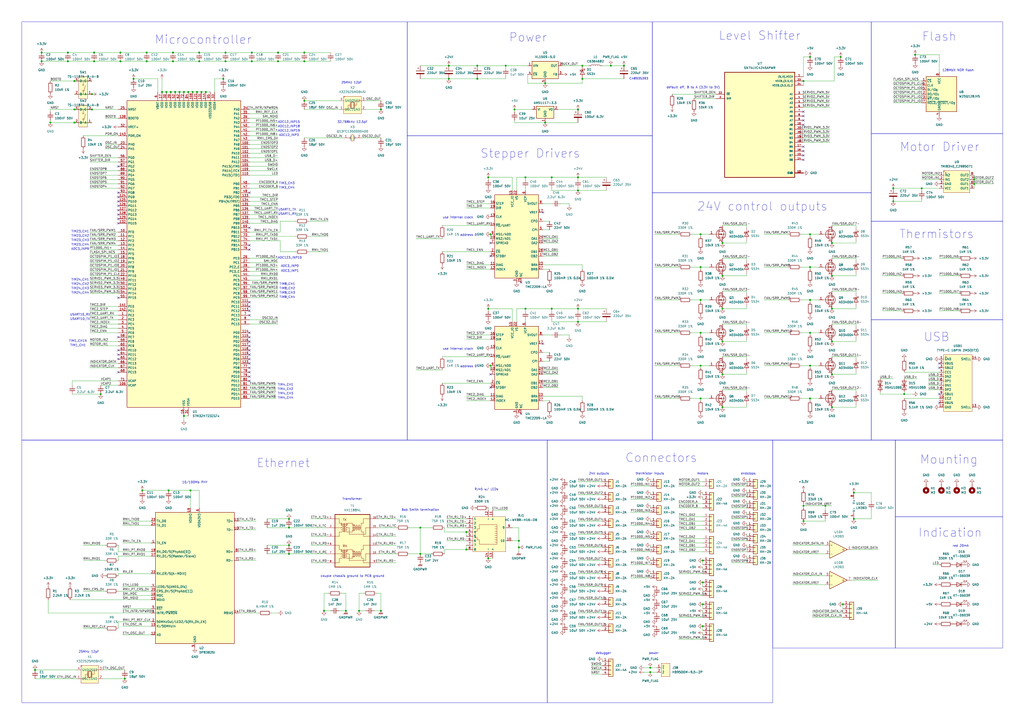
<source format=kicad_sch>
(kicad_sch (version 20250114) (generator "eeschema") (generator_version "9.0")
  (paper "A2")
  (lib_symbols
    (symbol "Comparator:LM393" (pin_names (offset 0.127))
      (property "Reference" "U" (at 3.81 3.81 0))
      (property "Value" "LM393" (at 6.35 -3.81 0))
      (symbol "LM393_1_1"
        (pin input line (at -7.62 2.54 0) (length 2.54) (name "+") (number "3"))
        (pin input line (at -7.62 -2.54 0) (length 2.54) (name "-") (number "2"))
        (pin open_collector line (at 7.62 0 180) (length 2.54) (name "~") (number "1"))
      )
      (symbol "LM393_2_1"
        (pin input line (at -7.62 2.54 0) (length 2.54) (name "+") (number "5"))
        (pin input line (at -7.62 -2.54 0) (length 2.54) (name "-") (number "6"))
        (pin open_collector line (at 7.62 0 180) (length 2.54) (name "~") (number "7"))
      )
      (symbol "LM393_3_1"
        (pin power_in line (at -2.54 7.62 270) (length 3.81) (name "V+") (number "8"))
        (pin power_in line (at -2.54 -7.62 90) (length 3.81) (name "V-") (number "4"))
      )
    )
    (symbol "Connector_Generic:Conn_01x02" (pin_names (offset 1.016) (hide yes))
      (property "Reference" "J" (at 0 2.54 0))
      (property "Value" "Conn_01x02" (at 0 -5.08 0))
      (symbol "Conn_01x02_1_1"
        (pin passive line (at -5.08 0 0) (length 3.81) (name "Pin_1") (number "1"))
        (pin passive line (at -5.08 -2.54 0) (length 3.81) (name "Pin_2") (number "2"))
      )
    )
    (symbol "Connector_Generic:Conn_01x04" (pin_names (offset 1.016) (hide yes))
      (property "Reference" "J" (at 0 5.08 0))
      (property "Value" "Conn_01x04" (at 0 -7.62 0))
      (symbol "Conn_01x04_1_1"
        (pin passive line (at -5.08 2.54 0) (length 3.81) (name "Pin_1") (number "1"))
        (pin passive line (at -5.08 0 0) (length 3.81) (name "Pin_2") (number "2"))
        (pin passive line (at -5.08 -2.54 0) (length 3.81) (name "Pin_3") (number "3"))
        (pin passive line (at -5.08 -5.08 0) (length 3.81) (name "Pin_4") (number "4"))
      )
    )
    (symbol "Device:C_Polarized" (pin_numbers (hide yes)) (pin_names (offset 0.254))
      (property "Reference" "C" (at 0.635 2.54 0))
      (property "Value" "C_Polarized" (at 0.635 -2.54 0))
      (symbol "C_Polarized_1_1"
        (pin passive line (at 0 3.81 270) (length 2.794) (name "~") (number "1"))
        (pin passive line (at 0 -3.81 90) (length 2.794) (name "~") (number "2"))
      )
    )
    (symbol "Device:C_Small" (pin_numbers (hide yes)) (pin_names (offset 0.254) (hide yes))
      (property "Reference" "C" (at 0.254 1.778 0))
      (property "Value" "C_Small" (at 0.254 -2.032 0))
      (symbol "C_Small_1_1"
        (pin passive line (at 0 2.54 270) (length 2.032) (name "~") (number "1"))
        (pin passive line (at 0 -2.54 90) (length 2.032) (name "~") (number "2"))
      )
    )
    (symbol "Device:D_TVS" (pin_numbers (hide yes)) (pin_names (offset 1.016) (hide yes))
      (property "Reference" "D" (at 0 2.54 0))
      (property "Value" "D_TVS" (at 0 -2.54 0))
      (symbol "D_TVS_1_1"
        (pin passive line (at -3.81 0 0) (length 2.54) (name "A1") (number "1"))
        (pin passive line (at 3.81 0 180) (length 2.54) (name "A2") (number "2"))
      )
    )
    (symbol "Device:L" (pin_numbers (hide yes)) (pin_names (offset 1.016) (hide yes))
      (property "Reference" "L" (at -1.27 0 90))
      (property "Value" "L" (at 1.905 0 90))
      (symbol "L_1_1"
        (pin passive line (at 0 3.81 270) (length 1.27) (name "1") (number "1"))
        (pin passive line (at 0 -3.81 90) (length 1.27) (name "2") (number "2"))
      )
    )
    (symbol "Device:LED" (pin_numbers (hide yes)) (pin_names (offset 1.016) (hide yes))
      (property "Reference" "D" (at 0 2.54 0))
      (property "Value" "LED" (at 0 -2.54 0))
      (symbol "LED_1_1"
        (pin passive line (at -3.81 0 0) (length 2.54) (name "K") (number "1"))
        (pin passive line (at 3.81 0 180) (length 2.54) (name "A") (number "2"))
      )
    )
    (symbol "Device:R" (pin_numbers (hide yes)) (pin_names (offset 0))
      (property "Reference" "R" (at 2.032 0 90))
      (property "Value" "R" (at 0 0 90))
      (symbol "R_1_1"
        (pin passive line (at 0 3.81 270) (length 1.27) (name "~") (number "1"))
        (pin passive line (at 0 -3.81 90) (length 1.27) (name "~") (number "2"))
      )
    )
    (symbol "Diode:SS34" (pin_numbers (hide yes)) (pin_names (offset 1.016) (hide yes))
      (property "Reference" "D" (at 0 2.54 0))
      (property "Value" "SS34" (at 0 -2.54 0))
      (symbol "SS34_1_1"
        (pin passive line (at -3.81 0 0) (length 2.54) (name "K") (number "1"))
        (pin passive line (at 3.81 0 180) (length 2.54) (name "A") (number "2"))
      )
    )
    (symbol "Driver_Motor:TMC2209-LA"
      (property "Reference" "U" (at -11.684 26.924 0))
      (property "Value" "TMC2209-LA" (at 13.208 26.924 0))
      (symbol "TMC2209-LA_1_1"
        (pin input line (at -15.24 20.32 0) (length 2.54) (name "STEP") (number "16"))
        (pin input line (at -15.24 17.78 0) (length 2.54) (name "DIR") (number "19"))
        (pin input line (at -15.24 12.7 0) (length 2.54) (name "CLK") (number "13"))
        (pin bidirectional line (at -15.24 7.62 0) (length 2.54) (name "~{PD}/UART") (number "14"))
        (pin input line (at -15.24 2.54 0) (length 2.54) (name "MS1/AD0") (number "9"))
        (pin input line (at -15.24 0 0) (length 2.54) (name "MS2/AD1") (number "10"))
        (pin input line (at -15.24 -2.54 0) (length 2.54) (name "SPREAD") (number "7"))
        (pin input line (at -15.24 -7.62 0) (length 2.54) (name "~{EN}") (number "2"))
        (pin input line (at -15.24 -10.16 0) (length 2.54) (name "STDBY") (number "20"))
        (pin output line (at -15.24 -15.24 0) (length 2.54) (name "DIAG") (number "11"))
        (pin output line (at -15.24 -17.78 0) (length 2.54) (name "INDEX") (number "12"))
        (pin power_in line (at -2.54 27.94 270) (length 2.54) (name "VCC_IO") (number "15"))
        (pin power_in line (at 0 27.94 270) (length 2.54) (name "VS") (number "22"))
        (pin passive line (at 0 27.94 270) (length 2.54) (hide yes) (name "VS") (number "28"))
        (pin passive line (at 0 -25.4 90) (length 2.54) (hide yes) (name "GND") (number "18"))
        (pin passive line (at 0 -25.4 90) (length 2.54) (hide yes) (name "GND") (number "29"))
        (pin power_in line (at 0 -25.4 90) (length 2.54) (name "GND") (number "3"))
        (pin passive line (at 2.54 -25.4 90) (length 2.54) (name "NC") (number "25"))
        (pin output line (at 5.08 27.94 270) (length 2.54) (name "VCP") (number "6"))
        (pin power_out line (at 15.24 20.32 180) (length 2.54) (name "5VOUT") (number "8"))
        (pin passive line (at 15.24 15.24 180) (length 2.54) (name "VREF") (number "17"))
        (pin input line (at 15.24 10.16 180) (length 2.54) (name "CPO") (number "4"))
        (pin input line (at 15.24 5.08 180) (length 2.54) (name "CPI") (number "5"))
        (pin output line (at 15.24 0 180) (length 2.54) (name "OA1") (number "24"))
        (pin output line (at 15.24 -2.54 180) (length 2.54) (name "OA2") (number "21"))
        (pin output line (at 15.24 -7.62 180) (length 2.54) (name "OB1") (number "26"))
        (pin output line (at 15.24 -10.16 180) (length 2.54) (name "OB2") (number "1"))
        (pin input line (at 15.24 -15.24 180) (length 2.54) (name "BRA") (number "23"))
        (pin input line (at 15.24 -17.78 180) (length 2.54) (name "BRB") (number "27"))
      )
    )
    (symbol "EasyEDA:HB9500M-9.5-2P"
      (property "Reference" "U" (at 0 6.35 0))
      (property "Value" "HB9500M-9.5-2P" (at 0 -6.35 0))
      (symbol "HB9500M-9.5-2P_0_1"
        (pin passive line (at -5.08 1.27 0) (length 2.54) (name "1") (number "1"))
        (pin passive line (at -5.08 -1.27 0) (length 2.54) (name "2") (number "2"))
      )
    )
    (symbol "EasyEDA:HC-WK88-H16-DB"
      (property "Reference" "RJ" (at 0 19.05 0))
      (property "Value" "HC-WK88-H16-DB" (at 0 -17.78 0))
      (symbol "HC-WK88-H16-DB_0_1"
        (pin passive line (at -15.24 2.54 0) (length 3.81) (name "+") (number "11"))
        (pin passive line (at -15.24 0 0) (length 3.81) (name "-") (number "12"))
        (pin passive line (at -10.16 -12.7 90) (length 3.81) (name "1") (number "1"))
        (pin passive line (at -7.62 -12.7 90) (length 3.81) (name "2") (number "2"))
        (pin passive line (at -5.08 13.97 270) (length 3.81) (name "9") (number "9"))
        (pin passive line (at -5.08 -12.7 90) (length 3.81) (name "3") (number "3"))
        (pin passive line (at -2.54 -12.7 90) (length 3.81) (name "4") (number "4"))
        (pin passive line (at 0 -12.7 90) (length 3.81) (name "5") (number "5"))
        (pin passive line (at 2.54 13.97 270) (length 3.81) (name "10") (number "10"))
        (pin passive line (at 2.54 -12.7 90) (length 3.81) (name "6") (number "6"))
        (pin passive line (at 5.08 -12.7 90) (length 3.81) (name "7") (number "7"))
        (pin passive line (at 7.62 -12.7 90) (length 3.81) (name "8") (number "8"))
        (pin passive line (at 12.7 2.54 180) (length 3.81) (name "+") (number "13"))
        (pin passive line (at 12.7 0 180) (length 3.81) (name "-") (number "14"))
      )
    )
    (symbol "EasyEDA:Q13FC1350000400"
      (property "Reference" "X" (at 0 5.08 0))
      (property "Value" "Q13FC1350000400" (at 0 -5.08 0))
      (symbol "Q13FC1350000400_0_1"
        (pin passive line (at -5.08 0 0) (length 2.54) (name "1") (number "1"))
        (pin passive line (at 5.08 0 180) (length 2.54) (name "2") (number "2"))
      )
    )
    (symbol "EasyEDA:TMI8340_C2985071"
      (property "Reference" "U" (at 0 7.62 0))
      (property "Value" "TMI8340_C2985071" (at 0 -10.16 0))
      (symbol "TMI8340_C2985071_0_1"
        (pin tri_state line (at 10.16 -2.54 180) (length 2.54) (name "OUT1") (number "6"))
        (pin tri_state line (at 10.16 -5.08 180) (length 2.54) (name "OUT1") (number "5"))
      )
      (symbol "TMI8340_C2985071_1_1"
        (pin input line (at -10.16 2.54 0) (length 2.54) (name "IN2") (number "1"))
        (pin input line (at -10.16 0 0) (length 2.54) (name "IN1") (number "2"))
        (pin power_in line (at -10.16 -2.54 0) (length 2.54) (name "GND") (number "3"))
        (pin power_in line (at -10.16 -5.08 0) (length 2.54) (name "VCC") (number "4"))
        (pin tri_state line (at 10.16 2.54 180) (length 2.54) (name "OUT2") (number "8"))
        (pin tri_state line (at 10.16 0 180) (length 2.54) (name "OUT2") (number "7"))
      )
    )
    (symbol "EasyEDA:TS-1187A-B-A-B"
      (property "Reference" "SW" (at 0 7.62 0))
      (property "Value" "TS-1187A-B-A-B" (at 0 -10.16 0))
      (symbol "TS-1187A-B-A-B_0_1"
        (pin passive line (at -5.08 2.54 0) (length 2.54) (name "A") (number "1"))
        (pin passive line (at -5.08 -5.08 0) (length 2.54) (name "C") (number "3"))
        (pin passive line (at 5.08 2.54 180) (length 2.54) (name "B") (number "2"))
        (pin passive line (at 5.08 -5.08 180) (length 2.54) (name "D") (number "4"))
      )
    )
    (symbol "EasyEDA:TYPE-C16PIN2MD(073)"
      (property "Reference" "USB" (at 0 19.05 0))
      (property "Value" "TYPE-C 16PIN 2MD(073)" (at 0 -19.05 0))
      (symbol "TYPE-C16PIN2MD(073)_0_1"
        (pin passive line (at -11.43 13.97 0) (length 2.54) (name "GND") (number "1"))
        (pin passive line (at -11.43 11.43 0) (length 2.54) (name "VBUS") (number "2"))
        (pin passive line (at -11.43 8.89 0) (length 2.54) (name "SBU2") (number "3"))
        (pin passive line (at -11.43 6.35 0) (length 2.54) (name "CC1") (number "4"))
        (pin passive line (at -11.43 3.81 0) (length 2.54) (name "DN2") (number "5"))
        (pin passive line (at -11.43 1.27 0) (length 2.54) (name "DP1") (number "6"))
        (pin passive line (at -11.43 -1.27 0) (length 2.54) (name "DN1") (number "7"))
        (pin passive line (at -11.43 -3.81 0) (length 2.54) (name "DP2") (number "8"))
        (pin passive line (at -11.43 -6.35 0) (length 2.54) (name "SBU1") (number "9"))
        (pin passive line (at -11.43 -8.89 0) (length 2.54) (name "CC2") (number "10"))
        (pin passive line (at -11.43 -11.43 0) (length 2.54) (name "VBUS") (number "11"))
        (pin passive line (at -11.43 -13.97 0) (length 2.54) (name "GND") (number "12"))
        (pin passive line (at 10.16 13.97 180) (length 2.54) (name "SHELL") (number "14"))
        (pin passive line (at 10.16 -13.97 180) (length 2.54) (name "SHELL") (number "13"))
      )
    )
    (symbol "EasyEDA:X322525MOB4SI"
      (property "Reference" "X" (at 0 7.62 0))
      (property "Value" "X322525MOB4SI" (at 0 -7.62 0))
      (symbol "X322525MOB4SI_0_1"
        (pin passive line (at -7.62 -2.54 0) (length 2.54) (name "OSC1") (number "1"))
        (pin passive line (at 7.62 2.54 180) (length 2.54) (name "OSC2") (number "3"))
      )
      (symbol "X322525MOB4SI_1_1"
        (pin power_in line (at -7.62 2.54 0) (length 2.54) (name "GND") (number "4"))
        (pin power_in line (at 7.62 -2.54 180) (length 2.54) (name "GND") (number "2"))
      )
    )
    (symbol "Interface_Ethernet:DP83825I"
      (property "Reference" "U" (at -21.59 39.37 0))
      (property "Value" "DP83825I" (at 12.7 39.37 0))
      (symbol "DP83825I_0_0"
        (pin input line (at -25.4 -20.32 0) (length 2.54) (name "INTR/~{PWRDN}") (number "3"))
        (pin bidirectional line (at -25.4 -25.4 0) (length 2.54) (name "50MHzOut/LED2/S(RX_DV_EN)") (number "2"))
      )
      (symbol "DP83825I_1_0"
        (pin input line (at -25.4 33.02 0) (length 2.54) (name "TX_D0") (number "23"))
        (pin input line (at -25.4 30.48 0) (length 2.54) (name "TX_D1") (number "24"))
        (pin input line (at -25.4 20.32 0) (length 2.54) (name "TX_EN") (number "1"))
        (pin output line (at -25.4 15.24 0) (length 2.54) (name "RX_D0/S(PhyAdd[0])") (number "18"))
        (pin output line (at -25.4 12.7 0) (length 2.54) (name "RX_D1/S(Master/Slave)") (number "17"))
        (pin output line (at -25.4 2.54 0) (length 2.54) (name "RX_ER/S(A-MDIX)") (number "22"))
        (pin bidirectional line (at -25.4 -5.08 0) (length 2.54) (name "LED0/S(ANEG_Dis)") (number "4"))
        (pin input line (at -25.4 -7.62 0) (length 2.54) (name "CRS_DV/S(PhyAdd[1])") (number "20"))
        (pin input line (at -25.4 -10.16 0) (length 2.54) (name "MDC") (number "16"))
        (pin bidirectional line (at -25.4 -12.7 0) (length 2.54) (name "MDIO") (number "15"))
        (pin input line (at -25.4 -17.78 0) (length 2.54) (name "~{RST}") (number "5"))
        (pin input line (at -25.4 -27.94 0) (length 2.54) (name "XI/50MHzIn") (number "13"))
        (pin output line (at -25.4 -33.02 0) (length 2.54) (name "XO") (number "12"))
        (pin power_in line (at -2.54 40.64 270) (length 2.54) (name "VDDIO") (number "19"))
        (pin passive line (at 0 -40.64 90) (length 2.54) (hide yes) (name "GND") (number "21"))
        (pin passive line (at 0 -40.64 90) (length 2.54) (hide yes) (name "GND") (number "25"))
        (pin power_in line (at 0 -40.64 90) (length 2.54) (name "GND") (number "9"))
        (pin power_in line (at 2.54 40.64 270) (length 2.54) (name "VDDA3V3") (number "6"))
        (pin input line (at 25.4 33.02 180) (length 2.54) (name "TD+") (number "11"))
        (pin input line (at 25.4 27.94 180) (length 2.54) (name "TD-") (number "10"))
        (pin input line (at 25.4 15.24 180) (length 2.54) (name "RD+") (number "8"))
        (pin input line (at 25.4 10.16 180) (length 2.54) (name "RD-") (number "7"))
        (pin input line (at 25.4 -20.32 180) (length 2.54) (name "RBIAS") (number "14"))
      )
    )
    (symbol "MCU_ST_STM32H7:STM32H723ZGTx"
      (property "Reference" "U1" (at 4.9863 -91.44 0))
      (property "Value" "STM32H723ZGTx" (at 4.9863 -93.98 0))
      (symbol "STM32H723ZGTx_1_1"
        (pin input line (at -38.1 83.82 0) (length 5.08) (name "NRST") (number "25"))
        (pin input line (at -38.1 78.74 0) (length 5.08) (name "BOOT0") (number "138"))
        (pin input line (at -38.1 73.66 0) (length 5.08) (name "VREF+") (number "32"))
        (pin input line (at -38.1 68.58 0) (length 5.08) (name "PDR_ON") (number "143"))
        (pin bidirectional line (at -38.1 63.5 0) (length 5.08) (name "PH0") (number "23"))
        (pin bidirectional line (at -38.1 60.96 0) (length 5.08) (name "PH1") (number "24"))
        (pin bidirectional line (at -38.1 55.88 0) (length 5.08) (name "PG0") (number "56"))
        (pin bidirectional line (at -38.1 53.34 0) (length 5.08) (name "PG1") (number "57"))
        (pin bidirectional line (at -38.1 50.8 0) (length 5.08) (name "PG2") (number "87"))
        (pin bidirectional line (at -38.1 48.26 0) (length 5.08) (name "PG3") (number "88"))
        (pin bidirectional line (at -38.1 45.72 0) (length 5.08) (name "PG4") (number "89"))
        (pin bidirectional line (at -38.1 43.18 0) (length 5.08) (name "PG5") (number "90"))
        (pin bidirectional line (at -38.1 40.64 0) (length 5.08) (name "PG6") (number "91"))
        (pin bidirectional line (at -38.1 38.1 0) (length 5.08) (name "PG7") (number "92"))
        (pin bidirectional line (at -38.1 35.56 0) (length 5.08) (name "PG8") (number "93"))
        (pin bidirectional line (at -38.1 33.02 0) (length 5.08) (name "PG9") (number "124"))
        (pin bidirectional line (at -38.1 30.48 0) (length 5.08) (name "PG10") (number "125"))
        (pin bidirectional line (at -38.1 27.94 0) (length 5.08) (name "PG11") (number "126"))
        (pin bidirectional line (at -38.1 25.4 0) (length 5.08) (name "PG12") (number "127"))
        (pin bidirectional line (at -38.1 22.86 0) (length 5.08) (name "PG13") (number "128"))
        (pin bidirectional line (at -38.1 20.32 0) (length 5.08) (name "PG14") (number "129"))
        (pin bidirectional line (at -38.1 17.78 0) (length 5.08) (name "PG15") (number "132"))
        (pin bidirectional line (at -38.1 12.7 0) (length 5.08) (name "PF0") (number "10"))
        (pin bidirectional line (at -38.1 10.16 0) (length 5.08) (name "PF1") (number "11"))
        (pin bidirectional line (at -38.1 7.62 0) (length 5.08) (name "PF2") (number "12"))
        (pin bidirectional line (at -38.1 5.08 0) (length 5.08) (name "PF3") (number "13"))
        (pin bidirectional line (at -38.1 2.54 0) (length 5.08) (name "PF4") (number "14"))
        (pin bidirectional line (at -38.1 0 0) (length 5.08) (name "PF5") (number "15"))
        (pin bidirectional line (at -38.1 -2.54 0) (length 5.08) (name "PF6") (number "18"))
        (pin bidirectional line (at -38.1 -5.08 0) (length 5.08) (name "PF7") (number "19"))
        (pin bidirectional line (at -38.1 -7.62 0) (length 5.08) (name "PF8") (number "20"))
        (pin bidirectional line (at -38.1 -10.16 0) (length 5.08) (name "PF9") (number "21"))
        (pin bidirectional line (at -38.1 -12.7 0) (length 5.08) (name "PF10") (number "22"))
        (pin bidirectional line (at -38.1 -15.24 0) (length 5.08) (name "PF11") (number "49"))
        (pin bidirectional line (at -38.1 -17.78 0) (length 5.08) (name "PF12") (number "50"))
        (pin bidirectional line (at -38.1 -20.32 0) (length 5.08) (name "PF13") (number "53"))
        (pin bidirectional line (at -38.1 -22.86 0) (length 5.08) (name "PF14") (number "54"))
        (pin bidirectional line (at -38.1 -25.4 0) (length 5.08) (name "PF15") (number "55"))
        (pin bidirectional line (at -38.1 -30.48 0) (length 5.08) (name "PE0") (number "141"))
        (pin bidirectional line (at -38.1 -33.02 0) (length 5.08) (name "PE1") (number "142"))
        (pin bidirectional line (at -38.1 -35.56 0) (length 5.08) (name "PE2") (number "1"))
        (pin bidirectional line (at -38.1 -38.1 0) (length 5.08) (name "PE3") (number "2"))
        (pin bidirectional line (at -38.1 -40.64 0) (length 5.08) (name "PE4") (number "3"))
        (pin bidirectional line (at -38.1 -43.18 0) (length 5.08) (name "PE5") (number "4"))
        (pin bidirectional line (at -38.1 -45.72 0) (length 5.08) (name "PE6") (number "5"))
        (pin bidirectional line (at -38.1 -48.26 0) (length 5.08) (name "PE7") (number "58"))
        (pin bidirectional line (at -38.1 -50.8 0) (length 5.08) (name "PE8") (number "59"))
        (pin bidirectional line (at -38.1 -53.34 0) (length 5.08) (name "PE9") (number "60"))
        (pin bidirectional line (at -38.1 -55.88 0) (length 5.08) (name "PE10") (number "63"))
        (pin bidirectional line (at -38.1 -58.42 0) (length 5.08) (name "PE11") (number "64"))
        (pin bidirectional line (at -38.1 -60.96 0) (length 5.08) (name "PE12") (number "65"))
        (pin bidirectional line (at -38.1 -63.5 0) (length 5.08) (name "PE13") (number "66"))
        (pin bidirectional line (at -38.1 -66.04 0) (length 5.08) (name "PE14") (number "67"))
        (pin bidirectional line (at -38.1 -68.58 0) (length 5.08) (name "PE15") (number "68"))
        (pin tri_state line (at -38.1 -73.66 0) (length 5.08) (name "VCAP") (number "71"))
        (pin tri_state line (at -38.1 -76.2 0) (length 5.08) (name "VCAP") (number "106"))
        (pin power_in line (at -15.24 93.98 270) (length 5.08) (name "VBAT") (number "6"))
        (pin power_in line (at -12.7 93.98 270) (length 5.08) (name "VDD") (number "17"))
        (pin power_in line (at -10.16 93.98 270) (length 5.08) (name "VDD") (number "30"))
        (pin power_in line (at -7.62 93.98 270) (length 5.08) (name "VDD") (number "39"))
        (pin power_in line (at -5.08 93.98 270) (length 5.08) (name "VDD") (number "52"))
        (pin power_in line (at -2.54 93.98 270) (length 5.08) (name "VDD") (number "62"))
        (pin power_in line (at 0 93.98 270) (length 5.08) (name "VDD") (number "72"))
        (pin passive line (at 0 -93.98 90) (length 5.08) (hide yes) (name "VSS") (number "107"))
        (pin passive line (at 0 -93.98 90) (length 5.08) (hide yes) (name "VSS") (number "120"))
        (pin passive line (at 0 -93.98 90) (length 5.08) (hide yes) (name "VSS") (number "130"))
        (pin power_in line (at 0 -93.98 90) (length 5.08) (name "VSS") (number "16"))
        (pin passive line (at 0 -93.98 90) (length 5.08) (hide yes) (name "VSS") (number "38"))
        (pin passive line (at 0 -93.98 90) (length 5.08) (hide yes) (name "VSS") (number "51"))
        (pin passive line (at 0 -93.98 90) (length 5.08) (hide yes) (name "VSS") (number "61"))
        (pin passive line (at 0 -93.98 90) (length 5.08) (hide yes) (name "VSS") (number "83"))
        (pin passive line (at 0 -93.98 90) (length 5.08) (hide yes) (name "VSS") (number "94"))
        (pin power_in line (at 2.54 93.98 270) (length 5.08) (name "VDD") (number "84"))
        (pin power_in line (at 2.54 -93.98 90) (length 5.08) (name "VSSA") (number "31"))
        (pin power_in line (at 5.08 93.98 270) (length 5.08) (name "VDD") (number "108"))
        (pin power_in line (at 7.62 93.98 270) (length 5.08) (name "VDD") (number "121"))
        (pin power_in line (at 10.16 93.98 270) (length 5.08) (name "VDD") (number "131"))
        (pin power_in line (at 12.7 93.98 270) (length 5.08) (name "VDD") (number "144"))
        (pin power_in line (at 15.24 93.98 270) (length 5.08) (name "VDD33USB") (number "95"))
        (pin power_in line (at 17.78 93.98 270) (length 5.08) (name "VDDA") (number "33"))
        (pin bidirectional line (at 38.1 83.82 180) (length 5.08) (name "PA0") (number "34"))
        (pin bidirectional line (at 38.1 81.28 180) (length 5.08) (name "PA1") (number "35"))
        (pin bidirectional line (at 38.1 78.74 180) (length 5.08) (name "PA2") (number "36"))
        (pin bidirectional line (at 38.1 76.2 180) (length 5.08) (name "PA3") (number "37"))
        (pin bidirectional line (at 38.1 73.66 180) (length 5.08) (name "PA4") (number "40"))
        (pin bidirectional line (at 38.1 71.12 180) (length 5.08) (name "PA5") (number "41"))
        (pin bidirectional line (at 38.1 68.58 180) (length 5.08) (name "PA6") (number "42"))
        (pin bidirectional line (at 38.1 66.04 180) (length 5.08) (name "PA7") (number "43"))
        (pin bidirectional line (at 38.1 63.5 180) (length 5.08) (name "PA8") (number "100"))
        (pin bidirectional line (at 38.1 60.96 180) (length 5.08) (name "PA9") (number "101"))
        (pin bidirectional line (at 38.1 58.42 180) (length 5.08) (name "PA10") (number "102"))
        (pin bidirectional line (at 38.1 55.88 180) (length 5.08) (name "PA11") (number "103"))
        (pin bidirectional line (at 38.1 53.34 180) (length 5.08) (name "PA12") (number "104"))
        (pin bidirectional line (at 38.1 50.8 180) (length 5.08) (name "PA13(JTMS") (number "105"))
        (pin bidirectional line (at 38.1 48.26 180) (length 5.08) (name "PA14(JTCK") (number "109"))
        (pin bidirectional line (at 38.1 45.72 180) (length 5.08) (name "PA15(JTDI)") (number "110"))
        (pin bidirectional line (at 38.1 40.64 180) (length 5.08) (name "PB0") (number "46"))
        (pin bidirectional line (at 38.1 38.1 180) (length 5.08) (name "PB1") (number "47"))
        (pin bidirectional line (at 38.1 35.56 180) (length 5.08) (name "PB2") (number "48"))
        (pin bidirectional line (at 38.1 33.02 180) (length 5.08) (name "PB3(JTDO") (number "133"))
        (pin bidirectional line (at 38.1 30.48 180) (length 5.08) (name "PB4(NJTRST)") (number "134"))
        (pin bidirectional line (at 38.1 27.94 180) (length 5.08) (name "PB5") (number "135"))
        (pin bidirectional line (at 38.1 25.4 180) (length 5.08) (name "PB6") (number "136"))
        (pin bidirectional line (at 38.1 22.86 180) (length 5.08) (name "PB7") (number "137"))
        (pin bidirectional line (at 38.1 20.32 180) (length 5.08) (name "PB8") (number "139"))
        (pin bidirectional line (at 38.1 17.78 180) (length 5.08) (name "PB9") (number "140"))
        (pin bidirectional line (at 38.1 15.24 180) (length 5.08) (name "PB10") (number "69"))
        (pin bidirectional line (at 38.1 12.7 180) (length 5.08) (name "PB11") (number "70"))
        (pin bidirectional line (at 38.1 10.16 180) (length 5.08) (name "PB12") (number "73"))
        (pin bidirectional line (at 38.1 7.62 180) (length 5.08) (name "PB13") (number "74"))
        (pin bidirectional line (at 38.1 5.08 180) (length 5.08) (name "PB14") (number "75"))
        (pin bidirectional line (at 38.1 2.54 180) (length 5.08) (name "PB15") (number "76"))
        (pin bidirectional line (at 38.1 -2.54 180) (length 5.08) (name "PC0") (number "26"))
        (pin bidirectional line (at 38.1 -5.08 180) (length 5.08) (name "PC1") (number "27"))
        (pin bidirectional line (at 38.1 -7.62 180) (length 5.08) (name "PC2_C") (number "28"))
        (pin bidirectional line (at 38.1 -10.16 180) (length 5.08) (name "PC3_C") (number "29"))
        (pin bidirectional line (at 38.1 -12.7 180) (length 5.08) (name "PC4") (number "44"))
        (pin bidirectional line (at 38.1 -15.24 180) (length 5.08) (name "PC5") (number "45"))
        (pin bidirectional line (at 38.1 -17.78 180) (length 5.08) (name "PC6") (number "96"))
        (pin bidirectional line (at 38.1 -20.32 180) (length 5.08) (name "PC7") (number "97"))
        (pin bidirectional line (at 38.1 -22.86 180) (length 5.08) (name "PC8") (number "98"))
        (pin bidirectional line (at 38.1 -25.4 180) (length 5.08) (name "PC9") (number "99"))
        (pin bidirectional line (at 38.1 -27.94 180) (length 5.08) (name "PC10") (number "111"))
        (pin bidirectional line (at 38.1 -30.48 180) (length 5.08) (name "PC11") (number "112"))
        (pin bidirectional line (at 38.1 -33.02 180) (length 5.08) (name "PC12") (number "113"))
        (pin bidirectional line (at 38.1 -35.56 180) (length 5.08) (name "PC13") (number "7"))
        (pin bidirectional line (at 38.1 -38.1 180) (length 5.08) (name "PC14") (number "8"))
        (pin bidirectional line (at 38.1 -40.64 180) (length 5.08) (name "PC15") (number "9"))
        (pin bidirectional line (at 38.1 -45.72 180) (length 5.08) (name "PD0") (number "114"))
        (pin bidirectional line (at 38.1 -48.26 180) (length 5.08) (name "PD1") (number "115"))
        (pin bidirectional line (at 38.1 -50.8 180) (length 5.08) (name "PD2") (number "116"))
        (pin bidirectional line (at 38.1 -53.34 180) (length 5.08) (name "PD3") (number "117"))
        (pin bidirectional line (at 38.1 -55.88 180) (length 5.08) (name "PD4") (number "118"))
        (pin bidirectional line (at 38.1 -58.42 180) (length 5.08) (name "PD5") (number "119"))
        (pin bidirectional line (at 38.1 -60.96 180) (length 5.08) (name "PD6") (number "122"))
        (pin bidirectional line (at 38.1 -63.5 180) (length 5.08) (name "PD7") (number "123"))
        (pin bidirectional line (at 38.1 -66.04 180) (length 5.08) (name "PD8") (number "77"))
        (pin bidirectional line (at 38.1 -68.58 180) (length 5.08) (name "PD9") (number "78"))
        (pin bidirectional line (at 38.1 -71.12 180) (length 5.08) (name "PD10") (number "79"))
        (pin bidirectional line (at 38.1 -73.66 180) (length 5.08) (name "PD11") (number "80"))
        (pin bidirectional line (at 38.1 -76.2 180) (length 5.08) (name "PD12") (number "81"))
        (pin bidirectional line (at 38.1 -78.74 180) (length 5.08) (name "PD13") (number "82"))
        (pin bidirectional line (at 38.1 -81.28 180) (length 5.08) (name "PD14") (number "85"))
        (pin bidirectional line (at 38.1 -83.82 180) (length 5.08) (name "PD15") (number "86"))
      )
    )
    (symbol "Mechanical:MountingHole_Pad" (pin_numbers (hide yes)) (pin_names (offset 1.016) (hide yes)) (in_bom no)
      (property "Reference" "H" (at 0 6.35 0))
      (property "Value" "MountingHole_Pad" (at 0 4.445 0))
      (symbol "MountingHole_Pad_1_1"
        (pin input line (at 0 -2.54 90) (length 2.54) (name "1") (number "1"))
      )
    )
    (symbol "Memory_Flash:W25Q128JVS"
      (property "Reference" "U" (at -6.35 11.43 0))
      (property "Value" "W25Q128JVS" (at 7.62 11.43 0))
      (symbol "W25Q128JVS_1_1"
        (pin input line (at -10.16 7.62 0) (length 2.54) (name "~{CS}") (number "1"))
        (pin input line (at -10.16 5.08 0) (length 2.54) (name "CLK") (number "6"))
        (pin bidirectional line (at -10.16 2.54 0) (length 2.54) (name "DI/IO_{0}") (number "5"))
        (pin bidirectional line (at -10.16 0 0) (length 2.54) (name "DO/IO_{1}") (number "2"))
        (pin bidirectional line (at -10.16 -2.54 0) (length 2.54) (name "~{WP}/IO_{2}") (number "3"))
        (pin bidirectional line (at -10.16 -5.08 0) (length 2.54) (name "~{HOLD}/~{RESET}/IO_{3}") (number "7"))
        (pin power_in line (at 0 12.7 270) (length 2.54) (name "VCC") (number "8"))
        (pin power_in line (at 0 -12.7 90) (length 2.54) (name "GND") (number "4"))
      )
    )
    (symbol "Regulator_Linear:AMS1117-3.3"
      (property "Reference" "U" (at -3.81 3.175 0))
      (property "Value" "AMS1117-3.3" (at 0 3.175 0))
      (symbol "AMS1117-3.3_1_1"
        (pin power_in line (at -7.62 0 0) (length 2.54) (name "VI") (number "3"))
        (pin power_in line (at 0 -7.62 90) (length 2.54) (name "GND") (number "1"))
        (pin power_out line (at 7.62 0 180) (length 2.54) (name "VO") (number "2"))
      )
    )
    (symbol "Regulator_Switching:XL1509-5.0"
      (property "Reference" "U" (at -7.112 6.096 0))
      (property "Value" "XL1509-5.0" (at 5.842 6.096 0))
      (symbol "XL1509-5.0_1_1"
        (pin power_in line (at -10.16 2.54 0) (length 2.54) (name "VIN") (number "1"))
        (pin input line (at -10.16 -2.54 0) (length 2.54) (name "~{EN}") (number "4"))
        (pin power_in line (at 0 -7.62 90) (length 2.54) (name "GND") (number "5"))
        (pin passive line (at 0 -7.62 90) (length 2.54) (hide yes) (name "GND") (number "6"))
        (pin passive line (at 0 -7.62 90) (length 2.54) (hide yes) (name "GND") (number "7"))
        (pin passive line (at 0 -7.62 90) (length 2.54) (hide yes) (name "GND") (number "8"))
        (pin power_out line (at 10.16 2.54 180) (length 2.54) (name "OUT") (number "2"))
        (pin input line (at 10.16 -2.54 180) (length 2.54) (name "FB") (number "3"))
      )
    )
    (symbol "SnapEDA:HX1188NL" (pin_names (offset 1.016))
      (property "Reference" "T" (at -10.1915 15.9242 0))
      (property "Value" "HX1188NL" (at -10.1774 -17.8105 0))
      (symbol "HX1188NL_0_0"
        (text "RX" (at -5.7353 -3.8236 0) (effects (font (size 1.2745 1.2745)) (justify left bottom)))
        (text "TX" (at -5.7309 11.4618 0) (effects (font (size 1.2735 1.2735)) (justify left bottom)))
        (pin passive line (at -15.24 12.7 0) (length 5.08) (name "~") (number "1"))
        (pin passive line (at -15.24 7.62 0) (length 5.08) (name "~") (number "2"))
        (pin passive line (at -15.24 2.54 0) (length 5.08) (name "~") (number "3"))
        (pin passive line (at -15.24 -2.54 0) (length 5.08) (name "~") (number "6"))
        (pin passive line (at -15.24 -7.62 0) (length 5.08) (name "~") (number "7"))
        (pin passive line (at -15.24 -12.7 0) (length 5.08) (name "~") (number "8"))
        (pin passive line (at 15.24 12.7 180) (length 5.08) (name "~") (number "16"))
        (pin passive line (at 15.24 7.62 180) (length 5.08) (name "~") (number "15"))
        (pin passive line (at 15.24 2.54 180) (length 5.08) (name "~") (number "14"))
        (pin passive line (at 15.24 -2.54 180) (length 5.08) (name "~") (number "11"))
        (pin passive line (at 15.24 -7.62 180) (length 5.08) (name "~") (number "10"))
        (pin passive line (at 15.24 -12.7 180) (length 5.08) (name "~") (number "9"))
      )
    )
    (symbol "SnapEDA:SN74LVC4245APWR" (pin_names (offset 1.016))
      (property "Reference" "U" (at -20.32 31.48 0))
      (property "Value" "SN74LVC4245APWR" (at -20.32 -34.48 0))
      (symbol "SN74LVC4245APWR_0_0"
        (pin input line (at -25.4 17.78 0) (length 5.08) (name "~{OE}") (number "22"))
        (pin input line (at -25.4 15.24 0) (length 5.08) (name "DIR") (number "2"))
        (pin power_in line (at 25.4 27.94 180) (length 5.08) (name "(5_V)_VCCA") (number "1"))
        (pin power_in line (at 25.4 25.4 180) (length 5.08) (name "VCCB_(3.3_V)") (number "23"))
        (pin power_in line (at 25.4 22.86 180) (length 5.08) (name "VCCB_(3.3_V)_2") (number "24"))
        (pin output line (at 25.4 17.78 180) (length 5.08) (name "A1") (number "3"))
        (pin output line (at 25.4 15.24 180) (length 5.08) (name "A2") (number "4"))
        (pin output line (at 25.4 12.7 180) (length 5.08) (name "A3") (number "5"))
        (pin output line (at 25.4 10.16 180) (length 5.08) (name "A4") (number "6"))
        (pin output line (at 25.4 7.62 180) (length 5.08) (name "A5") (number "7"))
        (pin output line (at 25.4 5.08 180) (length 5.08) (name "A6") (number "8"))
        (pin output line (at 25.4 2.54 180) (length 5.08) (name "A7") (number "9"))
        (pin output line (at 25.4 0 180) (length 5.08) (name "A8") (number "10"))
        (pin output line (at 25.4 -2.54 180) (length 5.08) (name "B1") (number "21"))
        (pin output line (at 25.4 -5.08 180) (length 5.08) (name "B2") (number "20"))
        (pin output line (at 25.4 -7.62 180) (length 5.08) (name "B3") (number "19"))
        (pin output line (at 25.4 -10.16 180) (length 5.08) (name "B4") (number "18"))
        (pin output line (at 25.4 -12.7 180) (length 5.08) (name "B5") (number "17"))
        (pin output line (at 25.4 -15.24 180) (length 5.08) (name "B6") (number "16"))
        (pin output line (at 25.4 -17.78 180) (length 5.08) (name "B7") (number "15"))
        (pin output line (at 25.4 -20.32 180) (length 5.08) (name "B8") (number "14"))
        (pin power_in line (at 25.4 -27.94 180) (length 5.08) (name "GND") (number "11"))
        (pin power_in line (at 25.4 -27.94 180) (length 5.08) (name "GND") (number "12"))
        (pin power_in line (at 25.4 -27.94 180) (length 5.08) (name "GND") (number "13"))
      )
    )
    (symbol "Transistor_FET:AO3400A" (pin_names (offset 0) (hide yes))
      (property "Reference" "Q" (at 5.08 1.905 0))
      (property "Value" "AO3400A" (at 5.08 0 0))
      (symbol "AO3400A_1_1"
        (pin input line (at -5.08 0 0) (length 2.54) (name "G") (number "1"))
        (pin passive line (at 2.54 5.08 270) (length 2.54) (name "D") (number "3"))
        (pin passive line (at 2.54 -5.08 90) (length 2.54) (name "S") (number "2"))
      )
    )
    (symbol "power:+24V" (power) (pin_numbers (hide yes)) (pin_names (offset 0) (hide yes))
      (property "Value" "+24V" (at 0 3.556 0))
      (symbol "+24V_1_1"
        (pin power_in line (at 0 0 90) (length 0) (name "~") (number "1"))
      )
    )
    (symbol "power:+3.3V" (power) (pin_numbers (hide yes)) (pin_names (offset 0) (hide yes))
      (property "Value" "+3.3V" (at 0 3.556 0))
      (symbol "+3.3V_1_1"
        (pin power_in line (at 0 0 90) (length 0) (name "~") (number "1"))
      )
    )
    (symbol "power:+5V" (power) (pin_numbers (hide yes)) (pin_names (offset 0) (hide yes))
      (property "Value" "+5V" (at 0 3.556 0))
      (symbol "+5V_1_1"
        (pin power_in line (at 0 0 90) (length 0) (name "~") (number "1"))
      )
    )
    (symbol "power:GND" (power) (pin_numbers (hide yes)) (pin_names (offset 0) (hide yes))
      (property "Value" "GND" (at 0 -3.81 0))
      (symbol "GND_1_1"
        (pin power_in line (at 0 0 270) (length 0) (name "~") (number "1"))
      )
    )
    (symbol "power:GNDPWR" (power) (pin_numbers (hide yes)) (pin_names (offset 0) (hide yes))
      (property "Value" "GNDPWR" (at 0 -3.302 0))
      (symbol "GNDPWR_1_1"
        (pin power_in line (at 0 0 270) (length 0) (name "~") (number "1"))
      )
    )
    (symbol "power:PWR_FLAG" (power) (pin_numbers (hide yes)) (pin_names (offset 0) (hide yes))
      (property "Value" "PWR_FLAG" (at 0 3.81 0))
      (symbol "PWR_FLAG_0_0"
        (pin power_out line (at 0 0 90) (length 0) (name "~") (number "1"))
      )
    )
  )
  (rectangle (start 505.46 12.7) (end 581.66 77.47))
  (rectangle (start 505.46 185.42) (end 581.66 255.27))
  (rectangle (start 378.46 111.76) (end 505.46 255.27))
  (rectangle (start 519.43 255.27) (end 581.66 299.72))
  (rectangle (start 236.22 12.7) (end 378.46 78.74))
  (rectangle (start 236.22 78.74) (end 378.46 255.27))
  (rectangle (start 505.46 128.27) (end 581.66 185.42))
  (rectangle (start 505.46 77.47) (end 581.66 128.27))
  (rectangle (start 12.7 12.7) (end 236.22 255.27))
  (rectangle (start 519.43 299.72) (end 581.66 375.92))
  (rectangle (start 448.31 255.27) (end 519.43 375.92))
  (rectangle (start 378.46 12.7) (end 505.46 111.76))
  (rectangle (start 12.7 255.27) (end 317.5 407.67))
  (rectangle (start 317.5 255.27) (end 448.31 407.67))
  (text "TIM3_CH3" (at 166.37 106.426 0) (effects (font (size 1.27 1.27))))
  (text "Indication" (at 551.18 309.118 0) (effects (font (size 5 5))))
  (text "use internal clock" (at 265.684 126.238 0) (effects (font (size 1.27 1.27))))
  (text "Power" (at 306.324 21.844 0) (effects (font (size 5 5))))
  (text "address 0" (at 271.78 136.398 0) (effects (font (size 1.27 1.27))))
  (text "TIM23_CH3" (at 46.482 139.446 0) (effects (font (size 1.27 1.27))))
  (text "use internal clock" (at 265.684 202.438 0) (effects (font (size 1.27 1.27))))
  (text "TIM8_CH4" (at 166.624 172.466 0) (effects (font (size 1.27 1.27))))
  (text "25MHz 12pF" (at 203.962 48.006 0) (effects (font (size 1.27 1.27))))
  (text "Connectors" (at 383.54 265.684 0) (effects (font (size 5 5))))
  (text "TIM24_CH2" (at 46.482 164.846 0) (effects (font (size 1.27 1.27))))
  (text "ADC3_INP0" (at 168.148 154.432 0) (effects (font (size 1.27 1.27))))
  (text "TIM1_CH1" (at 45.212 200.406 0) (effects (font (size 1.27 1.27))))
  (text "ADC3_INP1" (at 168.148 157.226 0) (effects (font (size 1.27 1.27))))
  (text "TIM4_CH1" (at 165.608 223.266 0) (effects (font (size 1.27 1.27))))
  (text "128Mbit NOR flash" (at 555.752 40.894 0) (effects (font (size 1.27 1.27))))
  (text "TIM8_CH2" (at 166.624 167.386 0) (effects (font (size 1.27 1.27))))
  (text "ADC12_INP3" (at 167.64 78.486 0) (effects (font (size 1.27 1.27))))
  (text "TIM8_CH1" (at 166.624 164.846 0) (effects (font (size 1.27 1.27))))
  (text "TIM1_CH1N" (at 45.212 197.866 0) (effects (font (size 1.27 1.27))))
  (text "32.768kHz 12.5pF" (at 204.47 70.866 0) (effects (font (size 1.27 1.27))))
  (text "ADC12_INP15" (at 167.64 70.866 0) (effects (font (size 1.27 1.27))))
  (text "ADC3_INP9" (at 46.482 144.526 0) (effects (font (size 1.27 1.27))))
  (text "25MHz 12pF" (at 51.562 378.206 0) (effects (font (size 1.27 1.27))))
  (text "24V control outputs" (at 442.214 119.888 0) (effects (font (size 5 5))))
  (text "Microcontroller" (at 117.856 23.114 0) (effects (font (size 5 5))))
  (text "C48935393" (at 370.586 45.72 0) (effects (font (size 1.27 1.27))))
  (text "USART1_RX" (at 166.624 124.206 0) (effects (font (size 1.27 1.27))))
  (text "TIM4_CH2" (at 165.608 225.806 0) (effects (font (size 1.27 1.27))))
  (text "Bob Smith termination" (at 243.84 295.91 0) (effects (font (size 1.27 1.27))))
  (text "24V outputs" (at 347.472 274.828 0) (effects (font (size 1.27 1.27))))
  (text "USART10_TX" (at 46.482 185.166 0) (effects (font (size 1.27 1.27))))
  (text "Level Shifter" (at 440.69 20.828 0) (effects (font (size 5 5))))
  (text "10/100Mb PHY" (at 113.03 279.908 0) (effects (font (size 1.27 1.27))))
  (text "Ethernet" (at 164.338 268.732 0) (effects (font (size 5 5))))
  (text "USART10_RX" (at 46.482 182.626 0) (effects (font (size 1.27 1.27))))
  (text "TIM8_CH3" (at 166.624 169.926 0) (effects (font (size 1.27 1.27))))
  (text "Motor Driver" (at 545.084 85.344 0) (effects (font (size 5 5))))
  (text "TIM4_CH3" (at 165.608 228.346 0) (effects (font (size 1.27 1.27))))
  (text "TIM24_CH4" (at 46.482 169.926 0) (effects (font (size 1.27 1.27))))
  (text "TIM23_CH1" (at 46.482 134.366 0) (effects (font (size 1.27 1.27))))
  (text "Thermistors" (at 543.306 135.89 0) (effects (font (size 5 5))))
  (text "Mounting" (at 550.418 266.7 0) (effects (font (size 5 5))))
  (text "endstops" (at 434.086 274.828 0) (effects (font (size 1.27 1.27))))
  (text "TIM23_CH4" (at 46.482 141.986 0) (effects (font (size 1.27 1.27))))
  (text "red 20mA" (at 557.276 316.738 0) (effects (font (size 1.27 1.27))))
  (text "USB" (at 543.306 195.58 0) (effects (font (size 5 5))))
  (text "couple chassis ground to PCB ground" (at 204.47 334.264 0) (effects (font (size 1.27 1.27))))
  (text "TIM23_CH2" (at 46.482 136.906 0) (effects (font (size 1.27 1.27))))
  (text "TIM4_CH4" (at 165.608 230.886 0) (effects (font (size 1.27 1.27))))
  (text "TIM24_CH3" (at 46.482 167.386 0) (effects (font (size 1.27 1.27))))
  (text "Stepper Drivers" (at 307.594 89.154 0) (effects (font (size 5 5))))
  (text "address 0" (at 271.78 212.598 0) (effects (font (size 1.27 1.27))))
  (text "Flash" (at 544.83 21.336 0) (effects (font (size 5 5))))
  (text "default off, B to A (3.3V to 5V)" (at 402.082 50.8 0) (effects (font (size 1.27 1.27))))
  (text "motors" (at 407.67 274.828 0) (effects (font (size 1.27 1.27))))
  (text "ADC123_INP10" (at 168.148 149.606 0) (effects (font (size 1.27 1.27))))
  (text "TIM3_CH4" (at 166.37 108.966 0) (effects (font (size 1.27 1.27))))
  (text "TIM24_CH1" (at 46.482 162.306 0) (effects (font (size 1.27 1.27))))
  (text "ADC12_INP18" (at 167.64 73.406 0) (effects (font (size 1.27 1.27))))
  (text "USART1_TX" (at 166.624 121.666 0) (effects (font (size 1.27 1.27))))
  (text "debugger" (at 350.012 378.968 0) (effects (font (size 1.27 1.27))))
  (text "thermistor inputs" (at 376.936 274.828 0) (effects (font (size 1.27 1.27))))
  (text "RJ45 w/ LEDs" (at 282.194 283.972 0) (effects (font (size 1.27 1.27))))
  (text "ADC12_INP19" (at 167.64 75.946 0) (effects (font (size 1.27 1.27))))
  (text "Transformer" (at 204.216 289.56 0) (effects (font (size 1.27 1.27))))
  (text "power" (at 379.222 378.968 0) (effects (font (size 1.27 1.27))))
  (junction (at 304.8 102.87))
  (junction (at 406.4 231.14))
  (junction (at 69.85 35.56))
  (junction (at 320.04 179.07))
  (junction (at 419.1 140.97))
  (junction (at 130.81 30.48))
  (junction (at 469.9 33.02))
  (junction (at 77.47 45.72))
  (junction (at 377.19 387.35))
  (junction (at 337.82 45.72))
  (junction (at 29.21 71.12))
  (junction (at 200.66 354.33))
  (junction (at 469.9 212.09))
  (junction (at 469.9 193.04))
  (junction (at 39.37 35.56))
  (junction (at 270.51 308.61))
  (junction (at 187.96 354.33))
  (junction (at 482.6 179.07))
  (junction (at 220.98 354.33))
  (junction (at 518.16 116.84))
  (junction (at 101.6 53.34))
  (junction (at 361.95 38.1))
  (junction (at 260.35 38.1))
  (junction (at 119.38 53.34))
  (junction (at 377.19 389.89))
  (junction (at 419.1 160.02))
  (junction (at 85.09 30.48))
  (junction (at 488.95 350.52))
  (junction (at 85.09 35.56))
  (junction (at 478.79 293.37))
  (junction (at 419.1 198.12))
  (junction (at 316.23 48.26))
  (junction (at 469.9 173.99))
  (junction (at 518.16 109.22))
  (junction (at 406.4 173.99))
  (junction (at 406.4 212.09))
  (junction (at 469.9 154.94))
  (junction (at 320.04 102.87))
  (junction (at 176.53 58.42))
  (junction (at 304.8 179.07))
  (junction (at 167.64 306.07))
  (junction (at 524.51 228.6))
  (junction (at 335.28 63.5))
  (junction (at 283.21 102.87))
  (junction (at 167.64 300.99))
  (junction (at 100.33 30.48))
  (junction (at 469.9 231.14))
  (junction (at 109.22 53.34))
  (junction (at 96.52 53.34))
  (junction (at 565.15 106.68))
  (junction (at 495.3 285.75))
  (junction (at 115.57 35.56))
  (junction (at 54.61 30.48))
  (junction (at 337.82 38.1))
  (junction (at 466.09 293.37))
  (junction (at 407.67 337.82))
  (junction (at 106.68 53.34))
  (junction (at 466.09 302.26))
  (junction (at 293.37 38.1))
  (junction (at 407.67 363.22))
  (junction (at 167.64 321.31))
  (junction (at 354.33 38.1))
  (junction (at 43.18 46.99))
  (junction (at 482.6 236.22))
  (junction (at 284.48 135.89))
  (junction (at 283.21 323.85))
  (junction (at 243.84 321.31))
  (junction (at 298.45 63.5))
  (junction (at 97.79 284.48))
  (junction (at 116.84 53.34))
  (junction (at 482.6 140.97))
  (junction (at 482.6 217.17))
  (junction (at 419.1 179.07))
  (junction (at 161.29 35.56))
  (junction (at 283.21 179.07))
  (junction (at 146.05 30.48))
  (junction (at 260.35 45.72))
  (junction (at 482.6 198.12))
  (junction (at 335.28 179.07))
  (junction (at 106.68 241.3))
  (junction (at 161.29 30.48))
  (junction (at 39.37 30.48))
  (junction (at 100.33 35.56))
  (junction (at 53.34 63.5))
  (junction (at 114.3 53.34))
  (junction (at 300.99 313.69))
  (junction (at 534.67 109.22))
  (junction (at 167.64 316.23))
  (junction (at 335.28 186.69))
  (junction (at 111.76 53.34))
  (junction (at 243.84 306.07))
  (junction (at 54.61 35.56))
  (junction (at 72.39 393.7))
  (junction (at 335.28 102.87))
  (junction (at 284.48 212.09))
  (junction (at 276.86 38.1))
  (junction (at 407.67 350.52))
  (junction (at 407.67 325.12))
  (junction (at 129.54 45.72))
  (junction (at 24.13 35.56))
  (junction (at 176.53 30.48))
  (junction (at 130.81 35.56))
  (junction (at 406.4 135.89))
  (junction (at 93.98 53.34))
  (junction (at 406.4 193.04))
  (junction (at 53.34 54.61))
  (junction (at 469.9 135.89))
  (junction (at 530.86 31.75))
  (junction (at 110.49 284.48))
  (junction (at 43.18 63.5))
  (junction (at 99.06 53.34))
  (junction (at 43.18 71.12))
  (junction (at 270.51 318.77))
  (junction (at 300.99 317.5))
  (junction (at 104.14 53.34))
  (junction (at 565.15 104.14))
  (junction (at 20.32 388.62))
  (junction (at 220.98 63.5))
  (junction (at 208.28 354.33))
  (junction (at 466.09 46.99))
  (junction (at 146.05 35.56))
  (junction (at 419.1 217.17))
  (junction (at 487.68 33.02))
  (junction (at 82.55 284.48))
  (junction (at 115.57 30.48))
  (junction (at 495.3 300.99))
  (junction (at 335.28 110.49))
  (junction (at 69.85 30.48))
  (junction (at 419.1 236.22))
  (junction (at 316.23 71.12))
  (junction (at 406.4 154.94))
  (junction (at 276.86 45.72))
  (junction (at 176.53 35.56))
  (junction (at 482.6 160.02))
  (junction (at 24.13 30.48))
  (junction (at 58.42 228.6))
  (no_connect (at 68.58 203.2))
  (no_connect (at 144.78 144.78))
  (no_connect (at 68.58 124.46))
  (no_connect (at 284.48 217.17))
  (no_connect (at 144.78 182.88))
  (no_connect (at 68.58 116.84))
  (no_connect (at 544.83 228.6))
  (no_connect (at 144.78 193.04))
  (no_connect (at 68.58 195.58))
  (no_connect (at 302.26 163.83))
  (no_connect (at 68.58 114.3))
  (no_connect (at 144.78 220.98))
  (no_connect (at 466.09 92.71))
  (no_connect (at 144.78 180.34))
  (no_connect (at 466.09 87.63))
  (no_connect (at 144.78 203.2))
  (no_connect (at 144.78 218.44))
  (no_connect (at 68.58 208.28))
  (no_connect (at 68.58 127))
  (no_connect (at 144.78 213.36))
  (no_connect (at 144.78 111.76))
  (no_connect (at 68.58 121.92))
  (no_connect (at 466.09 69.85))
  (no_connect (at 68.58 205.74))
  (no_connect (at 144.78 142.24))
  (no_connect (at 68.58 129.54))
  (no_connect (at 68.58 172.72))
  (no_connect (at 284.48 224.79))
  (no_connect (at 144.78 175.26))
  (no_connect (at 144.78 205.74))
  (no_connect (at 544.83 213.36))
  (no_connect (at 284.48 148.59))
  (no_connect (at 144.78 208.28))
  (no_connect (at 466.09 85.09))
  (no_connect (at 466.09 90.17))
  (no_connect (at 144.78 215.9))
  (no_connect (at 144.78 195.58))
  (no_connect (at 466.09 67.31))
  (no_connect (at 68.58 96.52))
  (no_connect (at 314.96 199.39))
  (no_connect (at 466.09 64.77))
  (no_connect (at 144.78 132.08))
  (no_connect (at 544.83 233.68))
  (no_connect (at 68.58 111.76))
  (no_connect (at 466.09 72.39))
  (no_connect (at 144.78 177.8))
  (no_connect (at 302.26 240.03))
  (no_connect (at 144.78 210.82))
  (no_connect (at 314.96 123.19))
  (no_connect (at 284.48 140.97))
  (no_connect (at 68.58 119.38))
  (no_connect (at 144.78 200.66))
  (no_connect (at 544.83 210.82))
  (no_connect (at 68.58 215.9))
  (no_connect (at 144.78 198.12))
  (wire (pts (xy 565.15 106.68) (xy 565.15 109.22)))
  (wire (pts (xy 298.45 69.85) (xy 298.45 71.12)))
  (wire (pts (xy 433.07 297.18) (xy 433.07 298.45)))
  (wire (pts (xy 529.59 228.6) (xy 524.51 228.6)))
  (wire (pts (xy 402.59 57.15) (xy 415.29 57.15)))
  (wire (pts (xy 43.18 63.5) (xy 29.21 63.5)))
  (wire (pts (xy 433.07 217.17) (xy 433.07 215.9)))
  (wire (pts (xy 144.78 170.18) (xy 161.29 170.18)))
  (wire (pts (xy 518.16 49.53) (xy 534.67 49.53)))
  (wire (pts (xy 443.23 135.89) (xy 457.2 135.89)))
  (wire (pts (xy 270.51 196.85) (xy 284.48 196.85)))
  (wire (pts (xy 377.19 293.37) (xy 377.19 294.64)))
  (wire (pts (xy 259.08 306.07) (xy 270.51 306.07)))
  (wire (pts (xy 52.07 152.4) (xy 68.58 152.4)))
  (wire (pts (xy 335.28 332.74) (xy 349.25 332.74)))
  (wire (pts (xy 406.4 135.89) (xy 406.4 137.16)))
  (wire (pts (xy 314.96 148.59) (xy 323.85 148.59)))
  (wire (pts (xy 144.78 149.86) (xy 161.29 149.86)))
  (wire (pts (xy 144.78 152.4) (xy 161.29 152.4)))
  (wire (pts (xy 544.83 149.86) (xy 556.26 149.86)))
  (wire (pts (xy 466.09 293.37) (xy 466.09 294.64)))
  (wire (pts (xy 270.51 308.61) (xy 257.81 308.61)))
  (wire (pts (xy 393.7 279.4) (xy 407.67 279.4)))
  (wire (pts (xy 407.67 363.22) (xy 407.67 365.76)))
  (wire (pts (xy 52.07 147.32) (xy 68.58 147.32)))
  (wire (pts (xy 27.94 355.6) (xy 27.94 347.98)))
  (wire (pts (xy 144.78 83.82) (xy 161.29 83.82)))
  (wire (pts (xy 464.82 154.94) (xy 469.9 154.94)))
  (wire (pts (xy 464.82 231.14) (xy 469.9 231.14)))
  (wire (pts (xy 393.7 317.5) (xy 407.67 317.5)))
  (wire (pts (xy 138.43 302.26) (xy 148.59 302.26)))
  (wire (pts (xy 52.07 185.42) (xy 68.58 185.42)))
  (wire (pts (xy 320.04 179.07) (xy 320.04 180.34)))
  (wire (pts (xy 424.18 313.69) (xy 433.07 313.69)))
  (wire (pts (xy 459.74 321.31) (xy 478.79 321.31)))
  (wire (pts (xy 377.19 389.89) (xy 381 389.89)))
  (wire (pts (xy 43.18 63.5) (xy 53.34 63.5)))
  (wire (pts (xy 144.78 162.56) (xy 161.29 162.56)))
  (wire (pts (xy 270.51 156.21) (xy 284.48 156.21)))
  (wire (pts (xy 377.19 316.23) (xy 377.19 317.5)))
  (wire (pts (xy 342.9 386.08) (xy 349.25 386.08)))
  (wire (pts (xy 259.08 303.53) (xy 270.51 303.53)))
  (wire (pts (xy 52.07 144.78) (xy 68.58 144.78)))
  (wire (pts (xy 176.53 80.01) (xy 199.39 80.01)))
  (wire (pts (xy 217.17 354.33) (xy 220.98 354.33)))
  (wire (pts (xy 270.51 120.65) (xy 284.48 120.65)))
  (wire (pts (xy 538.48 226.06) (xy 544.83 226.06)))
  (wire (pts (xy 433.07 322.58) (xy 433.07 323.85)))
  (wire (pts (xy 93.98 45.72) (xy 93.98 53.34)))
  (wire (pts (xy 52.07 213.36) (xy 68.58 213.36)))
  (wire (pts (xy 393.7 332.74) (xy 407.67 332.74)))
  (wire (pts (xy 466.09 82.55) (xy 481.33 82.55)))
  (wire (pts (xy 389.89 54.61) (xy 415.29 54.61)))
  (wire (pts (xy 482.6 160.02) (xy 496.57 160.02)))
  (wire (pts (xy 511.81 160.02) (xy 523.24 160.02)))
  (wire (pts (xy 176.53 35.56) (xy 191.77 35.56)))
  (wire (pts (xy 219.71 306.07) (xy 229.87 306.07)))
  (wire (pts (xy 270.51 229.87) (xy 284.48 229.87)))
  (wire (pts (xy 406.4 193.04) (xy 406.4 194.31)))
  (wire (pts (xy 71.12 353.06) (xy 87.63 353.06)))
  (wire (pts (xy 541.02 327.66) (xy 544.83 327.66)))
  (wire (pts (xy 433.07 170.18) (xy 433.07 168.91)))
  (wire (pts (xy 97.79 284.48) (xy 110.49 284.48)))
  (wire (pts (xy 59.69 388.62) (xy 72.39 388.62)))
  (wire (pts (xy 406.4 193.04) (xy 411.48 193.04)))
  (wire (pts (xy 466.09 80.01) (xy 481.33 80.01)))
  (wire (pts (xy 393.7 320.04) (xy 407.67 320.04)))
  (wire (pts (xy 54.61 30.48) (xy 69.85 30.48)))
  (wire (pts (xy 146.05 35.56) (xy 161.29 35.56)))
  (wire (pts (xy 406.4 154.94) (xy 411.48 154.94)))
  (wire (pts (xy 154.94 306.07) (xy 167.64 306.07)))
  (wire (pts (xy 433.07 227.33) (xy 433.07 226.06)))
  (wire (pts (xy 27.94 355.6) (xy 87.63 355.6)))
  (wire (pts (xy 496.57 227.33) (xy 496.57 226.06)))
  (wire (pts (xy 524.51 231.14) (xy 544.83 231.14)))
  (wire (pts (xy 320.04 102.87) (xy 335.28 102.87)))
  (wire (pts (xy 496.57 170.18) (xy 496.57 168.91)))
  (wire (pts (xy 314.96 156.21) (xy 318.77 156.21)))
  (wire (pts (xy 433.07 149.86) (xy 419.1 149.86)))
  (wire (pts (xy 433.07 316.23) (xy 433.07 317.5)))
  (wire (pts (xy 342.9 388.62) (xy 349.25 388.62)))
  (wire (pts (xy 20.32 393.7) (xy 44.45 393.7)))
  (wire (pts (xy 518.16 46.99) (xy 534.67 46.99)))
  (wire (pts (xy 59.69 393.7) (xy 72.39 393.7)))
  (wire (pts (xy 115.57 30.48) (xy 130.81 30.48)))
  (wire (pts (xy 85.09 35.56) (xy 100.33 35.56)))
  (wire (pts (xy 419.1 179.07) (xy 433.07 179.07)))
  (wire (pts (xy 320.04 179.07) (xy 304.8 179.07)))
  (wire (pts (xy 407.67 354.33) (xy 407.67 355.6)))
  (wire (pts (xy 482.6 198.12) (xy 496.57 198.12)))
  (wire (pts (xy 518.16 57.15) (xy 534.67 57.15)))
  (wire (pts (xy 299.72 179.07) (xy 299.72 186.69)))
  (wire (pts (xy 293.37 44.45) (xy 293.37 45.72)))
  (wire (pts (xy 52.07 198.12) (xy 68.58 198.12)))
  (wire (pts (xy 162.56 146.05) (xy 162.56 139.7)))
  (wire (pts (xy 218.44 344.17) (xy 220.98 344.17)))
  (wire (pts (xy 377.19 387.35) (xy 381 387.35)))
  (wire (pts (xy 100.33 30.48) (xy 115.57 30.48)))
  (wire (pts (xy 314.96 224.79) (xy 323.85 224.79)))
  (wire (pts (xy 496.57 198.12) (xy 496.57 196.85)))
  (wire (pts (xy 320.04 110.49) (xy 320.04 109.22)))
  (wire (pts (xy 54.61 35.56) (xy 69.85 35.56)))
  (wire (pts (xy 144.78 93.98) (xy 161.29 93.98)))
  (wire (pts (xy 407.67 337.82) (xy 407.67 340.36)))
  (wire (pts (xy 314.96 128.27) (xy 318.77 128.27)))
  (wire (pts (xy 518.16 116.84) (xy 534.67 116.84)))
  (wire (pts (xy 320.04 186.69) (xy 335.28 186.69)))
  (wire (pts (xy 52.07 137.16) (xy 68.58 137.16)))
  (wire (pts (xy 482.6 179.07) (xy 496.57 179.07)))
  (wire (pts (xy 316.23 48.26) (xy 337.82 48.26)))
  (wire (pts (xy 154.94 300.99) (xy 167.64 300.99)))
  (wire (pts (xy 237.49 321.31) (xy 243.84 321.31)))
  (wire (pts (xy 52.07 193.04) (xy 68.58 193.04)))
  (wire (pts (xy 52.07 182.88) (xy 68.58 182.88)))
  (wire (pts (xy 407.67 328.93) (xy 407.67 330.2)))
  (wire (pts (xy 52.07 190.5) (xy 68.58 190.5)))
  (wire (pts (xy 115.57 294.64) (xy 115.57 284.48)))
  (wire (pts (xy 41.91 220.98) (xy 41.91 223.52)))
  (wire (pts (xy 259.08 300.99) (xy 270.51 300.99)))
  (wire (pts (xy 138.43 307.34) (xy 148.59 307.34)))
  (wire (pts (xy 138.43 325.12) (xy 148.59 325.12)))
  (wire (pts (xy 406.4 173.99) (xy 411.48 173.99)))
  (wire (pts (xy 68.58 322.58) (xy 68.58 325.12)))
  (wire (pts (xy 176.53 58.42) (xy 196.85 58.42)))
  (wire (pts (xy 433.07 303.53) (xy 433.07 304.8)))
  (wire (pts (xy 471.17 358.14) (xy 488.95 358.14)))
  (wire (pts (xy 29.21 71.12) (xy 43.18 71.12)))
  (wire (pts (xy 144.78 88.9) (xy 161.29 88.9)))
  (wire (pts (xy 401.32 154.94) (xy 406.4 154.94)))
  (wire (pts (xy 48.26 325.12) (xy 60.96 325.12)))
  (wire (pts (xy 52.07 109.22) (xy 68.58 109.22)))
  (wire (pts (xy 354.33 38.1) (xy 361.95 38.1)))
  (wire (pts (xy 138.43 320.04) (xy 148.59 320.04)))
  (wire (pts (xy 335.28 110.49) (xy 351.79 110.49)))
  (wire (pts (xy 323.85 63.5) (xy 335.28 63.5)))
  (wire (pts (xy 505.46 295.91) (xy 505.46 300.99)))
  (wire (pts (xy 433.07 187.96) (xy 419.1 187.96)))
  (wire (pts (xy 314.96 140.97) (xy 323.85 140.97)))
  (wire (pts (xy 144.78 139.7) (xy 162.56 139.7)))
  (wire (pts (xy 478.79 293.37) (xy 478.79 295.91)))
  (wire (pts (xy 433.07 208.28) (xy 433.07 207.01)))
  (wire (pts (xy 257.81 318.77) (xy 257.81 321.31)))
  (wire (pts (xy 433.07 130.81) (xy 419.1 130.81)))
  (wire (pts (xy 466.09 54.61) (xy 481.33 54.61)))
  (wire (pts (xy 518.16 59.69) (xy 534.67 59.69)))
  (wire (pts (xy 29.21 46.99) (xy 43.18 46.99)))
  (wire (pts (xy 544.83 180.34) (xy 556.26 180.34)))
  (wire (pts (xy 52.07 91.44) (xy 68.58 91.44)))
  (wire (pts (xy 407.67 367.03) (xy 407.67 368.3)))
  (wire (pts (xy 335.28 294.64) (xy 349.25 294.64)))
  (wire (pts (xy 443.23 212.09) (xy 457.2 212.09)))
  (wire (pts (xy 424.18 294.64) (xy 433.07 294.64)))
  (wire (pts (xy 320.04 179.07) (xy 335.28 179.07)))
  (wire (pts (xy 335.28 317.5) (xy 349.25 317.5)))
  (wire (pts (xy 256.54 207.01) (xy 284.48 207.01)))
  (wire (pts (xy 161.29 35.56) (xy 176.53 35.56)))
  (wire (pts (xy 276.86 38.1) (xy 293.37 38.1)))
  (wire (pts (xy 115.57 35.56) (xy 130.81 35.56)))
  (wire (pts (xy 68.58 332.74) (xy 87.63 332.74)))
  (wire (pts (xy 208.28 344.17) (xy 210.82 344.17)))
  (wire (pts (xy 534.67 109.22) (xy 544.83 109.22)))
  (wire (pts (xy 424.18 307.34) (xy 433.07 307.34)))
  (wire (pts (xy 365.76 320.04) (xy 377.19 320.04)))
  (wire (pts (xy 144.78 86.36) (xy 161.29 86.36)))
  (wire (pts (xy 365.76 281.94) (xy 377.19 281.94)))
  (wire (pts (xy 243.84 321.31) (xy 243.84 306.07)))
  (wire (pts (xy 335.28 302.26) (xy 349.25 302.26)))
  (wire (pts (xy 393.7 345.44) (xy 407.67 345.44)))
  (wire (pts (xy 407.67 341.63) (xy 407.67 342.9)))
  (wire (pts (xy 496.57 189.23) (xy 496.57 187.96)))
  (wire (pts (xy 237.49 306.07) (xy 243.84 306.07)))
  (wire (pts (xy 111.76 53.34) (xy 114.3 53.34)))
  (wire (pts (xy 119.38 53.34) (xy 121.92 53.34)))
  (wire (pts (xy 335.28 179.07) (xy 351.79 179.07)))
  (wire (pts (xy 144.78 167.64) (xy 161.29 167.64)))
  (wire (pts (xy 316.23 71.12) (xy 335.28 71.12)))
  (wire (pts (xy 496.57 140.97) (xy 496.57 139.7)))
  (wire (pts (xy 464.82 135.89) (xy 469.9 135.89)))
  (wire (pts (xy 243.84 306.07) (xy 250.19 306.07)))
  (wire (pts (xy 299.72 102.87) (xy 299.72 110.49)))
  (wire (pts (xy 466.09 74.93) (xy 481.33 74.93)))
  (wire (pts (xy 314.96 222.25) (xy 323.85 222.25)))
  (wire (pts (xy 144.78 137.16) (xy 171.45 137.16)))
  (wire (pts (xy 377.19 331.47) (xy 377.19 332.74)))
  (wire (pts (xy 496.57 149.86) (xy 482.6 149.86)))
  (wire (pts (xy 219.71 300.99) (xy 229.87 300.99)))
  (wire (pts (xy 52.07 187.96) (xy 68.58 187.96)))
  (wire (pts (xy 52.07 93.98) (xy 68.58 93.98)))
  (wire (pts (xy 534.67 109.22) (xy 534.67 110.49)))
  (wire (pts (xy 433.07 160.02) (xy 433.07 158.75)))
  (wire (pts (xy 349.25 38.1) (xy 354.33 38.1)))
  (wire (pts (xy 466.09 62.23) (xy 481.33 62.23)))
  (wire (pts (xy 219.71 326.39) (xy 229.87 326.39)))
  (wire (pts (xy 300.99 320.04) (xy 300.99 317.5)))
  (wire (pts (xy 71.12 368.3) (xy 87.63 368.3)))
  (wire (pts (xy 393.7 307.34) (xy 407.67 307.34)))
  (wire (pts (xy 393.7 281.94) (xy 407.67 281.94)))
  (wire (pts (xy 259.08 313.69) (xy 270.51 313.69)))
  (wire (pts (xy 284.48 135.89) (xy 284.48 138.43)))
  (wire (pts (xy 424.18 320.04) (xy 433.07 320.04)))
  (wire (pts (xy 257.81 308.61) (xy 257.81 306.07)))
  (wire (pts (xy 534.67 101.6) (xy 544.83 101.6)))
  (wire (pts (xy 401.32 231.14) (xy 406.4 231.14)))
  (wire (pts (xy 144.78 127) (xy 161.29 127)))
  (wire (pts (xy 124.46 53.34) (xy 124.46 45.72)))
  (wire (pts (xy 518.16 54.61) (xy 534.67 54.61)))
  (wire (pts (xy 69.85 30.48) (xy 85.09 30.48)))
  (wire (pts (xy 52.07 170.18) (xy 68.58 170.18)))
  (wire (pts (xy 109.22 241.3) (xy 106.68 241.3)))
  (wire (pts (xy 43.18 71.12) (xy 53.34 71.12)))
  (wire (pts (xy 459.74 316.23) (xy 478.79 316.23)))
  (wire (pts (xy 144.78 63.5) (xy 161.29 63.5)))
  (wire (pts (xy 96.52 53.34) (xy 99.06 53.34)))
  (wire (pts (xy 304.8 104.14) (xy 304.8 102.87)))
  (wire (pts (xy 256.54 146.05) (xy 284.48 146.05)))
  (wire (pts (xy 176.53 63.5) (xy 196.85 63.5)))
  (wire (pts (xy 68.58 320.04) (xy 87.63 320.04)))
  (wire (pts (xy 379.73 193.04) (xy 393.7 193.04)))
  (wire (pts (xy 144.78 134.62) (xy 162.56 134.62)))
  (wire (pts (xy 39.37 30.48) (xy 54.61 30.48)))
  (wire (pts (xy 43.18 46.99) (xy 53.34 46.99)))
  (wire (pts (xy 320.04 102.87) (xy 320.04 104.14)))
  (wire (pts (xy 511.81 170.18) (xy 523.24 170.18)))
  (wire (pts (xy 337.82 48.26) (xy 337.82 45.72)))
  (wire (pts (xy 471.17 355.6) (xy 488.95 355.6)))
  (wire (pts (xy 180.34 300.99) (xy 189.23 300.99)))
  (wire (pts (xy 335.28 287.02) (xy 349.25 287.02)))
  (wire (pts (xy 283.21 102.87) (xy 283.21 104.14)))
  (wire (pts (xy 176.53 30.48) (xy 191.77 30.48)))
  (wire (pts (xy 71.12 340.36) (xy 87.63 340.36)))
  (wire (pts (xy 298.45 63.5) (xy 308.61 63.5)))
  (wire (pts (xy 406.4 231.14) (xy 411.48 231.14)))
  (wire (pts (xy 171.45 128.27) (xy 162.56 128.27)))
  (wire (pts (xy 48.26 342.9) (xy 60.96 342.9)))
  (wire (pts (xy 270.51 308.61) (xy 270.51 311.15)))
  (wire (pts (xy 443.23 231.14) (xy 457.2 231.14)))
  (wire (pts (xy 52.07 210.82) (xy 68.58 210.82)))
  (wire (pts (xy 469.9 212.09) (xy 474.98 212.09)))
  (wire (pts (xy 154.94 316.23) (xy 167.64 316.23)))
  (wire (pts (xy 20.32 388.62) (xy 44.45 388.62)))
  (wire (pts (xy 565.15 104.14) (xy 565.15 101.6)))
  (wire (pts (xy 466.09 59.69) (xy 481.33 59.69)))
  (wire (pts (xy 110.49 284.48) (xy 110.49 294.64)))
  (wire (pts (xy 209.55 80.01) (xy 220.98 80.01)))
  (wire (pts (xy 124.46 45.72) (xy 129.54 45.72)))
  (wire (pts (xy 144.78 129.54) (xy 161.29 129.54)))
  (wire (pts (xy 335.28 186.69) (xy 351.79 186.69)))
  (wire (pts (xy 52.07 149.86) (xy 68.58 149.86)))
  (wire (pts (xy 365.76 327.66) (xy 377.19 327.66)))
  (wire (pts (xy 393.7 299.72) (xy 407.67 299.72)))
  (wire (pts (xy 349.25 382.27) (xy 349.25 383.54)))
  (wire (pts (xy 144.78 121.92) (xy 161.29 121.92)))
  (wire (pts (xy 337.82 229.87) (xy 314.96 229.87)))
  (wire (pts (xy 285.75 295.91) (xy 294.64 295.91)))
  (wire (pts (xy 297.18 102.87) (xy 297.18 110.49)))
  (wire (pts (xy 407.67 285.75) (xy 407.67 287.02)))
  (wire (pts (xy 144.78 124.46) (xy 161.29 124.46)))
  (wire (pts (xy 144.78 160.02) (xy 161.29 160.02)))
  (wire (pts (xy 144.78 109.22) (xy 161.29 109.22)))
  (wire (pts (xy 365.76 304.8) (xy 377.19 304.8)))
  (wire (pts (xy 260.35 45.72) (xy 276.86 45.72)))
  (wire (pts (xy 24.13 30.48) (xy 39.37 30.48)))
  (wire (pts (xy 243.84 38.1) (xy 260.35 38.1)))
  (wire (pts (xy 144.78 226.06) (xy 160.02 226.06)))
  (wire (pts (xy 483.87 33.02) (xy 487.68 33.02)))
  (wire (pts (xy 443.23 193.04) (xy 457.2 193.04)))
  (wire (pts (xy 469.9 231.14) (xy 474.98 231.14)))
  (wire (pts (xy 337.82 153.67) (xy 314.96 153.67)))
  (wire (pts (xy 68.58 322.58) (xy 87.63 322.58)))
  (wire (pts (xy 114.3 53.34) (xy 116.84 53.34)))
  (wire (pts (xy 365.76 335.28) (xy 377.19 335.28)))
  (wire (pts (xy 325.12 118.11) (xy 330.2 118.11)))
  (wire (pts (xy 48.26 364.49) (xy 60.96 364.49)))
  (wire (pts (xy 377.19 285.75) (xy 377.19 287.02)))
  (wire (pts (xy 433.07 179.07) (xy 433.07 177.8)))
  (wire (pts (xy 496.57 160.02) (xy 496.57 158.75)))
  (wire (pts (xy 144.78 78.74) (xy 161.29 78.74)))
  (wire (pts (xy 130.81 30.48) (xy 146.05 30.48)))
  (wire (pts (xy 68.58 364.49) (xy 68.58 360.68)))
  (wire (pts (xy 407.67 350.52) (xy 407.67 353.06)))
  (wire (pts (xy 433.07 290.83) (xy 433.07 292.1)))
  (wire (pts (xy 482.6 293.37) (xy 478.79 293.37)))
  (wire (pts (xy 433.07 207.01) (xy 419.1 207.01)))
  (wire (pts (xy 306.07 43.18) (xy 306.07 48.26)))
  (wire (pts (xy 144.78 99.06) (xy 161.29 99.06)))
  (wire (pts (xy 407.67 325.12) (xy 407.67 327.66)))
  (wire (pts (xy 180.34 316.23) (xy 189.23 316.23)))
  (wire (pts (xy 544.83 41.91) (xy 544.83 31.75)))
  (wire (pts (xy 576.58 104.14) (xy 565.15 104.14)))
  (wire (pts (xy 459.74 334.01) (xy 478.79 334.01)))
  (wire (pts (xy 116.84 53.34) (xy 119.38 53.34)))
  (wire (pts (xy 335.28 110.49) (xy 335.28 109.22)))
  (wire (pts (xy 469.9 154.94) (xy 474.98 154.94)))
  (wire (pts (xy 283.21 294.64) (xy 283.21 295.91)))
  (wire (pts (xy 538.48 220.98) (xy 544.83 220.98)))
  (wire (pts (xy 419.1 217.17) (xy 433.07 217.17)))
  (wire (pts (xy 144.78 154.94) (xy 161.29 154.94)))
  (wire (pts (xy 91.44 45.72) (xy 77.47 45.72)))
  (wire (pts (xy 91.44 45.72) (xy 91.44 53.34)))
  (wire (pts (xy 544.83 160.02) (xy 556.26 160.02)))
  (wire (pts (xy 270.51 118.11) (xy 284.48 118.11)))
  (wire (pts (xy 337.82 156.21) (xy 337.82 153.67)))
  (wire (pts (xy 180.34 326.39) (xy 189.23 326.39)))
  (wire (pts (xy 320.04 110.49) (xy 335.28 110.49)))
  (wire (pts (xy 314.96 194.31) (xy 320.04 194.31)))
  (wire (pts (xy 220.98 344.17) (xy 220.98 354.33)))
  (wire (pts (xy 29.21 63.5) (xy 29.21 64.77)))
  (wire (pts (xy 433.07 226.06) (xy 419.1 226.06)))
  (wire (pts (xy 320.04 186.69) (xy 320.04 185.42)))
  (wire (pts (xy 68.58 220.98) (xy 41.91 220.98)))
  (wire (pts (xy 401.32 173.99) (xy 406.4 173.99)))
  (wire (pts (xy 433.07 151.13) (xy 433.07 149.86)))
  (wire (pts (xy 85.09 30.48) (xy 100.33 30.48)))
  (wire (pts (xy 154.94 321.31) (xy 167.64 321.31)))
  (wire (pts (xy 52.07 106.68) (xy 68.58 106.68)))
  (wire (pts (xy 58.42 223.52) (xy 68.58 223.52)))
  (wire (pts (xy 401.32 135.89) (xy 406.4 135.89)))
  (wire (pts (xy 424.18 288.29) (xy 433.07 288.29)))
  (wire (pts (xy 393.7 302.26) (xy 407.67 302.26)))
  (wire (pts (xy 200.66 344.17) (xy 200.66 354.33)))
  (wire (pts (xy 393.7 370.84) (xy 407.67 370.84)))
  (wire (pts (xy 365.76 289.56) (xy 377.19 289.56)))
  (wire (pts (xy 466.09 293.37) (xy 466.09 292.1)))
  (wire (pts (xy 161.29 30.48) (xy 176.53 30.48)))
  (wire (pts (xy 505.46 300.99) (xy 495.3 300.99)))
  (wire (pts (xy 496.57 187.96) (xy 482.6 187.96)))
  (wire (pts (xy 459.74 339.09) (xy 478.79 339.09)))
  (wire (pts (xy 304.8 180.34) (xy 304.8 179.07)))
  (wire (pts (xy 243.84 321.31) (xy 250.19 321.31)))
  (wire (pts (xy 68.58 332.74) (xy 68.58 334.01)))
  (wire (pts (xy 518.16 109.22) (xy 534.67 109.22)))
  (wire (pts (xy 393.7 312.42) (xy 407.67 312.42)))
  (wire (pts (xy 144.78 76.2) (xy 161.29 76.2)))
  (wire (pts (xy 433.07 309.88) (xy 433.07 311.15)))
  (wire (pts (xy 100.33 35.56) (xy 115.57 35.56)))
  (wire (pts (xy 52.07 180.34) (xy 68.58 180.34)))
  (wire (pts (xy 39.37 35.56) (xy 54.61 35.56)))
  (wire (pts (xy 196.85 354.33) (xy 200.66 354.33)))
  (wire (pts (xy 283.21 102.87) (xy 297.18 102.87)))
  (wire (pts (xy 52.07 142.24) (xy 68.58 142.24)))
  (wire (pts (xy 469.9 193.04) (xy 469.9 194.31)))
  (wire (pts (xy 424.18 281.94) (xy 433.07 281.94)))
  (wire (pts (xy 144.78 187.96) (xy 161.29 187.96)))
  (wire (pts (xy 518.16 52.07) (xy 534.67 52.07)))
  (wire (pts (xy 179.07 128.27) (xy 190.5 128.27)))
  (wire (pts (xy 496.57 236.22) (xy 496.57 234.95)))
  (wire (pts (xy 306.07 48.26) (xy 316.23 48.26)))
  (wire (pts (xy 300.99 306.07) (xy 300.99 313.69)))
  (wire (pts (xy 270.51 232.41) (xy 284.48 232.41)))
  (wire (pts (xy 433.07 140.97) (xy 433.07 139.7)))
  (wire (pts (xy 469.9 212.09) (xy 469.9 213.36)))
  (wire (pts (xy 469.9 173.99) (xy 469.9 175.26)))
  (wire (pts (xy 256.54 130.81) (xy 284.48 130.81)))
  (wire (pts (xy 298.45 71.12) (xy 316.23 71.12)))
  (wire (pts (xy 466.09 33.02) (xy 466.09 44.45)))
  (wire (pts (xy 464.82 173.99) (xy 469.9 173.99)))
  (wire (pts (xy 241.3 138.43) (xy 256.54 138.43)))
  (wire (pts (xy 69.85 35.56) (xy 85.09 35.56)))
  (wire (pts (xy 71.12 345.44) (xy 87.63 345.44)))
  (wire (pts (xy 469.9 173.99) (xy 474.98 173.99)))
  (wire (pts (xy 335.28 279.4) (xy 349.25 279.4)))
  (wire (pts (xy 482.6 236.22) (xy 496.57 236.22)))
  (wire (pts (xy 187.96 344.17) (xy 190.5 344.17)))
  (wire (pts (xy 110.49 284.48) (xy 115.57 284.48)))
  (wire (pts (xy 406.4 154.94) (xy 406.4 156.21)))
  (wire (pts (xy 494.03 336.55) (xy 509.27 336.55)))
  (wire (pts (xy 505.46 290.83) (xy 505.46 285.75)))
  (wire (pts (xy 180.34 311.15) (xy 189.23 311.15)))
  (wire (pts (xy 469.9 193.04) (xy 474.98 193.04)))
  (wire (pts (xy 544.83 215.9) (xy 524.51 215.9)))
  (wire (pts (xy 144.78 96.52) (xy 161.29 96.52)))
  (wire (pts (xy 60.96 83.82) (xy 68.58 83.82)))
  (wire (pts (xy 466.09 77.47) (xy 481.33 77.47)))
  (wire (pts (xy 104.14 53.34) (xy 106.68 53.34)))
  (wire (pts (xy 162.56 128.27) (xy 162.56 134.62)))
  (wire (pts (xy 433.07 278.13) (xy 433.07 279.4)))
  (wire (pts (xy 52.07 101.6) (xy 68.58 101.6)))
  (wire (pts (xy 71.12 314.96) (xy 87.63 314.96)))
  (wire (pts (xy 393.7 294.64) (xy 407.67 294.64)))
  (wire (pts (xy 478.79 300.99) (xy 478.79 302.26)))
  (wire (pts (xy 314.96 118.11) (xy 320.04 118.11)))
  (wire (pts (xy 464.82 193.04) (xy 469.9 193.04)))
  (wire (pts (xy 68.58 360.68) (xy 87.63 360.68)))
  (wire (pts (xy 314.96 138.43) (xy 323.85 138.43)))
  (wire (pts (xy 106.68 53.34) (xy 109.22 53.34)))
  (wire (pts (xy 293.37 45.72) (xy 276.86 45.72)))
  (wire (pts (xy 377.19 278.13) (xy 377.19 279.4)))
  (wire (pts (xy 524.51 228.6) (xy 510.54 228.6)))
  (wire (pts (xy 496.57 179.07) (xy 496.57 177.8)))
  (wire (pts (xy 130.81 35.56) (xy 146.05 35.56)))
  (wire (pts (xy 335.28 355.6) (xy 349.25 355.6)))
  (wire (pts (xy 373.38 387.35) (xy 377.19 387.35)))
  (wire (pts (xy 68.58 342.9) (xy 87.63 342.9)))
  (wire (pts (xy 342.9 391.16) (xy 349.25 391.16)))
  (wire (pts (xy 157.48 355.6) (xy 161.29 355.6)))
  (wire (pts (xy 424.18 300.99) (xy 433.07 300.99)))
  (wire (pts (xy 144.78 91.44) (xy 161.29 91.44)))
  (wire (pts (xy 488.95 350.52) (xy 488.95 353.06)))
  (wire (pts (xy 304.8 185.42) (xy 304.8 186.69)))
  (wire (pts (xy 146.05 30.48) (xy 161.29 30.48)))
  (wire (pts (xy 496.57 207.01) (xy 482.6 207.01)))
  (wire (pts (xy 443.23 173.99) (xy 457.2 173.99)))
  (wire (pts (xy 393.7 314.96) (xy 407.67 314.96)))
  (wire (pts (xy 379.73 231.14) (xy 393.7 231.14)))
  (wire (pts (xy 433.07 132.08) (xy 433.07 130.81)))
  (wire (pts (xy 297.18 306.07) (xy 300.99 306.07)))
  (wire (pts (xy 424.18 326.39) (xy 433.07 326.39)))
  (wire (pts (xy 52.07 104.14) (xy 68.58 104.14)))
  (wire (pts (xy 52.07 99.06) (xy 68.58 99.06)))
  (wire (pts (xy 144.78 116.84) (xy 161.29 116.84)))
  (wire (pts (xy 198.12 344.17) (xy 200.66 344.17)))
  (wire (pts (xy 243.84 45.72) (xy 260.35 45.72)))
  (wire (pts (xy 433.07 198.12) (xy 433.07 196.85)))
  (wire (pts (xy 379.73 212.09) (xy 393.7 212.09)))
  (wire (pts (xy 335.28 325.12) (xy 349.25 325.12)))
  (wire (pts (xy 71.12 304.8) (xy 87.63 304.8)))
  (wire (pts (xy 144.78 71.12) (xy 161.29 71.12)))
  (wire (pts (xy 144.78 101.6) (xy 161.29 101.6)))
  (wire (pts (xy 270.51 153.67) (xy 284.48 153.67)))
  (wire (pts (xy 314.96 214.63) (xy 323.85 214.63)))
  (wire (pts (xy 469.9 135.89) (xy 474.98 135.89)))
  (wire (pts (xy 144.78 228.6) (xy 160.02 228.6)))
  (wire (pts (xy 365.76 312.42) (xy 377.19 312.42)))
  (wire (pts (xy 393.7 358.14) (xy 407.67 358.14)))
  (wire (pts (xy 52.07 200.66) (xy 68.58 200.66)))
  (wire (pts (xy 393.7 292.1) (xy 407.67 292.1)))
  (wire (pts (xy 297.18 179.07) (xy 297.18 186.69)))
  (wire (pts (xy 482.6 140.97) (xy 496.57 140.97)))
  (wire (pts (xy 406.4 212.09) (xy 411.48 212.09)))
  (wire (pts (xy 144.78 73.66) (xy 161.29 73.66)))
  (wire (pts (xy 212.09 58.42) (xy 220.98 58.42)))
  (wire (pts (xy 379.73 173.99) (xy 393.7 173.99)))
  (wire (pts (xy 330.2 118.11) (xy 330.2 119.38)))
  (wire (pts (xy 466.09 46.99) (xy 466.09 49.53)))
  (wire (pts (xy 48.26 316.23) (xy 60.96 316.23)))
  (wire (pts (xy 576.58 106.68) (xy 565.15 106.68)))
  (wire (pts (xy 270.51 318.77) (xy 257.81 318.77)))
  (wire (pts (xy 433.07 168.91) (xy 419.1 168.91)))
  (wire (pts (xy 93.98 53.34) (xy 96.52 53.34)))
  (wire (pts (xy 144.78 231.14) (xy 160.02 231.14)))
  (wire (pts (xy 283.21 179.07) (xy 283.21 180.34)))
  (wire (pts (xy 52.07 157.48) (xy 68.58 157.48)))
  (wire (pts (xy 335.28 186.69) (xy 335.28 185.42)))
  (wire (pts (xy 167.64 306.07) (xy 189.23 306.07)))
  (wire (pts (xy 144.78 223.52) (xy 160.02 223.52)))
  (wire (pts (xy 433.07 189.23) (xy 433.07 187.96)))
  (wire (pts (xy 314.96 146.05) (xy 323.85 146.05)))
  (wire (pts (xy 97.79 284.48) (xy 82.55 284.48)))
  (wire (pts (xy 52.07 165.1) (xy 68.58 165.1)))
  (wire (pts (xy 511.81 180.34) (xy 523.24 180.34)))
  (wire (pts (xy 304.8 179.07) (xy 299.72 179.07)))
  (wire (pts (xy 314.96 217.17) (xy 323.85 217.17)))
  (wire (pts (xy 469.9 33.02) (xy 466.09 33.02)))
  (wire (pts (xy 144.78 172.72) (xy 161.29 172.72)))
  (wire (pts (xy 52.07 167.64) (xy 68.58 167.64)))
  (wire (pts (xy 171.45 146.05) (xy 162.56 146.05)))
  (wire (pts (xy 208.28 354.33) (xy 212.09 354.33)))
  (wire (pts (xy 496.57 151.13) (xy 496.57 149.86)))
  (wire (pts (xy 52.07 162.56) (xy 68.58 162.56)))
  (wire (pts (xy 496.57 132.08) (xy 496.57 130.81)))
  (wire (pts (xy 337.82 232.41) (xy 337.82 229.87)))
  (wire (pts (xy 241.3 214.63) (xy 256.54 214.63)))
  (wire (pts (xy 71.12 302.26) (xy 87.63 302.26)))
  (wire (pts (xy 496.57 208.28) (xy 496.57 207.01)))
  (wire (pts (xy 511.81 149.86) (xy 523.24 149.86)))
  (wire (pts (xy 377.19 300.99) (xy 377.19 302.26)))
  (wire (pts (xy 208.28 354.33) (xy 208.28 344.17)))
  (wire (pts (xy 144.78 114.3) (xy 161.29 114.3)))
  (wire (pts (xy 43.18 54.61) (xy 53.34 54.61)))
  (wire (pts (xy 379.73 135.89) (xy 393.7 135.89)))
  (wire (pts (xy 496.57 217.17) (xy 496.57 215.9)))
  (wire (pts (xy 212.09 63.5) (xy 220.98 63.5)))
  (wire (pts (xy 406.4 212.09) (xy 406.4 213.36)))
  (wire (pts (xy 283.21 179.07) (xy 297.18 179.07)))
  (wire (pts (xy 419.1 236.22) (xy 433.07 236.22)))
  (wire (pts (xy 466.09 46.99) (xy 483.87 46.99)))
  (wire (pts (xy 41.91 228.6) (xy 58.42 228.6)))
  (wire (pts (xy 466.09 57.15) (xy 481.33 57.15)))
  (wire (pts (xy 478.79 293.37) (xy 466.09 293.37)))
  (wire (pts (xy 335.28 104.14) (xy 335.28 102.87)))
  (wire (pts (xy 377.19 308.61) (xy 377.19 309.88)))
  (wire (pts (xy 314.96 209.55) (xy 318.77 209.55)))
  (wire (pts (xy 144.78 157.48) (xy 161.29 157.48)))
  (wire (pts (xy 538.48 223.52) (xy 544.83 223.52)))
  (wire (pts (xy 401.32 212.09) (xy 406.4 212.09)))
  (wire (pts (xy 534.67 116.84) (xy 534.67 115.57)))
  (wire (pts (xy 256.54 222.25) (xy 284.48 222.25)))
  (wire (pts (xy 510.54 219.71) (xy 518.16 219.71)))
  (wire (pts (xy 524.51 219.71) (xy 532.13 219.71)))
  (wire (pts (xy 144.78 165.1) (xy 161.29 165.1)))
  (wire (pts (xy 144.78 66.04) (xy 161.29 66.04)))
  (wire (pts (xy 179.07 146.05) (xy 190.5 146.05)))
  (wire (pts (xy 29.21 69.85) (xy 29.21 71.12)))
  (wire (pts (xy 419.1 140.97) (xy 433.07 140.97)))
  (wire (pts (xy 443.23 154.94) (xy 457.2 154.94)))
  (wire (pts (xy 167.64 321.31) (xy 189.23 321.31)))
  (wire (pts (xy 144.78 185.42) (xy 161.29 185.42)))
  (wire (pts (xy 71.12 363.22) (xy 87.63 363.22)))
  (wire (pts (xy 469.9 135.89) (xy 469.9 137.16)))
  (wire (pts (xy 314.96 133.35) (xy 318.77 133.35)))
  (wire (pts (xy 483.87 46.99) (xy 483.87 33.02)))
  (wire (pts (xy 144.78 119.38) (xy 161.29 119.38)))
  (wire (pts (xy 464.82 212.09) (xy 469.9 212.09)))
  (wire (pts (xy 101.6 53.34) (xy 104.14 53.34)))
  (wire (pts (xy 379.73 154.94) (xy 393.7 154.94)))
  (wire (pts (xy 469.9 154.94) (xy 469.9 156.21)))
  (wire (pts (xy 60.96 68.58) (xy 68.58 68.58)))
  (wire (pts (xy 419.1 160.02) (xy 433.07 160.02)))
  (wire (pts (xy 283.21 323.85) (xy 285.75 323.85)))
  (wire (pts (xy 524.51 227.33) (xy 524.51 228.6)))
  (wire (pts (xy 179.07 137.16) (xy 190.5 137.16)))
  (wire (pts (xy 144.78 68.58) (xy 161.29 68.58)))
  (wire (pts (xy 510.54 228.6) (xy 510.54 227.33)))
  (wire (pts (xy 109.22 53.34) (xy 111.76 53.34)))
  (wire (pts (xy 505.46 285.75) (xy 495.3 285.75)))
  (wire (pts (xy 325.12 194.31) (xy 330.2 194.31)))
  (wire (pts (xy 538.48 218.44) (xy 544.83 218.44)))
  (wire (pts (xy 401.32 193.04) (xy 406.4 193.04)))
  (wire (pts (xy 496.57 130.81) (xy 482.6 130.81)))
  (wire (pts (xy 482.6 217.17) (xy 496.57 217.17)))
  (wire (pts (xy 314.96 204.47) (xy 318.77 204.47)))
  (wire (pts (xy 106.68 241.3) (xy 106.68 243.84)))
  (wire (pts (xy 297.18 313.69) (xy 300.99 313.69)))
  (wire (pts (xy 149.86 355.6) (xy 138.43 355.6)))
  (wire (pts (xy 335.28 180.34) (xy 335.28 179.07)))
  (wire (pts (xy 219.71 321.31) (xy 229.87 321.31)))
  (wire (pts (xy 52.07 160.02) (xy 68.58 160.02)))
  (wire (pts (xy 544.83 170.18) (xy 556.26 170.18)))
  (wire (pts (xy 544.83 31.75) (xy 530.86 31.75)))
  (wire (pts (xy 219.71 311.15) (xy 229.87 311.15)))
  (wire (pts (xy 365.76 297.18) (xy 377.19 297.18)))
  (wire (pts (xy 314.96 232.41) (xy 318.77 232.41)))
  (wire (pts (xy 478.79 302.26) (xy 466.09 302.26)))
  (wire (pts (xy 433.07 284.48) (xy 433.07 285.75)))
  (wire (pts (xy 24.13 35.56) (xy 39.37 35.56)))
  (wire (pts (xy 407.67 288.29) (xy 407.67 289.56)))
  (wire (pts (xy 320.04 102.87) (xy 304.8 102.87)))
  (wire (pts (xy 335.28 363.22) (xy 349.25 363.22)))
  (wire (pts (xy 298.45 64.77) (xy 298.45 63.5)))
  (wire (pts (xy 496.57 226.06) (xy 482.6 226.06)))
  (wire (pts (xy 304.8 109.22) (xy 304.8 110.49)))
  (wire (pts (xy 496.57 168.91) (xy 482.6 168.91)))
  (wire (pts (xy 144.78 81.28) (xy 161.29 81.28)))
  (wire (pts (xy 260.35 38.1) (xy 276.86 38.1)))
  (wire (pts (xy 337.82 38.1) (xy 341.63 38.1)))
  (wire (pts (xy 335.28 309.88) (xy 349.25 309.88)))
  (wire (pts (xy 494.03 318.77) (xy 509.27 318.77)))
  (wire (pts (xy 187.96 354.33) (xy 191.77 354.33)))
  (wire (pts (xy 406.4 231.14) (xy 406.4 232.41)))
  (wire (pts (xy 99.06 53.34) (xy 101.6 53.34)))
  (wire (pts (xy 52.07 139.7) (xy 68.58 139.7)))
  (wire (pts (xy 284.48 212.09) (xy 284.48 214.63)))
  (wire (pts (xy 377.19 323.85) (xy 377.19 325.12)))
  (wire (pts (xy 144.78 106.68) (xy 161.29 106.68)))
  (wire (pts (xy 393.7 304.8) (xy 407.67 304.8)))
  (wire (pts (xy 270.51 316.23) (xy 270.51 318.77)))
  (wire (pts (xy 335.28 102.87) (xy 351.79 102.87)))
  (wire (pts (xy 52.07 134.62) (xy 68.58 134.62)))
  (wire (pts (xy 335.28 340.36) (xy 349.25 340.36)))
  (wire (pts (xy 326.39 38.1) (xy 337.82 38.1)))
  (wire (pts (xy 406.4 173.99) (xy 406.4 175.26)))
  (wire (pts (xy 293.37 38.1) (xy 293.37 39.37)))
  (wire (pts (xy 270.51 194.31) (xy 284.48 194.31)))
  (wire (pts (xy 335.28 347.98) (xy 349.25 347.98)))
  (wire (pts (xy 40.64 347.98) (xy 87.63 347.98)))
  (wire (pts (xy 52.07 154.94) (xy 68.58 154.94)))
  (wire (pts (xy 68.58 320.04) (xy 68.58 316.23)))
  (wire (pts (xy 406.4 135.89) (xy 411.48 135.89)))
  (wire (pts (xy 373.38 389.89) (xy 377.19 389.89)))
  (wire (pts (xy 300.99 317.5) (xy 300.99 313.69)))
  (wire (pts (xy 293.37 38.1) (xy 306.07 38.1)))
  (wire (pts (xy 469.9 231.14) (xy 469.9 232.41)))
  (wire (pts (xy 219.71 316.23) (xy 229.87 316.23)))
  (wire (pts (xy 60.96 86.36) (xy 68.58 86.36)))
  (wire (pts (xy 337.82 45.72) (xy 361.95 45.72)))
  (wire (pts (xy 52.07 177.8) (xy 68.58 177.8)))
  (wire (pts (xy 419.1 198.12) (xy 433.07 198.12)))
  (wire (pts (xy 534.67 104.14) (xy 544.83 104.14)))
  (wire (pts (xy 433.07 236.22) (xy 433.07 234.95)))
  (wire (pts (xy 304.8 102.87) (xy 299.72 102.87)))
  (wire (pts (xy 53.34 63.5) (xy 68.58 63.5)))
  (wire (pts (xy 187.96 354.33) (xy 187.96 344.17)))
  (wire (pts (xy 330.2 194.31) (xy 330.2 195.58)))
  (wire (pts (xy 68.58 78.74) (xy 48.26 78.74)))
  (label "SERVO4_PWM_3.3V" (at 481.33 82.55 180))
  (label "PT1000_IN8+" (at 544.83 180.34 0))
  (label "ETH_RJ_TD+" (at 229.87 300.99 180))
  (label "ETH_X_RD-" (at 148.59 325.12 180))
  (label "SERVO3_PWM_3.3V" (at 52.07 167.64 0))
  (label "ETH_X_TC" (at 180.34 306.07 0))
  (label "SERVO3_PWM_3.3V" (at 481.33 80.01 180))
  (label "PT1000_IN5+" (at 365.76 312.42 0))
  (label "SERVO4_PWM_5V" (at 481.33 62.23 180))
  (label "OSC32_IN" (at 189.23 80.01 0))
  (label "ETH_RJ_TD+" (at 259.08 300.99 0))
  (label "RMII_RXD0" (at 161.29 160.02 180))
  (label "TMC2_OB1" (at 323.85 222.25 180))
  (label "RMII_PT_RXD0" (at 71.12 320.04 0))
  (label "OSC_OUT" (at 220.98 58.42 180))
  (label "OCTOSPIM_P1_IO0" (at 52.07 154.94 0))
  (label "PT1000_IN6+" (at 544.83 160.02 0))
  (label "TMC1_OA1" (at 393.7 302.26 0))
  (label "SERVO4_PWM_3.3V" (at 52.07 170.18 0))
  (label "FAN{slash}SRR_PWM9" (at 443.23 173.99 0))
  (label "FAN{slash}SRR_PWM10" (at 161.29 167.64 180))
  (label "PT1000_IN1+" (at 365.76 281.94 0))
  (label "FAN{slash}SRR_PWM2" (at 379.73 154.94 0))
  (label "NRST" (at 60.96 63.5 0))
  (label "INDICATOR_VREF" (at 459.74 339.09 0))
  (label "SWCLK" (at 161.29 99.06 180))
  (label "PT1000_IN4+" (at 161.29 157.48 180))
  (label "RMII_PT_RXD1" (at 71.12 322.58 0))
  (label "OSC_IN" (at 60.96 83.82 0))
  (label "ETH_RJ_RD+" (at 259.08 306.07 0))
  (label "OSC32_IN" (at 161.29 185.42 180))
  (label "SERVO2_PWM_5V" (at 393.7 345.44 0))
  (label "TMC1_OA1" (at 323.85 138.43 180))
  (label "ETH_X_RD+" (at 180.34 316.23 0))
  (label "ETH_X_TD+" (at 148.59 302.26 180))
  (label "ETH_RBIAS" (at 148.59 355.6 180))
  (label "TMC1_ENN" (at 270.51 146.05 0))
  (label "FAN{slash}SRR_PWM4" (at 52.07 142.24 0))
  (label "TMC2_STEP" (at 52.07 180.34 0))
  (label "USB_D-" (at 538.48 218.44 0))
  (label "OCTOSPIM_P1_CLK" (at 518.16 49.53 0))
  (label "TMC2_OB1" (at 393.7 317.5 0))
  (label "OCTOSPIM_P1_CLK" (at 52.07 160.02 0))
  (label "VCAP2" (at 58.42 223.52 0))
  (label "FAN{slash}SSR_OUT11-" (at 482.6 207.01 0))
  (label "ENDSTOP8" (at 52.07 99.06 0))
  (label "ETH_X_TD-" (at 180.34 311.15 0))
  (label "FAN{slash}SSR_OUT2-" (at 419.1 149.86 0))
  (label "INDICATOR_VREF" (at 459.74 321.31 0))
  (label "SHIFTER_OEN" (at 402.59 54.61 0))
  (label "MOTOR_OUT2" (at 393.7 281.94 0))
  (label "ENDSTOP3" (at 424.18 294.64 0))
  (label "TMC1_UART_TX" (at 161.29 121.92 180))
  (label "FAN{slash}SRR_PWM6" (at 160.02 226.06 180))
  (label "FAN{slash}SRR_PWM1" (at 52.07 134.62 0))
  (label "NRST" (at 29.21 63.5 0))
  (label "OSC_OUT" (at 60.96 86.36 0))
  (label "MOTOR_OUT2" (at 576.58 104.14 180))
  (label "OSC32_OUT" (at 220.98 80.01 180))
  (label "PT1000_IN2+" (at 161.29 149.86 180))
  (label "PT1000_IN7+" (at 161.29 76.2 180))
  (label "FAN{slash}SSR_OUT7-" (at 335.28 325.12 0))
  (label "TMC1_STEP" (at 270.51 118.11 0))
  (label "TMC1_INDEX" (at 161.29 127 180))
  (label "RMII_REF_CLK" (at 48.26 364.49 0))
  (label "SERVO1_PWM_3.3V" (at 481.33 74.93 180))
  (label "PT1000_IN6+" (at 365.76 320.04 0))
  (label "TMC2_OA2" (at 323.85 217.17 180))
  (label "FAN{slash}SSR_OUT2-" (at 335.28 287.02 0))
  (label "TMC1_OB2" (at 323.85 148.59 180))
  (label "TMC1_OB1" (at 323.85 146.05 180))
  (label "TMC1_OB2" (at 393.7 307.34 0))
  (label "FAN{slash}SSR_OUT4-" (at 419.1 187.96 0))
  (label "SMI_MDIO" (at 161.29 68.58 180))
  (label "TMC2_STEP" (at 270.51 194.31 0))
  (label "FAN{slash}SRR_PWM5" (at 379.73 212.09 0))
  (label "MOTOR_OUT1" (at 576.58 106.68 180))
  (label "PT1000_IN8+" (at 365.76 335.28 0))
  (label "MOTOR_IN2" (at 52.07 198.12 0))
  (label "FAN{slash}SRR_PWM6" (at 379.73 231.14 0))
  (label "SHIFTER_OEN" (at 52.07 91.44 0))
  (label "ETH_INTR{slash}NPWRDN" (at 161.29 63.5 180))
  (label "PT1000_IN7+" (at 365.76 327.66 0))
  (label "BOOT0" (at 29.21 46.99 0))
  (label "ETH_X_RC" (at 180.34 321.31 0))
  (label "PT1000_IN1+" (at 511.81 149.86 0))
  (label "OSC32_OUT" (at 161.29 187.96 180))
  (label "LED" (at 161.29 101.6 180))
  (label "BUCK_OUT" (at 335.28 38.1 180))
  (label "TMC2_UART_RX" (at 52.07 182.88 0))
  (label "FAN{slash}SSR_OUT6-" (at 419.1 226.06 0))
  (label "PT1000_IN5+" (at 161.29 71.12 180))
  (label "ENDSTOP1" (at 161.29 88.9 180))
  (label "SERVO1_PWM_3.3V" (at 52.07 162.56 0))
  (label "FAN{slash}SRR_PWM8" (at 443.23 154.94 0))
  (label "PDR_ON" (at 60.96 78.74 0))
  (label "ETH_OSC_IN" (at 33.02 393.7 0))
  (label "INDICATOR_DATA" (at 509.27 318.77 180))
  (label "INDICATOR_CLK_IN" (at 459.74 334.01 0))
  (label "OSC_IN" (at 189.23 63.5 0))
  (label "ETH_OSC_OUT" (at 71.12 368.3 0))
  (label "RMII_PT_CRS_DV" (at 71.12 342.9 0))
  (label "OCTOSPIM_P1_IO3" (at 518.16 59.69 0))
  (label "TMC1_STEP" (at 161.29 116.84 180))
  (label "ETH_RJ_TD-" (at 229.87 311.15 180))
  (label "RMII_RXD1" (at 161.29 162.56 180))
  (label "ENDSTOP5" (at 424.18 307.34 0))
  (label "SERVO3_PWM_5V" (at 393.7 358.14 0))
  (label "FAN{slash}SSR_OUT1-" (at 335.28 279.4 0))
  (label "TMC1_DIAG" (at 270.51 153.67 0))
  (label "ETH_RJ_TC" (at 229.87 306.07 180))
  (label "ENCODER_A" (at 161.29 106.68 180))
  (label "FAN{slash}SRR_PWM7" (at 160.02 228.6 180))
  (label "TMC1_DIR" (at 270.51 120.65 0))
  (label "MOTOR_IN1" (at 534.67 104.14 0))
  (label "FAN{slash}SSR_OUT10-" (at 335.28 347.98 0))
  (label "FLASH_SPI_NCS" (at 518.16 46.99 0))
  (label "RMII_CRS_DV" (at 48.26 342.9 0))
  (label "TMC1_UART_TX" (at 241.3 138.43 0))
  (label "ETH_LED0" (at 71.12 340.36 0))
  (label "FAN{slash}SRR_PWM12" (at 443.23 231.14 0))
  (label "ENDSTOP5" (at 52.07 106.68 0))
  (label "TMC2_OB2" (at 323.85 224.79 180))
  (label "FAN{slash}SRR_PWM12" (at 161.29 172.72 180))
  (label "INDICATOR_DATA_IN" (at 471.17 355.6 0))
  (label "TMC1_UART_RX" (at 161.29 124.46 180))
  (label "TMC2_OA1" (at 323.85 214.63 180))
  (label "TMC1_ENN" (at 161.29 119.38 180))
  (label "ENCODER_A" (at 393.7 292.1 0))
  (label "PT1000_IN4+" (at 365.76 304.8 0))
  (label "ETH_RJ_RD-" (at 259.08 313.69 0))
  (label "TMC1_OB1" (at 393.7 304.8 0))
  (label "PT1000_IN8+" (at 161.29 78.74 180))
  (label "LED" (at 541.02 327.66 0))
  (label "FAN{slash}SSR_OUT8-" (at 482.6 149.86 0))
  (label "FAN{slash}SSR_OUT3-" (at 335.28 294.64 0))
  (label "ETH_X_TD-" (at 148.59 307.34 180))
  (label "USB_D+" (at 538.48 226.06 0))
  (label "MOTOR_OUT1" (at 393.7 279.4 0))
  (label "SWDIO" (at 161.29 96.52 180))
  (label "RX_ER" (at 71.12 332.74 0))
  (label "FAN{slash}SRR_PWM4" (at 379.73 193.04 0))
  (label "TMC2_UART_TX" (at 52.07 185.42 0))
  (label "TMC2_OA2" (at 393.7 312.42 0))
  (label "SERVO1_PWM_5V" (at 393.7 332.74 0))
  (label "FAN{slash}SRR_PWM10" (at 443.23 193.04 0))
  (label "FAN{slash}SSR_OUT6-" (at 335.28 317.5 0))
  (label "MOTOR_IN2" (at 534.67 101.6 0))
  (label "PT1000_IN2+" (at 511.81 160.02 0))
  (label "ETH_X_RD+" (at 148.59 320.04 180))
  (label "ENDSTOP7" (at 424.18 320.04 0))
  (label "TMC1_OA2" (at 393.7 299.72 0))
  (label "OCTOSPIM_P1_IO0" (at 518.16 52.07 0))
  (label "USB_D-" (at 518.16 219.71 180))
  (label "SHIFTER_DIR" (at 52.07 93.98 0))
  (label "ETH_X_TD+" (at 180.34 300.99 0))
  (label "ENDSTOP7" (at 52.07 101.6 0))
  (label "ENCODER_B" (at 393.7 294.64 0))
  (label "TMC1_DIAG" (at 161.29 129.54 180))
  (label "SMI_MDIO" (at 71.12 347.98 0))
  (label "ENDSTOP2" (at 424.18 288.29 0))
  (label "SERVO1_PWM_5V" (at 481.33 54.61 180))
  (label "FAN{slash}SRR_PWM11" (at 443.23 212.09 0))
  (label "TMC2_UART_RX" (at 270.51 207.01 0))
  (label "TMC2_INDEX" (at 270.51 232.41 0))
  (label "OCTOSPIM_P1_IO1" (at 518.16 54.61 0))
  (label "TMC2_DIR" (at 270.51 196.85 0))
  (label "FAN{slash}SRR_PWM1" (at 379.73 135.89 0))
  (label "FAN{slash}SRR_PWM9" (at 161.29 165.1 180))
  (label "INDICATOR_CLK_IN" (at 471.17 358.14 0))
  (label "FAN{slash}SSR_OUT7-" (at 482.6 130.81 0))
  (label "SERVO4_PWM_5V" (at 393.7 370.84 0))
  (label "ENDSTOP1" (at 424.18 281.94 0))
  (label "FAN{slash}SSR_OUT11-" (at 335.28 355.6 0))
  (label "USB_D+" (at 532.13 219.71 180))
  (label "FAN{slash}SSR_OUT4-" (at 335.28 302.26 0))
  (label "PT1000_IN2+" (at 365.76 289.56 0))
  (label "ENDSTOP2" (at 161.29 86.36 180))
  (label "FAN{slash}SRR_PWM3" (at 52.07 139.7 0))
  (label "RMII_TXD0" (at 71.12 302.26 0))
  (label "TMC2_ENN" (at 52.07 193.04 0))
  (label "FAN{slash}SSR_OUT9-" (at 335.28 340.36 0))
  (label "FAN{slash}SSR_OUT12-" (at 482.6 226.06 0))
  (label "ETH_RJ_RC" (at 229.87 321.31 180))
  (label "ETH_OSC_OUT" (at 72.39 388.62 180))
  (label "OCTOSPIM_P1_IO2" (at 518.16 57.15 0))
  (label "FLASH_SPI_NCS" (at 52.07 147.32 0))
  (label "USB_D+" (at 161.29 93.98 180))
  (label "RMII_PT_REF_CLK" (at 71.12 360.68 0))
  (label "RMII_CRS_DV" (at 161.29 81.28 180))
  (label "TMC1_DIR" (at 161.29 114.3 180))
  (label "FAN{slash}SRR_PWM2" (at 52.07 137.16 0))
  (label "RMII_PT_TX_EN" (at 161.29 134.62 180))
  (label "ETH_INTR{slash}NPWRDN" (at 71.12 355.6 0))
  (label "FAN{slash}SSR_OUT5-" (at 335.28 309.88 0))
  (label "TMC2_DIR" (at 52.07 177.8 0))
  (label "OCTOSPIM_P1_IO1" (at 52.07 157.48 0))
  (label "PT1000_IN6+" (at 161.29 73.66 180))
  (label "PT1000_IN3+" (at 511.81 170.18 0))
  (label "TMC2_DIAG" (at 52.07 190.5 0))
  (label "TMC1_UART_RX" (at 270.51 130.81 0))
  (label "TMC1_INDEX" (at 270.51 156.21 0))
  (label "FAN{slash}SRR_PWM5" (at 160.02 223.52 180))
  (label "USB_D-" (at 538.48 223.52 0))
  (label "ENDSTOP6" (at 424.18 313.69 0))
  (label "FAN{slash}SRR_PWM11" (at 161.29 170.18 180))
  (label "INDICATOR_VREF" (at 482.6 293.37 180))
  (label "FAN{slash}SSR_OUT3-" (at 419.1 168.91 0))
  (label "SERVO2_PWM_3.3V" (at 481.33 77.47 180))
  (label "OCTOSPIM_P1_IO2" (at 52.07 152.4 0))
  (label "TMC2_INDEX" (at 52.07 187.96 0))
  (label "RMII_RXD0" (at 48.26 316.23 0))
  (label "PT1000_IN3+" (at 161.29 154.94 180))
  (label "SERVO2_PWM_5V" (at 481.33 57.15 180))
  (label "ENCODER_B" (at 161.29 109.22 180))
  (label "ENDSTOP4" (at 52.07 109.22 0))
  (label "FAN{slash}SSR_OUT12-" (at 335.28 363.22 0))
  (label "FAN{slash}SSR_OUT1-" (at 419.1 130.81 0))
  (label "FAN{slash}SSR_OUT5-" (at 419.1 207.01 0))
  (label "TMC2_OB2" (at 393.7 320.04 0))
  (label "TMC2_ENN" (at 270.51 222.25 0))
  (label "TMC2_OA1" (at 393.7 314.96 0))
  (label "MOTOR_IN1" (at 52.07 200.66 0))
  (label "ETH_RJ_RD-" (at 229.87 326.39 180))
  (label "FAN{slash}SSR_OUT8-" (at 335.28 332.74 0))
  (label "SERVO2_PWM_3.3V" (at 52.07 165.1 0))
  (label "INDICATOR_DATA_IN" (at 459.74 316.23 0))
  (label "RMII_RXD1" (at 48.26 325.12 0))
  (label "PT1000_IN5+" (at 544.83 149.86 0))
  (label "INDICATOR_CLK" (at 509.27 336.55 180))
  (label "ETH_RJ_RD+" (at 229.87 316.23 180))
  (label "RMII_TXD0" (at 190.5 137.16 180))
  (label "PT1000_IN3+" (at 365.76 297.18 0))
  (label "ETH_RJ_TD-" (at 259.08 303.53 0))
  (label "PT1000_IN1+" (at 52.07 144.78 0))
  (label "TMC1_OA2" (at 323.85 140.97 180))
  (label "VCAP1" (at 58.42 220.98 0))
  (label "OCTOSPIM_P1_IO3" (at 52.07 149.86 0))
  (label "FAN{slash}SSR_OUT9-" (at 482.6 168.91 0))
  (label "SHIFTER_DIR" (at 402.59 57.15 0))
  (label "SWCLK" (at 342.9 388.62 0))
  (label "RMII_TX_EN" (at 190.5 128.27 180))
  (label "RMII_TX_EN" (at 71.12 314.96 0))
  (label "FAN{slash}SRR_PWM7" (at 443.23 135.89 0))
  (label "RMII_PT_TXD0" (at 161.29 137.16 180))
  (label "SERVO3_PWM_5V" (at 481.33 59.69 180))
  (label "RMII_PT_TXD1" (at 161.29 139.7 180))
  (label "TMC2_DIAG" (at 270.51 229.87 0))
  (label "INDICATOR_DATA" (at 52.07 210.82 0))
  (label "PT1000_IN7+" (at 544.83 170.18 0))
  (label "NRST" (at 342.9 391.16 0))
  (label "ENDSTOP6" (at 52.07 104.14 0))
  (label "SWDIO" (at 342.9 386.08 0))
  (label "FAN{slash}SSR_OUT10-" (at 482.6 187.96 0))
  (label "ENDSTOP4" (at 424.18 300.99 0))
  (label "ENDSTOP8" (at 424.18 326.39 0))
  (label "NRST" (at 71.12 353.06 0))
  (label "RMII_TXD1" (at 190.5 146.05 180))
  (label "USB_D-" (at 161.29 91.44 180))
  (label "BOOT0" (at 60.96 68.58 0))
  (label "ETH_OSC_IN" (at 71.12 363.22 0))
  (label "SMI_MDC" (at 71.12 345.44 0))
  (label "ETH_X_RD-" (at 180.34 326.39 0))
  (label "FAN{slash}SRR_PWM3" (at 379.73 173.99 0))
  (label "INDICATOR_CLK" (at 52.07 213.36 0))
  (label "SMI_MDC" (at 161.29 152.4 180))
  (label "TMC2_UART_TX" (at 241.3 214.63 0))
  (label "PT1000_IN4+" (at 511.81 180.34 0))
  (label "FAN{slash}SRR_PWM8" (at 160.02 231.14 180))
  (label "ETH_LED0" (at 294.64 295.91 180))
  (label "RMII_TXD1" (at 71.12 304.8 0))
  (label "RMII_REF_CLK" (at 161.29 66.04 180))
  (label "ENDSTOP3" (at 161.29 83.82 180))
  (label "USB_D+" (at 538.48 220.98 0))
  (symbol (lib_id "Device:R") (at 397.51 193.04 270) (unit 1)
    (property "Reference" "R33" (at 397.51 186.69 90))
    (property "Value" "330R 1%" (at 397.51 189.23 90))
    (property "Footprint" "Resistor_SMD:R_0402_1005Metric" (effects (hide yes)))
    (property "Description" "Resistor" (effects (hide yes)))
  )
  (symbol (lib_id "Device:R") (at 256.54 134.62 0) (unit 1)
    (property "Reference" "R20" (at 259.08 133.35 0) (effects (justify left)))
    (property "Value" "1kR 1%" (at 259.08 135.89 0) (effects (justify left)))
    (property "Footprint" "Resistor_SMD:R_0402_1005Metric" (effects (hide yes)))
    (property "Description" "Resistor" (effects (hide yes)))
  )
  (symbol (lib_id "Device:C_Polarized") (at 351.79 106.68 0) (unit 1)
    (property "Reference" "C63" (at 355.6 104.521 0) (effects (justify left)))
    (property "Value" "220uF 35V" (at 355.6 107.061 0) (effects (justify left)))
    (property "Footprint" "Capacitor_SMD:CP_Elec_8x10.5" (effects (hide yes)))
    (property "Description" "Polarized capacitor" (effects (hide yes)))
  )
  (symbol (lib_id "Device:R") (at 527.05 170.18 270) (unit 1)
    (property "Reference" "R59" (at 527.05 163.83 90))
    (property "Value" "1kR 1%" (at 527.05 166.37 90))
    (property "Footprint" "Resistor_SMD:R_0402_1005Metric" (effects (hide yes)))
    (property "Description" "Resistor" (effects (hide yes)))
  )
  (symbol (lib_id "Device:LED") (at 556.26 339.09 180) (unit 1)
    (property "Reference" "D17" (at 557.8475 331.47 0))
    (property "Value" "KT-0603R" (at 557.8475 334.01 0))
    (property "Footprint" "LED_SMD:LED_0603_1608Metric" (effects (hide yes)))
    (property "Description" "Light emitting diode" (effects (hide yes)))
    (property "Sim.Pins" "1=K 2=A" (effects (hide yes)))
  )
  (symbol (lib_id "Connector_Generic:Conn_01x04") (at 412.75 302.26 0) (unit 1)
    (property "Reference" "J23" (at 415.29 302.26 0) (effects (justify left)))
    (property "Value" "XH-4A" (at 415.29 304.8 0) (effects (justify left)))
    (property "Footprint" "Connector_JST:JST_XH_B4B-XH-A_1x04_P2.50mm_Vertical" (effects (hide yes)))
    (property "Description" "Generic connector, single row, 01x04, script generated (kicad-library-utils/schlib/autogen/connector/)" (effects (hide yes)))
  )
  (symbol (lib_id "power:+5V") (at 544.83 350.52 90) (unit 1)
    (property "Reference" "#PWR0201" (effects (hide yes)))
    (property "Value" "+5V" (at 541.02 350.52 90) (effects (justify left)))
    (property "Description" "Power symbol creates a global label with name \"+5V\"" (effects (hide yes)))
  )
  (symbol (lib_id "power:PWR_FLAG") (at 300.99 317.5 270) (unit 1)
    (property "Reference" "#FLG01" (effects (hide yes)))
    (property "Value" "PWR_FLAG" (at 304.8 317.5 90) (effects (justify left)))
    (property "Description" "Special symbol for telling ERC where power comes from" (effects (hide yes)))
  )
  (symbol (lib_id "Device:R") (at 256.54 149.86 0) (unit 1)
    (property "Reference" "R21" (at 259.08 148.59 0) (effects (justify left)))
    (property "Value" "10kR 1%" (at 259.08 151.13 0) (effects (justify left)))
    (property "Footprint" "Resistor_SMD:R_0402_1005Metric" (effects (hide yes)))
    (property "Description" "Resistor" (effects (hide yes)))
  )
  (symbol (lib_id "Device:C_Polarized") (at 335.28 67.31 0) (unit 1)
    (property "Reference" "C60" (at 339.09 65.151 0) (effects (justify left)))
    (property "Value" "100uF 6.3V" (at 339.09 67.691 0) (effects (justify left)))
    (property "Footprint" "Capacitor_Tantalum_SMD:CP_EIA-3528-21_Kemet-B" (effects (hide yes)))
    (property "Description" "Polarized capacitor" (effects (hide yes)))
  )
  (symbol (lib_id "Connector_Generic:Conn_01x02") (at 412.75 279.4 0) (unit 1)
    (property "Reference" "J21" (at 415.29 279.4 0) (effects (justify left)))
    (property "Value" "XH-2A" (at 415.29 281.94 0) (effects (justify left)))
    (property "Footprint" "Connector_JST:JST_XH_B2B-XH-A_1x02_P2.50mm_Vertical" (effects (hide yes)))
    (property "Description" "Generic connector, single row, 01x02, script generated (kicad-library-utils/schlib/autogen/connector/)" (effects (hide yes)))
  )
  (symbol (lib_id "power:GND") (at 469.9 182.88 0) (unit 1)
    (property "Reference" "#PWR0159" (effects (hide yes)))
    (property "Value" "GND" (at 469.9 187.96 0))
    (property "Description" "Power symbol creates a global label with name \"GND\" , ground" (effects (hide yes)))
  )
  (symbol (lib_id "power:+5V") (at 469.9 33.02 0) (unit 1)
    (property "Reference" "#PWR0155" (effects (hide yes)))
    (property "Value" "+5V" (at 469.9 27.94 0))
    (property "Description" "Power symbol creates a global label with name \"+5V\"" (effects (hide yes)))
  )
  (symbol (lib_id "Connector_Generic:Conn_01x02") (at 382.27 309.88 0) (unit 1)
    (property "Reference" "J17" (at 384.81 309.88 0) (effects (justify left)))
    (property "Value" "XH-2A" (at 384.81 312.42 0) (effects (justify left)))
    (property "Footprint" "Connector_JST:JST_XH_B2B-XH-A_1x02_P2.50mm_Vertical" (effects (hide yes)))
    (property "Description" "Generic connector, single row, 01x02, script generated (kicad-library-utils/schlib/autogen/connector/)" (effects (hide yes)))
  )
  (symbol (lib_id "Device:R") (at 469.9 217.17 0) (unit 1)
    (property "Reference" "R53" (at 472.44 215.9 0) (effects (justify left)))
    (property "Value" "10kR 1%" (at 472.44 218.44 0) (effects (justify left)))
    (property "Footprint" "Resistor_SMD:R_0402_1005Metric" (effects (hide yes)))
    (property "Description" "Resistor" (effects (hide yes)))
  )
  (symbol (lib_id "power:+24V") (at 327.66 361.95 90) (unit 1)
    (property "Reference" "#PWR081" (effects (hide yes)))
    (property "Value" "+24V" (at 323.85 361.95 90) (effects (justify left)))
    (property "Description" "Power symbol creates a global label with name \"+24V\"" (effects (hide yes)))
  )
  (symbol (lib_id "Connector_Generic:Conn_01x04") (at 412.75 365.76 0) (unit 1)
    (property "Reference" "J28" (at 415.29 365.76 0) (effects (justify left)))
    (property "Value" "XH-4A" (at 415.29 368.3 0) (effects (justify left)))
    (property "Footprint" "Connector_JST:JST_XH_B4B-XH-A_1x04_P2.50mm_Vertical" (effects (hide yes)))
    (property "Description" "Generic connector, single row, 01x04, script generated (kicad-library-utils/schlib/autogen/connector/)" (effects (hide yes)))
  )
  (symbol (lib_id "power:+3.3V") (at 530.86 149.86 270) (unit 1)
    (property "Reference" "#PWR0180" (effects (hide yes)))
    (property "Value" "+3.3V" (at 534.67 149.86 90) (effects (justify left)))
    (property "Description" "Power symbol creates a global label with name \"+3.3V\"" (effects (hide yes)))
  )
  (symbol (lib_id "power:+3.3V") (at 48.26 86.36 180) (unit 1)
    (property "Reference" "#PWR08" (effects (hide yes)))
    (property "Value" "+3.3V" (at 48.26 91.44 0))
    (property "Description" "Power symbol creates a global label with name \"+3.3V\"" (effects (hide yes)))
  )
  (symbol (lib_id "power:GND") (at 487.68 38.1 0) (unit 1)
    (property "Reference" "#PWR0172" (effects (hide yes)))
    (property "Value" "GND" (at 487.68 43.18 0))
    (property "Description" "Power symbol creates a global label with name \"GND\" , ground" (effects (hide yes)))
  )
  (symbol (lib_id "power:GND") (at 284.48 212.09 270) (unit 1)
    (property "Reference" "#PWR049" (effects (hide yes)))
    (property "Value" "GND" (at 280.67 212.09 90) (effects (justify right)))
    (property "Description" "Power symbol creates a global label with name \"GND\" , ground" (effects (hide yes)))
  )
  (symbol (lib_id "Transistor_FET:AO3400A") (at 480.06 135.89 0) (unit 1)
    (property "Reference" "Q7" (at 486.41 134.62 0) (effects (justify left)))
    (property "Value" "AO3400A" (at 486.41 137.16 0) (effects (justify left)))
    (property "Footprint" "Package_TO_SOT_SMD:SOT-23" (effects (hide yes)))
    (property "Datasheet" "http://www.aosmd.com/pdfs/datasheet/AO3400A.pdf" (effects (hide yes)))
    (property "Description" "30V Vds, 5.7A Id, N-Channel MOSFET, SOT-23" (effects (hide yes)))
  )
  (symbol (lib_id "power:+3.3V") (at 563.88 180.34 270) (unit 1)
    (property "Reference" "#PWR0195" (effects (hide yes)))
    (property "Value" "+3.3V" (at 567.69 180.34 90) (effects (justify left)))
    (property "Description" "Power symbol creates a global label with name \"+3.3V\"" (effects (hide yes)))
  )
  (symbol (lib_id "power:+24V") (at 349.25 358.14 90) (unit 1)
    (property "Reference" "#PWR0102" (effects (hide yes)))
    (property "Value" "+24V" (at 345.44 358.14 90) (effects (justify left)))
    (property "Description" "Power symbol creates a global label with name \"+24V\"" (effects (hide yes)))
  )
  (symbol (lib_id "power:+5V") (at 381 355.6 90) (unit 1)
    (property "Reference" "#PWR0117" (effects (hide yes)))
    (property "Value" "+5V" (at 377.19 355.6 90) (effects (justify left)))
    (property "Description" "Power symbol creates a global label with name \"+5V\"" (effects (hide yes)))
  )
  (symbol (lib_id "Transistor_FET:AO3400A") (at 416.56 212.09 0) (unit 1)
    (property "Reference" "Q5" (at 422.91 210.82 0) (effects (justify left)))
    (property "Value" "AO3400A" (at 422.91 213.36 0) (effects (justify left)))
    (property "Footprint" "Package_TO_SOT_SMD:SOT-23" (effects (hide yes)))
    (property "Datasheet" "http://www.aosmd.com/pdfs/datasheet/AO3400A.pdf" (effects (hide yes)))
    (property "Description" "30V Vds, 5.7A Id, N-Channel MOSFET, SOT-23" (effects (hide yes)))
  )
  (symbol (lib_id "power:GND") (at 518.16 116.84 0) (unit 1)
    (property "Reference" "#PWR0174" (effects (hide yes)))
    (property "Value" "GND" (at 518.16 121.92 0))
    (property "Description" "Power symbol creates a global label with name \"GND\" , ground" (effects (hide yes)))
  )
  (symbol (lib_id "Device:C_Small") (at 39.37 33.02 0) (unit 1)
    (property "Reference" "C4" (at 41.91 31.7563 0) (effects (justify left)))
    (property "Value" "100nF 50V" (at 41.91 34.2963 0) (effects (justify left)))
    (property "Footprint" "Capacitor_SMD:C_0402_1005Metric" (effects (hide yes)))
    (property "Description" "Unpolarized capacitor, small symbol" (effects (hide yes)))
  )
  (symbol (lib_id "power:GND") (at 407.67 363.22 270) (unit 1)
    (property "Reference" "#PWR0137" (effects (hide yes)))
    (property "Value" "GND" (at 403.86 363.22 90) (effects (justify right)))
    (property "Description" "Power symbol creates a global label with name \"GND\" , ground" (effects (hide yes)))
  )
  (symbol (lib_id "Connector_Generic:Conn_01x02") (at 354.33 287.02 0) (unit 1)
    (property "Reference" "J2" (at 356.87 287.02 0) (effects (justify left)))
    (property "Value" "XH-2A" (at 356.87 289.56 0) (effects (justify left)))
    (property "Footprint" "Connector_JST:JST_XH_B2B-XH-A_1x02_P2.50mm_Vertical" (effects (hide yes)))
    (property "Description" "Generic connector, single row, 01x02, script generated (kicad-library-utils/schlib/autogen/connector/)" (effects (hide yes)))
  )
  (symbol (lib_id "SnapEDA:HX1188NL") (at 204.47 313.69 0) (unit 1)
    (property "Reference" "T1" (at 204.47 293.37 0))
    (property "Value" "HX1188NL" (at 204.47 295.91 0))
    (property "Footprint" "Snapeda:HXXXX" (effects (hide yes)))
    (property "MF" "Pulse Electronics Network" (effects (hide yes)))
    (property "Description_1" "- Isolation and Data Interface (Encapsulated) Pulse Transformer 1:1 Transmitter, 1:1 Receiver Surface Mount" (effects (hide yes)))
    (property "Package" "None" (effects (hide yes)))
    (property "Price" "None" (effects (hide yes)))
    (property "SnapEDA_Link" "https://www.snapeda.com/parts/HX1188NL/Pulse/view-part/?ref=snap" (effects (hide yes)))
    (property "MP" "HX1188NL" (effects (hide yes)))
    (property "Availability" "In Stock" (effects (hide yes)))
    (property "Check_prices" "https://www.snapeda.com/parts/HX1188NL/Pulse/view-part/?ref=eda" (effects (hide yes)))
  )
  (symbol (lib_id "power:GND") (at 220.98 85.09 0) (unit 1)
    (property "Reference" "#PWR033" (effects (hide yes)))
    (property "Value" "GND" (at 220.98 90.17 0))
    (property "Description" "Power symbol creates a global label with name \"GND\" , ground" (effects (hide yes)))
  )
  (symbol (lib_id "power:+24V") (at 335.28 179.07 0) (unit 1)
    (property "Reference" "#PWR088" (effects (hide yes)))
    (property "Value" "+24V" (at 335.28 173.99 0))
    (property "Description" "Power symbol creates a global label with name \"+24V\"" (effects (hide yes)))
  )
  (symbol (lib_id "Device:C_Small") (at 381 342.9 0) (unit 1)
    (property "Reference" "C66" (at 383.54 341.6363 0) (effects (justify left)))
    (property "Value" "10uF 25V" (at 383.54 344.1763 0) (effects (justify left)))
    (property "Footprint" "Capacitor_SMD:C_0603_1608Metric" (effects (hide yes)))
    (property "Description" "Unpolarized capacitor, small symbol" (effects (hide yes)))
  )
  (symbol (lib_id "power:+24V") (at 327.66 278.13 90) (unit 1)
    (property "Reference" "#PWR059" (effects (hide yes)))
    (property "Value" "+24V" (at 323.85 278.13 90) (effects (justify left)))
    (property "Description" "Power symbol creates a global label with name \"+24V\"" (effects (hide yes)))
  )
  (symbol (lib_id "Device:R") (at 560.07 180.34 270) (unit 1)
    (property "Reference" "R64" (at 560.07 173.99 90))
    (property "Value" "1kR 1%" (at 560.07 176.53 90))
    (property "Footprint" "Resistor_SMD:R_0402_1005Metric" (effects (hide yes)))
    (property "Description" "Resistor" (effects (hide yes)))
  )
  (symbol (lib_id "Device:R") (at 318.77 160.02 0) (unit 1)
    (property "Reference" "R25" (at 321.31 158.75 0) (effects (justify left)))
    (property "Value" "100mR 1% 0.5W" (at 321.31 161.29 0) (effects (justify left)))
    (property "Footprint" "Resistor_SMD:R_1206_3216Metric" (effects (hide yes)))
    (property "Description" "Resistor" (effects (hide yes)))
  )
  (symbol (lib_id "power:GND") (at 316.23 48.26 0) (unit 1)
    (property "Reference" "#PWR054" (effects (hide yes)))
    (property "Value" "GND" (at 316.23 53.34 0))
    (property "Description" "Power symbol creates a global label with name \"GND\" , ground" (effects (hide yes)))
  )
  (symbol (lib_id "power:+24V") (at 373.38 389.89 90) (unit 1)
    (property "Reference" "#PWR0164" (effects (hide yes)))
    (property "Value" "+24V" (at 369.57 389.89 90) (effects (justify left)))
    (property "Description" "Power symbol creates a global label with name \"+24V\"" (effects (hide yes)))
  )
  (symbol (lib_id "Device:C_Small") (at 24.13 33.02 0) (unit 1)
    (property "Reference" "C2" (at 26.67 31.7563 0) (effects (justify left)))
    (property "Value" "100nF 50V" (at 26.67 34.2963 0) (effects (justify left)))
    (property "Footprint" "Capacitor_SMD:C_0402_1005Metric" (effects (hide yes)))
    (property "Description" "Unpolarized capacitor, small symbol" (effects (hide yes)))
  )
  (symbol (lib_id "Connector_Generic:Conn_01x02") (at 438.15 311.15 0) (unit 1)
    (property "Reference" "J34" (at 440.69 311.15 0) (effects (justify left)))
    (property "Value" "XH-2A" (at 440.69 313.69 0) (effects (justify left)))
    (property "Footprint" "Connector_JST:JST_XH_B2B-XH-A_1x02_P2.50mm_Vertical" (effects (hide yes)))
    (property "Description" "Generic connector, single row, 01x02, script generated (kicad-library-utils/schlib/autogen/connector/)" (effects (hide yes)))
  )
  (symbol (lib_id "power:+24V") (at 349.25 297.18 90) (unit 1)
    (property "Reference" "#PWR094" (effects (hide yes)))
    (property "Value" "+24V" (at 345.44 297.18 90) (effects (justify left)))
    (property "Description" "Power symbol creates a global label with name \"+24V\"" (effects (hide yes)))
  )
  (symbol (lib_id "power:+24V") (at 349.25 312.42 90) (unit 1)
    (property "Reference" "#PWR096" (effects (hide yes)))
    (property "Value" "+24V" (at 345.44 312.42 90) (effects (justify left)))
    (property "Description" "Power symbol creates a global label with name \"+24V\"" (effects (hide yes)))
  )
  (symbol (lib_id "Device:R") (at 461.01 135.89 270) (unit 1)
    (property "Reference" "R43" (at 461.01 129.54 90))
    (property "Value" "330R 1%" (at 461.01 132.08 90))
    (property "Footprint" "Resistor_SMD:R_0402_1005Metric" (effects (hide yes)))
    (property "Description" "Resistor" (effects (hide yes)))
  )
  (symbol (lib_id "Device:LED") (at 556.26 361.95 180) (unit 1)
    (property "Reference" "D19" (at 557.8475 354.33 0))
    (property "Value" "KT-0603R" (at 557.8475 356.87 0))
    (property "Footprint" "LED_SMD:LED_0603_1608Metric" (effects (hide yes)))
    (property "Description" "Light emitting diode" (effects (hide yes)))
    (property "Sim.Pins" "1=K 2=A" (effects (hide yes)))
  )
  (symbol (lib_id "Diode:SS34") (at 433.07 135.89 270) (unit 1)
    (property "Reference" "D2" (at 435.61 134.3025 90) (effects (justify left)))
    (property "Value" "SS34" (at 435.61 136.8425 90) (effects (justify left)))
    (property "Footprint" "Diode_SMD:D_SMA" (effects (hide yes)))
    (property "Datasheet" "https://www.vishay.com/docs/88751/ss32.pdf" (effects (hide yes)))
    (property "Description" "40V 3A Schottky Diode, SMA" (effects (hide yes)))
  )
  (symbol (lib_id "power:+24V") (at 327.66 316.23 90) (unit 1)
    (property "Reference" "#PWR069" (effects (hide yes)))
    (property "Value" "+24V" (at 323.85 316.23 90) (effects (justify left)))
    (property "Description" "Power symbol creates a global label with name \"+24V\"" (effects (hide yes)))
  )
  (symbol (lib_id "Connector_Generic:Conn_01x02") (at 354.33 302.26 0) (unit 1)
    (property "Reference" "J4" (at 356.87 302.26 0) (effects (justify left)))
    (property "Value" "XH-2A" (at 356.87 304.8 0) (effects (justify left)))
    (property "Footprint" "Connector_JST:JST_XH_B2B-XH-A_1x02_P2.50mm_Vertical" (effects (hide yes)))
    (property "Description" "Generic connector, single row, 01x02, script generated (kicad-library-utils/schlib/autogen/connector/)" (effects (hide yes)))
  )
  (symbol (lib_id "Mechanical:MountingHole_Pad") (at 563.88 283.21 180) (unit 1) (in_bom no)
    (property "Reference" "H4" (at 566.42 283.21 0) (effects (justify right)))
    (property "Value" "M3" (at 566.42 285.75 0) (effects (justify right)))
    (property "Footprint" "MountingHole:MountingHole_3.2mm_M3_Pad_Via" (effects (hide yes)))
    (property "Description" "Mounting Hole with connection" (effects (hide yes)))
  )
  (symbol (lib_id "Device:R") (at 469.9 160.02 0) (unit 1)
    (property "Reference" "R50" (at 472.44 158.75 0) (effects (justify left)))
    (property "Value" "10kR 1%" (at 472.44 161.29 0) (effects (justify left)))
    (property "Footprint" "Resistor_SMD:R_0402_1005Metric" (effects (hide yes)))
    (property "Description" "Resistor" (effects (hide yes)))
  )
  (symbol (lib_id "Device:R") (at 527.05 149.86 270) (unit 1)
    (property "Reference" "R57" (at 527.05 143.51 90))
    (property "Value" "1kR 1%" (at 527.05 146.05 90))
    (property "Footprint" "Resistor_SMD:R_0402_1005Metric" (effects (hide yes)))
    (property "Description" "Resistor" (effects (hide yes)))
  )
  (symbol (lib_id "Diode:SS34") (at 433.07 231.14 270) (unit 1)
    (property "Reference" "D7" (at 435.61 229.5525 90) (effects (justify left)))
    (property "Value" "SS34" (at 435.61 232.0925 90) (effects (justify left)))
    (property "Footprint" "Diode_SMD:D_SMA" (effects (hide yes)))
    (property "Datasheet" "https://www.vishay.com/docs/88751/ss32.pdf" (effects (hide yes)))
    (property "Description" "40V 3A Schottky Diode, SMA" (effects (hide yes)))
  )
  (symbol (lib_id "power:GNDPWR") (at 300.99 320.04 0) (unit 1)
    (property "Reference" "#PWR053" (effects (hide yes)))
    (property "Value" "GNDPWR" (at 300.863 323.85 0))
    (property "Description" "Power symbol creates a global label with name \"GNDPWR\" , global ground" (effects (hide yes)))
  )
  (symbol (lib_id "EasyEDA:TYPE-C16PIN2MD(073)") (at 556.26 222.25 0) (unit 1)
    (property "Reference" "USB1" (at 555.625 200.66 0))
    (property "Value" "TYPE-C 16PIN 2MD(073)" (at 555.625 203.2 0))
    (property "Footprint" "EasyEDA:USB-C-SMD_TYPE-C-6PIN-2MD-073" (effects (hide yes)))
    (property "LCSC Part" "C2765186" (effects (hide yes)))
  )
  (symbol (lib_id "Device:R") (at 27.94 344.17 0) (unit 1)
    (property "Reference" "R1" (at 30.48 342.9 0) (effects (justify left)))
    (property "Value" "2.2kR 1%" (at 30.48 345.44 0) (effects (justify left)))
    (property "Footprint" "Resistor_SMD:R_0402_1005Metric" (effects (hide yes)))
    (property "Description" "Resistor" (effects (hide yes)))
  )
  (symbol (lib_id "power:GND") (at 318.77 240.03 0) (unit 1)
    (property "Reference" "#PWR057" (effects (hide yes)))
    (property "Value" "GND" (at 318.77 245.11 0))
    (property "Description" "Power symbol creates a global label with name \"GND\" , ground" (effects (hide yes)))
  )
  (symbol (lib_id "power:+24V") (at 335.28 102.87 0) (unit 1)
    (property "Reference" "#PWR086" (effects (hide yes)))
    (property "Value" "+24V" (at 335.28 97.79 0))
    (property "Description" "Power symbol creates a global label with name \"+24V\"" (effects (hide yes)))
  )
  (symbol (lib_id "power:+24V") (at 349.25 365.76 90) (unit 1)
    (property "Reference" "#PWR0103" (effects (hide yes)))
    (property "Value" "+24V" (at 345.44 365.76 90) (effects (justify left)))
    (property "Description" "Power symbol creates a global label with name \"+24V\"" (effects (hide yes)))
  )
  (symbol (lib_id "power:GND") (at 402.59 64.77 0) (unit 1)
    (property "Reference" "#PWR0122" (effects (hide yes)))
    (property "Value" "GND" (at 402.59 69.85 0))
    (property "Description" "Power symbol creates a global label with name \"GND\" , ground" (effects (hide yes)))
  )
  (symbol (lib_id "Device:C_Small") (at 327.66 311.15 0) (unit 1)
    (property "Reference" "C52" (at 330.2 309.8863 0) (effects (justify left)))
    (property "Value" "10uF 50V" (at 330.2 312.4263 0) (effects (justify left)))
    (property "Footprint" "Capacitor_SMD:C_1206_3216Metric" (effects (hide yes)))
    (property "Description" "Unpolarized capacitor, small symbol" (effects (hide yes)))
  )
  (symbol (lib_id "Device:C_Polarized") (at 260.35 41.91 0) (unit 1)
    (property "Reference" "C34" (at 264.16 39.751 0) (effects (justify left)))
    (property "Value" "220uF 35V" (at 264.16 42.291 0) (effects (justify left)))
    (property "Footprint" "Capacitor_SMD:CP_Elec_8x10.5" (effects (hide yes)))
    (property "Description" "Polarized capacitor" (effects (hide yes)))
  )
  (symbol (lib_id "Device:C_Small") (at 154.94 303.53 0) (unit 1)
    (property "Reference" "C19" (at 157.48 302.2663 0) (effects (justify left)))
    (property "Value" "1uF 25V" (at 157.48 304.8063 0) (effects (justify left)))
    (property "Footprint" "Capacitor_SMD:C_0402_1005Metric" (effects (hide yes)))
    (property "Description" "Unpolarized capacitor, small symbol" (effects (hide yes)))
  )
  (symbol (lib_id "Diode:SS34") (at 433.07 193.04 270) (unit 1)
    (property "Reference" "D5" (at 435.61 191.4525 90) (effects (justify left)))
    (property "Value" "SS34" (at 435.61 193.9925 90) (effects (justify left)))
    (property "Footprint" "Diode_SMD:D_SMA" (effects (hide yes)))
    (property "Datasheet" "https://www.vishay.com/docs/88751/ss32.pdf" (effects (hide yes)))
    (property "Description" "40V 3A Schottky Diode, SMA" (effects (hide yes)))
  )
  (symbol (lib_id "Memory_Flash:W25Q128JVS") (at 544.83 54.61 0) (unit 1)
    (property "Reference" "U8" (at 556.26 53.34 0) (effects (justify left)))
    (property "Value" "W25Q128JVS" (at 556.26 55.88 0) (effects (justify left)))
    (property "Footprint" "Package_SO:SOIC-8_5.3x5.3mm_P1.27mm" (effects (hide yes)))
    (property "Datasheet" "https://www.winbond.com/resource-files/w25q128jv_dtr%20revc%2003272018%20plus.pdf" (effects (hide yes)))
    (property "Description" "128Mbit / 16MiB Serial Flash Memory, Standard/Dual/Quad SPI, 2.7-3.6V, SOIC-8" (effects (hide yes)))
  )
  (symbol (lib_id "power:GND") (at 167.64 316.23 180) (unit 1)
    (property "Reference" "#PWR026" (effects (hide yes)))
    (property "Value" "GND" (at 167.64 311.15 0))
    (property "Description" "Power symbol creates a global label with name \"GND\" , ground" (effects (hide yes)))
  )
  (symbol (lib_id "Device:C_Polarized") (at 276.86 41.91 0) (unit 1)
    (property "Reference" "C35" (at 280.67 39.751 0) (effects (justify left)))
    (property "Value" "220uF 35V" (at 280.67 42.291 0) (effects (justify left)))
    (property "Footprint" "Capacitor_SMD:CP_Elec_8x10.5" (effects (hide yes)))
    (property "Description" "Polarized capacitor" (effects (hide yes)))
  )
  (symbol (lib_id "Connector_Generic:Conn_01x02") (at 354.33 279.4 0) (unit 1)
    (property "Reference" "J1" (at 356.87 279.4 0) (effects (justify left)))
    (property "Value" "XH-2A" (at 356.87 281.94 0) (effects (justify left)))
    (property "Footprint" "Connector_JST:JST_XH_B2B-XH-A_1x02_P2.50mm_Vertical" (effects (hide yes)))
    (property "Description" "Generic connector, single row, 01x02, script generated (kicad-library-utils/schlib/autogen/connector/)" (effects (hide yes)))
  )
  (symbol (lib_id "power:+3.3V") (at 530.86 31.75 0) (unit 1)
    (property "Reference" "#PWR0178" (effects (hide yes)))
    (property "Value" "+3.3V" (at 530.86 26.67 0))
    (property "Description" "Power symbol creates a global label with name \"+3.3V\"" (effects (hide yes)))
  )
  (symbol (lib_id "Device:C_Small") (at 381 350.52 0) (unit 1)
    (property "Reference" "C67" (at 383.54 349.2563 0) (effects (justify left)))
    (property "Value" "10uF 25V" (at 383.54 351.7963 0) (effects (justify left)))
    (property "Footprint" "Capacitor_SMD:C_0603_1608Metric" (effects (hide yes)))
    (property "Description" "Unpolarized capacitor, small symbol" (effects (hide yes)))
  )
  (symbol (lib_id "Device:C_Small") (at 322.58 118.11 90) (unit 1)
    (property "Reference" "C46" (at 322.5863 111.76 90))
    (property "Value" "2.2uF 6.3V" (at 322.5863 114.3 90))
    (property "Footprint" "Capacitor_SMD:C_0402_1005Metric" (effects (hide yes)))
    (property "Description" "Unpolarized capacitor, small symbol" (effects (hide yes)))
  )
  (symbol (lib_id "Device:C_Polarized") (at 518.16 113.03 0) (unit 1)
    (property "Reference" "C72" (at 521.97 110.871 0) (effects (justify left)))
    (property "Value" "220uF 35V" (at 521.97 113.411 0) (effects (justify left)))
    (property "Footprint" "Capacitor_SMD:CP_Elec_8x10.5" (effects (hide yes)))
    (property "Description" "Polarized capacitor" (effects (hide yes)))
  )
  (symbol (lib_id "Device:C_Small") (at 304.8 182.88 180) (unit 1)
    (property "Reference" "C41" (at 307.34 181.6036 0) (effects (justify right)))
    (property "Value" "100nF 50V" (at 307.34 184.1436 0) (effects (justify right)))
    (property "Footprint" "Capacitor_SMD:C_0402_1005Metric" (effects (hide yes)))
    (property "Description" "Unpolarized capacitor, small symbol" (effects (hide yes)))
  )
  (symbol (lib_id "power:GND") (at 284.48 125.73 270) (unit 1)
    (property "Reference" "#PWR046" (effects (hide yes)))
    (property "Value" "GND" (at 280.67 125.73 90) (effects (justify right)))
    (property "Description" "Power symbol creates a global label with name \"GND\" , ground" (effects (hide yes)))
  )
  (symbol (lib_id "Device:R") (at 175.26 137.16 90) (unit 1)
    (property "Reference" "R12" (at 175.26 130.81 90))
    (property "Value" "33R 1%" (at 175.26 133.35 90))
    (property "Footprint" "Resistor_SMD:R_0402_1005Metric" (effects (hide yes)))
    (property "Description" "Resistor" (effects (hide yes)))
  )
  (symbol (lib_id "Diode:SS34") (at 496.57 135.89 270) (unit 1)
    (property "Reference" "D8" (at 499.11 134.3025 90) (effects (justify left)))
    (property "Value" "SS34" (at 499.11 136.8425 90) (effects (justify left)))
    (property "Footprint" "Diode_SMD:D_SMA" (effects (hide yes)))
    (property "Datasheet" "https://www.vishay.com/docs/88751/ss32.pdf" (effects (hide yes)))
    (property "Description" "40V 3A Schottky Diode, SMA" (effects (hide yes)))
  )
  (symbol (lib_id "Device:C_Small") (at 161.29 33.02 0) (unit 1)
    (property "Reference" "C21" (at 163.83 31.7563 0) (effects (justify left)))
    (property "Value" "100nF 50V" (at 163.83 34.2963 0) (effects (justify left)))
    (property "Footprint" "Capacitor_SMD:C_0402_1005Metric" (effects (hide yes)))
    (property "Description" "Unpolarized capacitor, small symbol" (effects (hide yes)))
  )
  (symbol (lib_id "Mechanical:MountingHole_Pad") (at 546.1 283.21 180) (unit 1) (in_bom no)
    (property "Reference" "H2" (at 548.64 283.21 0) (effects (justify right)))
    (property "Value" "M3" (at 548.64 285.75 0) (effects (justify right)))
    (property "Footprint" "MountingHole:MountingHole_3.2mm_M3_Pad_Via" (effects (hide yes)))
    (property "Description" "Mounting Hole with connection" (effects (hide yes)))
  )
  (symbol (lib_id "Device:C_Small") (at 505.46 293.37 180) (unit 1)
    (property "Reference" "C76" (at 508 292.0936 0) (effects (justify right)))
    (property "Value" "100nF 50V" (at 508 294.6336 0) (effects (justify right)))
    (property "Footprint" "Capacitor_SMD:C_0402_1005Metric" (effects (hide yes)))
    (property "Description" "Unpolarized capacitor, small symbol" (effects (hide yes)))
  )
  (symbol (lib_id "Device:R") (at 48.26 82.55 180) (unit 1)
    (property "Reference" "R4" (at 50.8 81.28 0) (effects (justify right)))
    (property "Value" "10kR 1%" (at 50.8 83.82 0) (effects (justify right)))
    (property "Footprint" "Resistor_SMD:R_0402_1005Metric" (effects (hide yes)))
    (property "Description" "Resistor" (effects (hide yes)))
  )
  (symbol (lib_id "Device:C_Small") (at 327.66 356.87 0) (unit 1)
    (property "Reference" "C58" (at 330.2 355.6063 0) (effects (justify left)))
    (property "Value" "10uF 50V" (at 330.2 358.1463 0) (effects (justify left)))
    (property "Footprint" "Capacitor_SMD:C_1206_3216Metric" (effects (hide yes)))
    (property "Description" "Unpolarized capacitor, small symbol" (effects (hide yes)))
  )
  (symbol (lib_id "power:GND") (at 161.29 355.6 90) (unit 1)
    (property "Reference" "#PWR024" (effects (hide yes)))
    (property "Value" "GND" (at 165.1 355.6 90) (effects (justify right)))
    (property "Description" "Power symbol creates a global label with name \"GND\" , ground" (effects (hide yes)))
  )
  (symbol (lib_id "power:GND") (at 524.51 208.28 180) (unit 1)
    (property "Reference" "#PWR0175" (effects (hide yes)))
    (property "Value" "GND" (at 524.51 203.2 0))
    (property "Description" "Power symbol creates a global label with name \"GND\" , ground" (effects (hide yes)))
  )
  (symbol (lib_id "power:+24V") (at 327.66 300.99 90) (unit 1)
    (property "Reference" "#PWR065" (effects (hide yes)))
    (property "Value" "+24V" (at 323.85 300.99 90) (effects (justify left)))
    (property "Description" "Power symbol creates a global label with name \"+24V\"" (effects (hide yes)))
  )
  (symbol (lib_id "Device:R") (at 233.68 306.07 90) (unit 1)
    (property "Reference" "R16" (at 233.68 299.72 90))
    (property "Value" "75R 1%" (at 233.68 302.26 90))
    (property "Footprint" "Resistor_SMD:R_0402_1005Metric" (effects (hide yes)))
    (property "Description" "Resistor" (effects (hide yes)))
  )
  (symbol (lib_id "Device:C_Small") (at 304.8 106.68 180) (unit 1)
    (property "Reference" "C40" (at 307.34 105.4036 0) (effects (justify right)))
    (property "Value" "100nF 50V" (at 307.34 107.9436 0) (effects (justify right)))
    (property "Footprint" "Capacitor_SMD:C_0402_1005Metric" (effects (hide yes)))
    (property "Description" "Unpolarized capacitor, small symbol" (effects (hide yes)))
  )
  (symbol (lib_id "Device:R") (at 469.9 198.12 0) (unit 1)
    (property "Reference" "R52" (at 472.44 196.85 0) (effects (justify left)))
    (property "Value" "10kR 1%" (at 472.44 199.39 0) (effects (justify left)))
    (property "Footprint" "Resistor_SMD:R_0402_1005Metric" (effects (hide yes)))
    (property "Description" "Resistor" (effects (hide yes)))
  )
  (symbol (lib_id "Device:R") (at 406.4 160.02 0) (unit 1)
    (property "Reference" "R38" (at 408.94 158.75 0) (effects (justify left)))
    (property "Value" "10kR 1%" (at 408.94 161.29 0) (effects (justify left)))
    (property "Footprint" "Resistor_SMD:R_0402_1005Metric" (effects (hide yes)))
    (property "Description" "Resistor" (effects (hide yes)))
  )
  (symbol (lib_id "Device:C_Polarized") (at 361.95 41.91 0) (unit 1)
    (property "Reference" "C65" (at 365.76 39.751 0) (effects (justify left)))
    (property "Value" "220uF 35V" (at 365.76 42.291 0) (effects (justify left)))
    (property "Footprint" "Capacitor_SMD:CP_Elec_8x10.5" (effects (hide yes)))
    (property "Description" "Polarized capacitor" (effects (hide yes)))
  )
  (symbol (lib_id "Device:R") (at 469.9 236.22 0) (unit 1)
    (property "Reference" "R54" (at 472.44 234.95 0) (effects (justify left)))
    (property "Value" "10kR 1%" (at 472.44 237.49 0) (effects (justify left)))
    (property "Footprint" "Resistor_SMD:R_0402_1005Metric" (effects (hide yes)))
    (property "Description" "Resistor" (effects (hide yes)))
  )
  (symbol (lib_id "power:GND") (at 419.1 236.22 0) (unit 1)
    (property "Reference" "#PWR0144" (effects (hide yes)))
    (property "Value" "GND" (at 419.1 241.3 0))
    (property "Description" "Power symbol creates a global label with name \"GND\" , ground" (effects (hide yes)))
  )
  (symbol (lib_id "EasyEDA:TS-1187A-B-A-B") (at 48.26 52.07 180) (unit 1)
    (property "Reference" "SW1" (at 48.26 41.91 0))
    (property "Value" "TS-1187A-B-A-B" (at 48.26 44.45 0))
    (property "Footprint" "EasyEDA:SW-SMD_4P-L5.1-W5.1-P3.70-LS6.5-TL_H1.5" (effects (hide yes)))
    (property "Datasheet" "https://lcsc.com/product-detail/Tactile-Switches_XKB-Enterprise-TS-1187-B-A-A_C318884.html" (effects (hide yes)))
    (property "LCSC Part" "C318884" (effects (hide yes)))
  )
  (symbol (lib_id "power:GND") (at 167.64 300.99 180) (unit 1)
    (property "Reference" "#PWR025" (effects (hide yes)))
    (property "Value" "GND" (at 167.64 295.91 0))
    (property "Description" "Power symbol creates a global label with name \"GND\" , ground" (effects (hide yes)))
  )
  (symbol (lib_id "Device:C_Small") (at 327.66 341.63 0) (unit 1)
    (property "Reference" "C56" (at 330.2 340.3663 0) (effects (justify left)))
    (property "Value" "10uF 50V" (at 330.2 342.9063 0) (effects (justify left)))
    (property "Footprint" "Capacitor_SMD:C_1206_3216Metric" (effects (hide yes)))
    (property "Description" "Unpolarized capacitor, small symbol" (effects (hide yes)))
  )
  (symbol (lib_id "Device:C_Small") (at 20.32 391.16 180) (unit 1)
    (property "Reference" "C1" (at 22.86 389.8836 0) (effects (justify right)))
    (property "Value" "18pF 50V" (at 22.86 392.4236 0) (effects (justify right)))
    (property "Footprint" "Capacitor_SMD:C_0402_1005Metric" (effects (hide yes)))
    (property "Description" "Unpolarized capacitor, small symbol" (effects (hide yes)))
  )
  (symbol (lib_id "Connector_Generic:Conn_01x02") (at 354.33 332.74 0) (unit 1)
    (property "Reference" "J8" (at 356.87 332.74 0) (effects (justify left)))
    (property "Value" "XH-2A" (at 356.87 335.28 0) (effects (justify left)))
    (property "Footprint" "Connector_JST:JST_XH_B2B-XH-A_1x02_P2.50mm_Vertical" (effects (hide yes)))
    (property "Description" "Generic connector, single row, 01x02, script generated (kicad-library-utils/schlib/autogen/connector/)" (effects (hide yes)))
  )
  (symbol (lib_id "Device:C_Small") (at 77.47 48.26 0) (unit 1)
    (property "Reference" "C10" (at 80.01 46.9963 0) (effects (justify left)))
    (property "Value" "1uF 25V" (at 80.01 49.5363 0) (effects (justify left)))
    (property "Footprint" "Capacitor_SMD:C_0402_1005Metric" (effects (hide yes)))
    (property "Description" "Unpolarized capacitor, small symbol" (effects (hide yes)))
  )
  (symbol (lib_id "power:GND") (at 72.39 393.7 0) (unit 1)
    (property "Reference" "#PWR013" (effects (hide yes)))
    (property "Value" "GND" (at 72.39 398.78 0))
    (property "Description" "Power symbol creates a global label with name \"GND\" , ground" (effects (hide yes)))
  )
  (symbol (lib_id "Device:C_Small") (at 478.79 298.45 180) (unit 1)
    (property "Reference" "C75" (at 481.33 297.1736 0) (effects (justify right)))
    (property "Value" "100nF 50V" (at 481.33 299.7136 0) (effects (justify right)))
    (property "Footprint" "Capacitor_SMD:C_0402_1005Metric" (effects (hide yes)))
    (property "Description" "Unpolarized capacitor, small symbol" (effects (hide yes)))
  )
  (symbol (lib_id "power:GND") (at 29.21 54.61 0) (unit 1)
    (property "Reference" "#PWR05" (effects (hide yes)))
    (property "Value" "GND" (at 29.21 59.69 0))
    (property "Description" "Power symbol creates a global label with name \"GND\" , ground" (effects (hide yes)))
  )
  (symbol (lib_id "power:+24V") (at 518.16 109.22 0) (unit 1)
    (property "Reference" "#PWR0173" (effects (hide yes)))
    (property "Value" "+24V" (at 518.16 104.14 0))
    (property "Description" "Power symbol creates a global label with name \"+24V\"" (effects (hide yes)))
  )
  (symbol (lib_id "Device:C_Small") (at 335.28 106.68 180) (unit 1)
    (property "Reference" "C61" (at 337.82 105.4036 0) (effects (justify right)))
    (property "Value" "100nF 50V" (at 337.82 107.9436 0) (effects (justify right)))
    (property "Footprint" "Capacitor_SMD:C_0402_1005Metric" (effects (hide yes)))
    (property "Description" "Unpolarized capacitor, small symbol" (effects (hide yes)))
  )
  (symbol (lib_id "EasyEDA:TMI8340_C2985071") (at 554.99 104.14 0) (unit 1)
    (property "Reference" "U9" (at 554.99 93.98 0))
    (property "Value" "TMI8340_C2985071" (at 554.99 96.52 0))
    (property "Footprint" "EasyEDA:SOP-8_L4.9-W3.9-P1.27-LS6.0-BL-1" (effects (hide yes)))
    (property "LCSC Part" "C2985071" (effects (hide yes)))
  )
  (symbol (lib_id "Device:R") (at 548.64 361.95 90) (unit 1)
    (property "Reference" "R68" (at 548.64 355.6 90))
    (property "Value" "10kR 1%" (at 548.64 358.14 90))
    (property "Footprint" "Resistor_SMD:R_0402_1005Metric" (effects (hide yes)))
    (property "Description" "Resistor" (effects (hide yes)))
  )
  (symbol (lib_id "power:GND") (at 433.07 309.88 270) (unit 1)
    (property "Reference" "#PWR0150" (effects (hide yes)))
    (property "Value" "GND" (at 429.26 309.88 90) (effects (justify right)))
    (property "Description" "Power symbol creates a global label with name \"GND\" , ground" (effects (hide yes)))
  )
  (symbol (lib_id "power:GND") (at 337.82 163.83 0) (unit 1)
    (property "Reference" "#PWR090" (effects (hide yes)))
    (property "Value" "GND" (at 337.82 168.91 0))
    (property "Description" "Power symbol creates a global label with name \"GND\" , ground" (effects (hide yes)))
  )
  (symbol (lib_id "Device:C_Small") (at 69.85 33.02 0) (unit 1)
    (property "Reference" "C8" (at 72.39 31.7563 0) (effects (justify left)))
    (property "Value" "100nF 50V" (at 72.39 34.2963 0) (effects (justify left)))
    (property "Footprint" "Capacitor_SMD:C_0402_1005Metric" (effects (hide yes)))
    (property "Description" "Unpolarized capacitor, small symbol" (effects (hide yes)))
  )
  (symbol (lib_id "Connector_Generic:Conn_01x02") (at 354.33 355.6 0) (unit 1)
    (property "Reference" "J11" (at 356.87 355.6 0) (effects (justify left)))
    (property "Value" "XH-2A" (at 356.87 358.14 0) (effects (justify left)))
    (property "Footprint" "Connector_JST:JST_XH_B2B-XH-A_1x02_P2.50mm_Vertical" (effects (hide yes)))
    (property "Description" "Generic connector, single row, 01x02, script generated (kicad-library-utils/schlib/autogen/connector/)" (effects (hide yes)))
  )
  (symbol (lib_id "power:+3.3V") (at 487.68 33.02 0) (unit 1)
    (property "Reference" "#PWR0171" (effects (hide yes)))
    (property "Value" "+3.3V" (at 487.68 27.94 0))
    (property "Description" "Power symbol creates a global label with name \"+3.3V\"" (effects (hide yes)))
  )
  (symbol (lib_id "Diode:SS34") (at 337.82 41.91 270) (unit 1)
    (property "Reference" "D1" (at 340.36 40.3225 90) (effects (justify left)))
    (property "Value" "SS34" (at 340.36 42.8625 90) (effects (justify left)))
    (property "Footprint" "Diode_SMD:D_SMA" (effects (hide yes)))
    (property "Datasheet" "https://www.vishay.com/docs/88751/ss32.pdf" (effects (hide yes)))
    (property "Description" "40V 3A Schottky Diode, SMA" (effects (hide yes)))
  )
  (symbol (lib_id "Device:R") (at 548.64 327.66 270) (unit 1)
    (property "Reference" "R65" (at 548.64 321.31 90))
    (property "Value" "330R 1%" (at 548.64 323.85 90))
    (property "Footprint" "Resistor_SMD:R_0402_1005Metric" (effects (hide yes)))
    (property "Description" "Resistor" (effects (hide yes)))
  )
  (symbol (lib_id "Device:C_Small") (at 283.21 182.88 180) (unit 1)
    (property "Reference" "C37" (at 285.75 181.6036 0) (effects (justify right)))
    (property "Value" "100nF 50V" (at 285.75 184.1436 0) (effects (justify right)))
    (property "Footprint" "Capacitor_SMD:C_0402_1005Metric" (effects (hide yes)))
    (property "Description" "Unpolarized capacitor, small symbol" (effects (hide yes)))
  )
  (symbol (lib_id "Device:R") (at 389.89 58.42 0) (unit 1)
    (property "Reference" "R29" (at 392.43 57.15 0) (effects (justify left)))
    (property "Value" "10kR 1%" (at 392.43 59.69 0) (effects (justify left)))
    (property "Footprint" "Resistor_SMD:R_0402_1005Metric" (effects (hide yes)))
    (property "Description" "Resistor" (effects (hide yes)))
  )
  (symbol (lib_id "Device:R") (at 397.51 135.89 270) (unit 1)
    (property "Reference" "R30" (at 397.51 129.54 90))
    (property "Value" "330R 1%" (at 397.51 132.08 90))
    (property "Footprint" "Resistor_SMD:R_0402_1005Metric" (effects (hide yes)))
    (property "Description" "Resistor" (effects (hide yes)))
  )
  (symbol (lib_id "Connector_Generic:Conn_01x02") (at 354.33 347.98 0) (unit 1)
    (property "Reference" "J10" (at 356.87 347.98 0) (effects (justify left)))
    (property "Value" "XH-2A" (at 356.87 350.52 0) (effects (justify left)))
    (property "Footprint" "Connector_JST:JST_XH_B2B-XH-A_1x02_P2.50mm_Vertical" (effects (hide yes)))
    (property "Description" "Generic connector, single row, 01x02, script generated (kicad-library-utils/schlib/autogen/connector/)" (effects (hide yes)))
  )
  (symbol (lib_id "Device:R") (at 406.4 198.12 0) (unit 1)
    (property "Reference" "R40" (at 408.94 196.85 0) (effects (justify left)))
    (property "Value" "10kR 1%" (at 408.94 199.39 0) (effects (justify left)))
    (property "Footprint" "Resistor_SMD:R_0402_1005Metric" (effects (hide yes)))
    (property "Description" "Resistor" (effects (hide yes)))
  )
  (symbol (lib_id "power:GND") (at 560.07 361.95 90) (unit 1)
    (property "Reference" "#PWR0203" (effects (hide yes)))
    (property "Value" "GND" (at 563.88 361.95 90) (effects (justify right)))
    (property "Description" "Power symbol creates a global label with name \"GND\" , ground" (effects (hide yes)))
  )
  (symbol (lib_id "Device:LED") (at 556.26 350.52 180) (unit 1)
    (property "Reference" "D18" (at 557.8475 342.9 0))
    (property "Value" "KT-0603R" (at 557.8475 345.44 0))
    (property "Footprint" "LED_SMD:LED_0603_1608Metric" (effects (hide yes)))
    (property "Description" "Light emitting diode" (effects (hide yes)))
    (property "Sim.Pins" "1=K 2=A" (effects (hide yes)))
  )
  (symbol (lib_id "Device:R") (at 461.01 154.94 270) (unit 1)
    (property "Reference" "R44" (at 461.01 148.59 90))
    (property "Value" "330R 1%" (at 461.01 151.13 90))
    (property "Footprint" "Resistor_SMD:R_0402_1005Metric" (effects (hide yes)))
    (property "Description" "Resistor" (effects (hide yes)))
  )
  (symbol (lib_id "Device:R") (at 406.4 140.97 0) (unit 1)
    (property "Reference" "R37" (at 408.94 139.7 0) (effects (justify left)))
    (property "Value" "10kR 1%" (at 408.94 142.24 0) (effects (justify left)))
    (property "Footprint" "Resistor_SMD:R_0402_1005Metric" (effects (hide yes)))
    (property "Description" "Resistor" (effects (hide yes)))
  )
  (symbol (lib_id "Connector_Generic:Conn_01x02") (at 438.15 304.8 0) (unit 1)
    (property "Reference" "J33" (at 440.69 304.8 0) (effects (justify left)))
    (property "Value" "XH-2A" (at 440.69 307.34 0) (effects (justify left)))
    (property "Footprint" "Connector_JST:JST_XH_B2B-XH-A_1x02_P2.50mm_Vertical" (effects (hide yes)))
    (property "Description" "Generic connector, single row, 01x02, script generated (kicad-library-utils/schlib/autogen/connector/)" (effects (hide yes)))
  )
  (symbol (lib_id "Connector_Generic:Conn_01x02") (at 382.27 325.12 0) (unit 1)
    (property "Reference" "J19" (at 384.81 325.12 0) (effects (justify left)))
    (property "Value" "XH-2A" (at 384.81 327.66 0) (effects (justify left)))
    (property "Footprint" "Connector_JST:JST_XH_B2B-XH-A_1x02_P2.50mm_Vertical" (effects (hide yes)))
    (property "Description" "Generic connector, single row, 01x02, script generated (kicad-library-utils/schlib/autogen/connector/)" (effects (hide yes)))
  )
  (symbol (lib_id "power:+24V") (at 349.25 327.66 90) (unit 1)
    (property "Reference" "#PWR098" (effects (hide yes)))
    (property "Value" "+24V" (at 345.44 327.66 90) (effects (justify left)))
    (property "Description" "Power symbol creates a global label with name \"+24V\"" (effects (hide yes)))
  )
  (symbol (lib_id "Transistor_FET:AO3400A") (at 416.56 173.99 0) (unit 1)
    (property "Reference" "Q3" (at 422.91 172.72 0) (effects (justify left)))
    (property "Value" "AO3400A" (at 422.91 175.26 0) (effects (justify left)))
    (property "Footprint" "Package_TO_SOT_SMD:SOT-23" (effects (hide yes)))
    (property "Datasheet" "http://www.aosmd.com/pdfs/datasheet/AO3400A.pdf" (effects (hide yes)))
    (property "Description" "30V Vds, 5.7A Id, N-Channel MOSFET, SOT-23" (effects (hide yes)))
  )
  (symbol (lib_id "Device:R") (at 254 321.31 90) (unit 1)
    (property "Reference" "R19" (at 254 314.96 90))
    (property "Value" "75R 1%" (at 254 317.5 90))
    (property "Footprint" "Resistor_SMD:R_0402_1005Metric" (effects (hide yes)))
    (property "Description" "Resistor" (effects (hide yes)))
  )
  (symbol (lib_id "SnapEDA:SN74LVC4245APWR") (at 440.69 72.39 0) (unit 1)
    (property "Reference" "U7" (at 440.69 36.83 0))
    (property "Value" "SN74LVC4245APWR" (at 440.69 39.37 0))
    (property "Footprint" "Snapeda:SOP65P640X120-24N" (effects (hide yes)))
    (property "MF" "Texas Instruments" (effects (hide yes)))
    (property "Description_1" "Octal Bus Transceiver And 3.3-V To 5-V Shifter With 3-State Outputs" (effects (hide yes)))
    (property "Package" "TSSOP-24 Texas Instruments" (effects (hide yes)))
    (property "Price" "None" (effects (hide yes)))
    (property "SnapEDA_Link" "https://www.snapeda.com/parts/SN74LVC4245APWR/Texas+Instruments/view-part/?ref=snap" (effects (hide yes)))
    (property "MP" "SN74LVC4245APWR" (effects (hide yes)))
    (property "Availability" "In Stock" (effects (hide yes)))
    (property "Check_prices" "https://www.snapeda.com/parts/SN74LVC4245APWR/Texas+Instruments/view-part/?ref=eda" (effects (hide yes)))
  )
  (symbol (lib_id "Device:C_Small") (at 335.28 182.88 180) (unit 1)
    (property "Reference" "C62" (at 337.82 181.6036 0) (effects (justify right)))
    (property "Value" "100nF 50V" (at 337.82 184.1436 0) (effects (justify right)))
    (property "Footprint" "Capacitor_SMD:C_0402_1005Metric" (effects (hide yes)))
    (property "Description" "Unpolarized capacitor, small symbol" (effects (hide yes)))
  )
  (symbol (lib_id "power:PWR_FLAG") (at 377.19 387.35 0) (unit 1)
    (property "Reference" "#FLG03" (effects (hide yes)))
    (property "Value" "PWR_FLAG" (at 377.19 382.27 0))
    (property "Description" "Special symbol for telling ERC where power comes from" (effects (hide yes)))
  )
  (symbol (lib_id "Connector_Generic:Conn_01x02") (at 438.15 292.1 0) (unit 1)
    (property "Reference" "J31" (at 440.69 292.1 0) (effects (justify left)))
    (property "Value" "XH-2A" (at 440.69 294.64 0) (effects (justify left)))
    (property "Footprint" "Connector_JST:JST_XH_B2B-XH-A_1x02_P2.50mm_Vertical" (effects (hide yes)))
    (property "Description" "Generic connector, single row, 01x02, script generated (kicad-library-utils/schlib/autogen/connector/)" (effects (hide yes)))
  )
  (symbol (lib_id "power:GND") (at 495.3 300.99 0) (unit 1)
    (property "Reference" "#PWR0208" (effects (hide yes)))
    (property "Value" "GND" (at 495.3 306.07 0))
    (property "Description" "Power symbol creates a global label with name \"GND\" , ground" (effects (hide yes)))
  )
  (symbol (lib_id "power:GND") (at 419.1 140.97 0) (unit 1)
    (property "Reference" "#PWR0139" (effects (hide yes)))
    (property "Value" "GND" (at 419.1 146.05 0))
    (property "Description" "Power symbol creates a global label with name \"GND\" , ground" (effects (hide yes)))
  )
  (symbol (lib_id "Device:R") (at 560.07 149.86 270) (unit 1)
    (property "Reference" "R61" (at 560.07 143.51 90))
    (property "Value" "1kR 1%" (at 560.07 146.05 90))
    (property "Footprint" "Resistor_SMD:R_0402_1005Metric" (effects (hide yes)))
    (property "Description" "Resistor" (effects (hide yes)))
  )
  (symbol (lib_id "power:GND") (at 544.83 67.31 0) (unit 1)
    (property "Reference" "#PWR0186" (effects (hide yes)))
    (property "Value" "GND" (at 544.83 72.39 0))
    (property "Description" "Power symbol creates a global label with name \"GND\" , ground" (effects (hide yes)))
  )
  (symbol (lib_id "Device:C_Small") (at 320.04 182.88 180) (unit 1)
    (property "Reference" "C45" (at 322.58 181.6036 0) (effects (justify right)))
    (property "Value" "100nF 50V" (at 322.58 184.1436 0) (effects (justify right)))
    (property "Footprint" "Capacitor_SMD:C_0402_1005Metric" (effects (hide yes)))
    (property "Description" "Unpolarized capacitor, small symbol" (effects (hide yes)))
  )
  (symbol (lib_id "power:GND") (at 327.66 306.07 270) (unit 1)
    (property "Reference" "#PWR066" (effects (hide yes)))
    (property "Value" "GND" (at 323.85 306.07 90) (effects (justify right)))
    (property "Description" "Power symbol creates a global label with name \"GND\" , ground" (effects (hide yes)))
  )
  (symbol (lib_id "power:+3.3V") (at 530.86 180.34 270) (unit 1)
    (property "Reference" "#PWR0183" (effects (hide yes)))
    (property "Value" "+3.3V" (at 534.67 180.34 90) (effects (justify left)))
    (property "Description" "Power symbol creates a global label with name \"+3.3V\"" (effects (hide yes)))
  )
  (symbol (lib_id "Device:C_Small") (at 327.66 326.39 0) (unit 1)
    (property "Reference" "C54" (at 330.2 325.1263 0) (effects (justify left)))
    (property "Value" "10uF 50V" (at 330.2 327.6663 0) (effects (justify left)))
    (property "Footprint" "Capacitor_SMD:C_1206_3216Metric" (effects (hide yes)))
    (property "Description" "Unpolarized capacitor, small symbol" (effects (hide yes)))
  )
  (symbol (lib_id "Interface_Ethernet:DP83825I") (at 113.03 335.28 0) (unit 1)
    (property "Reference" "U2" (at 115.4763 375.92 0) (effects (justify left)))
    (property "Value" "DP83825I" (at 115.4763 378.46 0) (effects (justify left)))
    (property "Footprint" "Package_DFN_QFN:Texas_RMQ0024A_WQFN-24-1EP_3x3mm_P0.4mm_EP1.9x1.9mm" (effects (hide yes)))
    (property "Datasheet" "https://www.ti.com/lit/ds/symlink/dp83825i.pdf" (effects (hide yes)))
    (property "Description" "RMII Single 10/100Mbps Ethernet Physical Layer Transceiver, up to 150m reach, Energy-Efficient-Ethernet, Cable Diagnostics, QFN-24" (effects (hide yes)))
  )
  (symbol (lib_id "power:+24V") (at 349.25 304.8 90) (unit 1)
    (property "Reference" "#PWR095" (effects (hide yes)))
    (property "Value" "+24V" (at 345.44 304.8 90) (effects (justify left)))
    (property "Description" "Power symbol creates a global label with name \"+24V\"" (effects (hide yes)))
  )
  (symbol (lib_id "Device:C_Small") (at 191.77 33.02 0) (unit 1)
    (property "Reference" "C27" (at 194.31 31.7563 0) (effects (justify left)))
    (property "Value" "100nF 50V" (at 194.31 34.2963 0) (effects (justify left)))
    (property "Footprint" "Capacitor_SMD:C_0402_1005Metric" (effects (hide yes)))
    (property "Description" "Unpolarized capacitor, small symbol" (effects (hide yes)))
  )
  (symbol (lib_id "power:GND") (at 407.67 325.12 270) (unit 1)
    (property "Reference" "#PWR0131" (effects (hide yes)))
    (property "Value" "GND" (at 403.86 325.12 90) (effects (justify right)))
    (property "Description" "Power symbol creates a global label with name \"GND\" , ground" (effects (hide yes)))
  )
  (symbol (lib_id "power:GND") (at 530.86 36.83 0) (unit 1)
    (property "Reference" "#PWR0179" (effects (hide yes)))
    (property "Value" "GND" (at 530.86 41.91 0))
    (property "Description" "Power symbol creates a global label with name \"GND\" , ground" (effects (hide yes)))
  )
  (symbol (lib_id "power:GND") (at 176.53 58.42 180) (unit 1)
    (property "Reference" "#PWR027" (effects (hide yes)))
    (property "Value" "GND" (at 176.53 53.34 0))
    (property "Description" "Power symbol creates a global label with name \"GND\" , ground" (effects (hide yes)))
  )
  (symbol (lib_id "Device:R") (at 256.54 226.06 0) (unit 1)
    (property "Reference" "R23" (at 259.08 224.79 0) (effects (justify left)))
    (property "Value" "10kR 1%" (at 259.08 227.33 0) (effects (justify left)))
    (property "Footprint" "Resistor_SMD:R_0402_1005Metric" (effects (hide yes)))
    (property "Description" "Resistor" (effects (hide yes)))
  )
  (symbol (lib_id "Device:C_Small") (at 327.66 280.67 0) (unit 1)
    (property "Reference" "C48" (at 330.2 279.4063 0) (effects (justify left)))
    (property "Value" "10uF 50V" (at 330.2 281.9463 0) (effects (justify left)))
    (property "Footprint" "Capacitor_SMD:C_1206_3216Metric" (effects (hide yes)))
    (property "Description" "Unpolarized capacitor, small symbol" (effects (hide yes)))
  )
  (symbol (lib_id "power:GNDPWR") (at 200.66 354.33 0) (unit 1)
    (property "Reference" "#PWR030" (effects (hide yes)))
    (property "Value" "GNDPWR" (at 200.533 358.14 0))
    (property "Description" "Power symbol creates a global label with name \"GNDPWR\" , global ground" (effects (hide yes)))
  )
  (symbol (lib_id "power:+3.3V") (at 563.88 160.02 270) (unit 1)
    (property "Reference" "#PWR0193" (effects (hide yes)))
    (property "Value" "+3.3V" (at 567.69 160.02 90) (effects (justify left)))
    (property "Description" "Power symbol creates a global label with name \"+3.3V\"" (effects (hide yes)))
  )
  (symbol (lib_id "power:GND") (at 419.1 198.12 0) (unit 1)
    (property "Reference" "#PWR0142" (effects (hide yes)))
    (property "Value" "GND" (at 419.1 203.2 0))
    (property "Description" "Power symbol creates a global label with name \"GND\" , ground" (effects (hide yes)))
  )
  (symbol (lib_id "power:PWR_FLAG") (at 354.33 38.1 0) (unit 1)
    (property "Reference" "#FLG02" (effects (hide yes)))
    (property "Value" "PWR_FLAG" (at 354.33 33.02 0))
    (property "Description" "Special symbol for telling ERC where power comes from" (effects (hide yes)))
  )
  (symbol (lib_id "Device:C_Small") (at 54.61 33.02 0) (unit 1)
    (property "Reference" "C6" (at 57.15 31.7563 0) (effects (justify left)))
    (property "Value" "100nF 50V" (at 57.15 34.2963 0) (effects (justify left)))
    (property "Footprint" "Capacitor_SMD:C_0402_1005Metric" (effects (hide yes)))
    (property "Description" "Unpolarized capacitor, small symbol" (effects (hide yes)))
  )
  (symbol (lib_id "power:GND") (at 377.19 308.61 270) (unit 1)
    (property "Reference" "#PWR0109" (effects (hide yes)))
    (property "Value" "GND" (at 373.38 308.61 90) (effects (justify right)))
    (property "Description" "Power symbol creates a global label with name \"GND\" , ground" (effects (hide yes)))
  )
  (symbol (lib_id "power:+3.3V") (at 53.34 54.61 270) (unit 1)
    (property "Reference" "#PWR09" (effects (hide yes)))
    (property "Value" "+3.3V" (at 57.15 54.61 90) (effects (justify left)))
    (property "Description" "Power symbol creates a global label with name \"+3.3V\"" (effects (hide yes)))
  )
  (symbol (lib_id "Connector_Generic:Conn_01x04") (at 412.75 289.56 0) (unit 1)
    (property "Reference" "J22" (at 415.29 289.56 0) (effects (justify left)))
    (property "Value" "XH-4A" (at 415.29 292.1 0) (effects (justify left)))
    (property "Footprint" "Connector_JST:JST_XH_B4B-XH-A_1x04_P2.50mm_Vertical" (effects (hide yes)))
    (property "Description" "Generic connector, single row, 01x04, script generated (kicad-library-utils/schlib/autogen/connector/)" (effects (hide yes)))
  )
  (symbol (lib_id "Connector_Generic:Conn_01x04") (at 494.03 353.06 0) (unit 1)
    (property "Reference" "J39" (at 496.57 353.06 0) (effects (justify left)))
    (property "Value" "XH-4A" (at 496.57 355.6 0) (effects (justify left)))
    (property "Footprint" "Connector_JST:JST_XH_B4B-XH-A_1x04_P2.50mm_Vertical" (effects (hide yes)))
    (property "Description" "Generic connector, single row, 01x04, script generated (kicad-library-utils/schlib/autogen/connector/)" (effects (hide yes)))
  )
  (symbol (lib_id "Device:R") (at 406.4 179.07 0) (unit 1)
    (property "Reference" "R39" (at 408.94 177.8 0) (effects (justify left)))
    (property "Value" "10kR 1%" (at 408.94 180.34 0) (effects (justify left)))
    (property "Footprint" "Resistor_SMD:R_0402_1005Metric" (effects (hide yes)))
    (property "Description" "Resistor" (effects (hide yes)))
  )
  (symbol (lib_id "power:GND") (at 58.42 228.6 0) (unit 1)
    (property "Reference" "#PWR010" (effects (hide yes)))
    (property "Value" "GND" (at 58.42 233.68 0))
    (property "Description" "Power symbol creates a global label with name \"GND\" , ground" (effects (hide yes)))
  )
  (symbol (lib_id "Device:C_Small") (at 320.04 106.68 180) (unit 1)
    (property "Reference" "C44" (at 322.58 105.4036 0) (effects (justify right)))
    (property "Value" "100nF 50V" (at 322.58 107.9436 0) (effects (justify right)))
    (property "Footprint" "Capacitor_SMD:C_0402_1005Metric" (effects (hide yes)))
    (property "Description" "Unpolarized capacitor, small symbol" (effects (hide yes)))
  )
  (symbol (lib_id "Device:C_Small") (at 176.53 60.96 180) (unit 1)
    (property "Reference" "C25" (at 179.07 59.6836 0) (effects (justify right)))
    (property "Value" "18pF 50V" (at 179.07 62.2236 0) (effects (justify right)))
    (property "Footprint" "Capacitor_SMD:C_0402_1005Metric" (effects (hide yes)))
    (property "Description" "Unpolarized capacitor, small symbol" (effects (hide yes)))
  )
  (symbol (lib_id "power:+24V") (at 349.25 350.52 90) (unit 1)
    (property "Reference" "#PWR0101" (effects (hide yes)))
    (property "Value" "+24V" (at 345.44 350.52 90) (effects (justify left)))
    (property "Description" "Power symbol creates a global label with name \"+24V\"" (effects (hide yes)))
  )
  (symbol (lib_id "power:GND") (at 327.66 290.83 270) (unit 1)
    (property "Reference" "#PWR062" (effects (hide yes)))
    (property "Value" "GND" (at 323.85 290.83 90) (effects (justify right)))
    (property "Description" "Power symbol creates a global label with name \"GND\" , ground" (effects (hide yes)))
  )
  (symbol (lib_id "Device:C_Small") (at 469.9 35.56 180) (unit 1)
    (property "Reference" "C70" (at 472.44 34.2836 0) (effects (justify right)))
    (property "Value" "100nF 50V" (at 472.44 36.8236 0) (effects (justify right)))
    (property "Footprint" "Capacitor_SMD:C_0402_1005Metric" (effects (hide yes)))
    (property "Description" "Unpolarized capacitor, small symbol" (effects (hide yes)))
  )
  (symbol (lib_id "power:+3.3V") (at 256.54 229.87 180) (unit 1)
    (property "Reference" "#PWR037" (effects (hide yes)))
    (property "Value" "+3.3V" (at 256.54 234.95 0))
    (property "Description" "Power symbol creates a global label with name \"+3.3V\"" (effects (hide yes)))
  )
  (symbol (lib_id "power:+24V") (at 349.25 342.9 90) (unit 1)
    (property "Reference" "#PWR0100" (effects (hide yes)))
    (property "Value" "+24V" (at 345.44 342.9 90) (effects (justify left)))
    (property "Description" "Power symbol creates a global label with name \"+24V\"" (effects (hide yes)))
  )
  (symbol (lib_id "Device:C_Small") (at 381 358.14 0) (unit 1)
    (property "Reference" "C68" (at 383.54 356.8763 0) (effects (justify left)))
    (property "Value" "10uF 25V" (at 383.54 359.4163 0) (effects (justify left)))
    (property "Footprint" "Capacitor_SMD:C_0603_1608Metric" (effects (hide yes)))
    (property "Description" "Unpolarized capacitor, small symbol" (effects (hide yes)))
  )
  (symbol (lib_id "Connector_Generic:Conn_01x04") (at 412.75 353.06 0) (unit 1)
    (property "Reference" "J27" (at 415.29 353.06 0) (effects (justify left)))
    (property "Value" "XH-4A" (at 415.29 355.6 0) (effects (justify left)))
    (property "Footprint" "Connector_JST:JST_XH_B4B-XH-A_1x04_P2.50mm_Vertical" (effects (hide yes)))
    (property "Description" "Generic connector, single row, 01x04, script generated (kicad-library-utils/schlib/autogen/connector/)" (effects (hide yes)))
  )
  (symbol (lib_id "Device:C_Small") (at 85.09 33.02 0) (unit 1)
    (property "Reference" "C12" (at 87.63 31.7563 0) (effects (justify left)))
    (property "Value" "100nF 50V" (at 87.63 34.2963 0) (effects (justify left)))
    (property "Footprint" "Capacitor_SMD:C_0402_1005Metric" (effects (hide yes)))
    (property "Description" "Unpolarized capacitor, small symbol" (effects (hide yes)))
  )
  (symbol (lib_id "Device:C_Small") (at 41.91 226.06 0) (unit 1)
    (property "Reference" "C5" (at 44.45 224.7963 0) (effects (justify left)))
    (property "Value" "2.2uF 6.3V" (at 44.45 227.3363 0) (effects (justify left)))
    (property "Footprint" "Capacitor_SMD:C_0402_1005Metric" (effects (hide yes)))
    (property "Description" "Unpolarized capacitor, small symbol" (effects (hide yes)))
  )
  (symbol (lib_id "power:GND") (at 482.6 160.02 0) (unit 1)
    (property "Reference" "#PWR0166" (effects (hide yes)))
    (property "Value" "GND" (at 482.6 165.1 0))
    (property "Description" "Power symbol creates a global label with name \"GND\" , ground" (effects (hide yes)))
  )
  (symbol (lib_id "power:+24V") (at 349.25 281.94 90) (unit 1)
    (property "Reference" "#PWR092" (effects (hide yes)))
    (property "Value" "+24V" (at 345.44 281.94 90) (effects (justify left)))
    (property "Description" "Power symbol creates a global label with name \"+24V\"" (effects (hide yes)))
  )
  (symbol (lib_id "Regulator_Switching:XL1509-5.0") (at 316.23 40.64 0) (unit 1)
    (property "Reference" "U5" (at 316.23 30.48 0))
    (property "Value" "XL1509-5.0" (at 316.23 33.02 0))
    (property "Footprint" "Package_SO:SOIC-8_3.9x4.9mm_P1.27mm" (effects (hide yes)))
    (property "Datasheet" "https://datasheet.lcsc.com/lcsc/1809050422_XLSEMI-XL1509-5-0E1_C61063.pdf" (effects (hide yes)))
    (property "Description" "Buck DC/DC Converter, 2A, 5V Output Voltage, 7-40V Input Voltage" (effects (hide yes)))
  )
  (symbol (lib_id "power:GND") (at 187.96 354.33 0) (unit 1)
    (property "Reference" "#PWR029" (effects (hide yes)))
    (property "Value" "GND" (at 187.96 359.41 0))
    (property "Description" "Power symbol creates a global label with name \"GND\" , ground" (effects (hide yes)))
  )
  (symbol (lib_id "Device:C_Small") (at 72.39 391.16 0) (unit 1)
    (property "Reference" "C9" (at 74.93 389.8963 0) (effects (justify left)))
    (property "Value" "18pF 50V" (at 74.93 392.4363 0) (effects (justify left)))
    (property "Footprint" "Capacitor_SMD:C_0402_1005Metric" (effects (hide yes)))
    (property "Description" "Unpolarized capacitor, small symbol" (effects (hide yes)))
  )
  (symbol (lib_id "Device:C_Small") (at 115.57 33.02 0) (unit 1)
    (property "Reference" "C15" (at 118.11 31.7563 0) (effects (justify left)))
    (property "Value" "100nF 50V" (at 118.11 34.2963 0) (effects (justify left)))
    (property "Footprint" "Capacitor_SMD:C_0402_1005Metric" (effects (hide yes)))
    (property "Description" "Unpolarized capacitor, small symbol" (effects (hide yes)))
  )
  (symbol (lib_id "power:GND") (at 469.9 144.78 0) (unit 1)
    (property "Reference" "#PWR0157" (effects (hide yes)))
    (property "Value" "GND" (at 469.9 149.86 0))
    (property "Description" "Power symbol creates a global label with name \"GND\" , ground" (effects (hide yes)))
  )
  (symbol (lib_id "Device:C_Small") (at 283.21 106.68 180) (unit 1)
    (property "Reference" "C36" (at 285.75 105.4036 0) (effects (justify right)))
    (property "Value" "100nF 50V" (at 285.75 107.9436 0) (effects (justify right)))
    (property "Footprint" "Capacitor_SMD:C_0402_1005Metric" (effects (hide yes)))
    (property "Description" "Unpolarized capacitor, small symbol" (effects (hide yes)))
  )
  (symbol (lib_id "Connector_Generic:Conn_01x02") (at 438.15 298.45 0) (unit 1)
    (property "Reference" "J32" (at 440.69 298.45 0) (effects (justify left)))
    (property "Value" "XH-2A" (at 440.69 300.99 0) (effects (justify left)))
    (property "Footprint" "Connector_JST:JST_XH_B2B-XH-A_1x02_P2.50mm_Vertical" (effects (hide yes)))
    (property "Description" "Generic connector, single row, 01x02, script generated (kicad-library-utils/schlib/autogen/connector/)" (effects (hide yes)))
  )
  (symbol (lib_id "power:GND") (at 284.48 201.93 270) (unit 1)
    (property "Reference" "#PWR048" (effects (hide yes)))
    (property "Value" "GND" (at 280.67 201.93 90) (effects (justify right)))
    (property "Description" "Power symbol creates a global label with name \"GND\" , ground" (effects (hide yes)))
  )
  (symbol (lib_id "power:GND") (at 327.66 367.03 270) (unit 1)
    (property "Reference" "#PWR082" (effects (hide yes)))
    (property "Value" "GND" (at 323.85 367.03 90) (effects (justify right)))
    (property "Description" "Power symbol creates a global label with name \"GND\" , ground" (effects (hide yes)))
  )
  (symbol (lib_id "Device:C_Small") (at 214.63 354.33 90) (unit 1)
    (property "Reference" "C29" (at 214.6363 347.98 90))
    (property "Value" "1nF 2kV" (at 214.6363 350.52 90))
    (property "Footprint" "Capacitor_SMD:C_1206_3216Metric" (effects (hide yes)))
    (property "Description" "Unpolarized capacitor, small symbol" (effects (hide yes)))
  )
  (symbol (lib_id "power:+3.3V") (at 40.64 340.36 0) (unit 1)
    (property "Reference" "#PWR07" (effects (hide yes)))
    (property "Value" "+3.3V" (at 40.64 335.28 0))
    (property "Description" "Power symbol creates a global label with name \"+3.3V\"" (effects (hide yes)))
  )
  (symbol (lib_id "power:+3.3V") (at 335.28 63.5 0) (unit 1)
    (property "Reference" "#PWR085" (effects (hide yes)))
    (property "Value" "+3.3V" (at 335.28 58.42 0))
    (property "Description" "Power symbol creates a global label with name \"+3.3V\"" (effects (hide yes)))
  )
  (symbol (lib_id "Device:R") (at 64.77 325.12 90) (unit 1)
    (property "Reference" "R6" (at 64.77 318.77 90))
    (property "Value" "33R 1%" (at 64.77 321.31 90))
    (property "Footprint" "Resistor_SMD:R_0402_1005Metric" (effects (hide yes)))
    (property "Description" "Resistor" (effects (hide yes)))
  )
  (symbol (lib_id "power:GND") (at 327.66 328.93 270) (unit 1)
    (property "Reference" "#PWR072" (effects (hide yes)))
    (property "Value" "GND" (at 323.85 328.93 90) (effects (justify right)))
    (property "Description" "Power symbol creates a global label with name \"GND\" , ground" (effects (hide yes)))
  )
  (symbol (lib_id "Device:R") (at 318.77 236.22 0) (unit 1)
    (property "Reference" "R26" (at 321.31 234.95 0) (effects (justify left)))
    (property "Value" "100mR 1% 0.5W" (at 321.31 237.49 0) (effects (justify left)))
    (property "Footprint" "Resistor_SMD:R_1206_3216Metric" (effects (hide yes)))
    (property "Description" "Resistor" (effects (hide yes)))
  )
  (symbol (lib_id "Connector_Generic:Conn_01x02") (at 382.27 279.4 0) (unit 1)
    (property "Reference" "J13" (at 384.81 279.4 0) (effects (justify left)))
    (property "Value" "XH-2A" (at 384.81 281.94 0) (effects (justify left)))
    (property "Footprint" "Connector_JST:JST_XH_B2B-XH-A_1x02_P2.50mm_Vertical" (effects (hide yes)))
    (property "Description" "Generic connector, single row, 01x02, script generated (kicad-library-utils/schlib/autogen/connector/)" (effects (hide yes)))
  )
  (symbol (lib_id "power:+24V") (at 349.25 320.04 90) (unit 1)
    (property "Reference" "#PWR097" (effects (hide yes)))
    (property "Value" "+24V" (at 345.44 320.04 90) (effects (justify left)))
    (property "Description" "Power symbol creates a global label with name \"+24V\"" (effects (hide yes)))
  )
  (symbol (lib_id "Device:C_Small") (at 97.79 287.02 0) (unit 1)
    (property "Reference" "C13" (at 100.33 285.7563 0) (effects (justify left)))
    (property "Value" "100nF 50V" (at 100.33 288.2963 0) (effects (justify left)))
    (property "Footprint" "Capacitor_SMD:C_0402_1005Metric" (effects (hide yes)))
    (property "Description" "Unpolarized capacitor, small symbol" (effects (hide yes)))
  )
  (symbol (lib_id "Device:R") (at 461.01 231.14 270) (unit 1)
    (property "Reference" "R48" (at 461.01 224.79 90))
    (property "Value" "330R 1%" (at 461.01 227.33 90))
    (property "Footprint" "Resistor_SMD:R_0402_1005Metric" (effects (hide yes)))
    (property "Description" "Resistor" (effects (hide yes)))
  )
  (symbol (lib_id "power:+24V") (at 544.83 361.95 90) (unit 1)
    (property "Reference" "#PWR0204" (effects (hide yes)))
    (property "Value" "+24V" (at 541.02 361.95 90) (effects (justify left)))
    (property "Description" "Power symbol creates a global label with name \"+24V\"" (effects (hide yes)))
  )
  (symbol (lib_id "power:GND") (at 106.68 243.84 0) (unit 1)
    (property "Reference" "#PWR020" (effects (hide yes)))
    (property "Value" "GND" (at 106.68 248.92 0))
    (property "Description" "Power symbol creates a global label with name \"GND\" , ground" (effects (hide yes)))
  )
  (symbol (lib_id "power:GND") (at 406.4 240.03 0) (unit 1)
    (property "Reference" "#PWR0128" (effects (hide yes)))
    (property "Value" "GND" (at 406.4 245.11 0))
    (property "Description" "Power symbol creates a global label with name \"GND\" , ground" (effects (hide yes)))
  )
  (symbol (lib_id "Device:C_Small") (at 487.68 35.56 180) (unit 1)
    (property "Reference" "C71" (at 490.22 34.2836 0) (effects (justify right)))
    (property "Value" "100nF 50V" (at 490.22 36.8236 0) (effects (justify right)))
    (property "Footprint" "Capacitor_SMD:C_0402_1005Metric" (effects (hide yes)))
    (property "Description" "Unpolarized capacitor, small symbol" (effects (hide yes)))
  )
  (symbol (lib_id "power:+24V") (at 327.66 323.85 90) (unit 1)
    (property "Reference" "#PWR071" (effects (hide yes)))
    (property "Value" "+24V" (at 323.85 323.85 90) (effects (justify left)))
    (property "Description" "Power symbol creates a global label with name \"+24V\"" (effects (hide yes)))
  )
  (symbol (lib_id "Connector_Generic:Conn_01x02") (at 438.15 285.75 0) (unit 1)
    (property "Reference" "J30" (at 440.69 285.75 0) (effects (justify left)))
    (property "Value" "XH-2A" (at 440.69 288.29 0) (effects (justify left)))
    (property "Footprint" "Connector_JST:JST_XH_B2B-XH-A_1x02_P2.50mm_Vertical" (effects (hide yes)))
    (property "Description" "Generic connector, single row, 01x02, script generated (kicad-library-utils/schlib/autogen/connector/)" (effects (hide yes)))
  )
  (symbol (lib_id "Device:C_Small") (at 318.77 130.81 0) (unit 1)
    (property "Reference" "C42" (at 321.31 129.5463 0) (effects (justify left)))
    (property "Value" "22nF 50V" (at 321.31 132.0863 0) (effects (justify left)))
    (property "Footprint" "Capacitor_SMD:C_0402_1005Metric" (effects (hide yes)))
    (property "Description" "Unpolarized capacitor, small symbol" (effects (hide yes)))
  )
  (symbol (lib_id "power:GND") (at 560.07 339.09 90) (unit 1)
    (property "Reference" "#PWR0199" (effects (hide yes)))
    (property "Value" "GND" (at 563.88 339.09 90) (effects (justify right)))
    (property "Description" "Power symbol creates a global label with name \"GND\" , ground" (effects (hide yes)))
  )
  (symbol (lib_id "Connector_Generic:Conn_01x02") (at 438.15 317.5 0) (unit 1)
    (property "Reference" "J35" (at 440.69 317.5 0) (effects (justify left)))
    (property "Value" "XH-2A" (at 440.69 320.04 0) (effects (justify left)))
    (property "Footprint" "Connector_JST:JST_XH_B2B-XH-A_1x02_P2.50mm_Vertical" (effects (hide yes)))
    (property "Description" "Generic connector, single row, 01x02, script generated (kicad-library-utils/schlib/autogen/connector/)" (effects (hide yes)))
  )
  (symbol (lib_id "power:GND") (at 554.99 280.67 180) (unit 1)
    (property "Reference" "#PWR0190" (effects (hide yes)))
    (property "Value" "GND" (at 554.99 275.59 0))
    (property "Description" "Power symbol creates a global label with name \"GND\" , ground" (effects (hide yes)))
  )
  (symbol (lib_id "power:GND") (at 377.19 300.99 270) (unit 1)
    (property "Reference" "#PWR0108" (effects (hide yes)))
    (property "Value" "GND" (at 373.38 300.99 90) (effects (justify right)))
    (property "Description" "Power symbol creates a global label with name \"GND\" , ground" (effects (hide yes)))
  )
  (symbol (lib_id "power:GND") (at 327.66 336.55 270) (unit 1)
    (property "Reference" "#PWR074" (effects (hide yes)))
    (property "Value" "GND" (at 323.85 336.55 90) (effects (justify right)))
    (property "Description" "Power symbol creates a global label with name \"GND\" , ground" (effects (hide yes)))
  )
  (symbol (lib_id "power:GND") (at 433.07 284.48 270) (unit 1)
    (property "Reference" "#PWR0146" (effects (hide yes)))
    (property "Value" "GND" (at 429.26 284.48 90) (effects (justify right)))
    (property "Description" "Power symbol creates a global label with name \"GND\" , ground" (effects (hide yes)))
  )
  (symbol (lib_id "power:GND") (at 419.1 160.02 0) (unit 1)
    (property "Reference" "#PWR0140" (effects (hide yes)))
    (property "Value" "GND" (at 419.1 165.1 0))
    (property "Description" "Power symbol creates a global label with name \"GND\" , ground" (effects (hide yes)))
  )
  (symbol (lib_id "Connector_Generic:Conn_01x02") (at 382.27 294.64 0) (unit 1)
    (property "Reference" "J15" (at 384.81 294.64 0) (effects (justify left)))
    (property "Value" "XH-2A" (at 384.81 297.18 0) (effects (justify left)))
    (property "Footprint" "Connector_JST:JST_XH_B2B-XH-A_1x02_P2.50mm_Vertical" (effects (hide yes)))
    (property "Description" "Generic connector, single row, 01x02, script generated (kicad-library-utils/schlib/autogen/connector/)" (effects (hide yes)))
  )
  (symbol (lib_id "power:GND") (at 377.19 278.13 270) (unit 1)
    (property "Reference" "#PWR0105" (effects (hide yes)))
    (property "Value" "GND" (at 373.38 278.13 90) (effects (justify right)))
    (property "Description" "Power symbol creates a global label with name \"GND\" , ground" (effects (hide yes)))
  )
  (symbol (lib_id "power:GND") (at 406.4 201.93 0) (unit 1)
    (property "Reference" "#PWR0126" (effects (hide yes)))
    (property "Value" "GND" (at 406.4 207.01 0))
    (property "Description" "Power symbol creates a global label with name \"GND\" , ground" (effects (hide yes)))
  )
  (symbol (lib_id "power:GND") (at 433.07 278.13 270) (unit 1)
    (property "Reference" "#PWR0145" (effects (hide yes)))
    (property "Value" "GND" (at 429.26 278.13 90) (effects (justify right)))
    (property "Description" "Power symbol creates a global label with name \"GND\" , ground" (effects (hide yes)))
  )
  (symbol (lib_id "power:GND") (at 97.79 289.56 0) (unit 1)
    (property "Reference" "#PWR019" (effects (hide yes)))
    (property "Value" "GND" (at 97.79 294.64 0))
    (property "Description" "Power symbol creates a global label with name \"GND\" , ground" (effects (hide yes)))
  )
  (symbol (lib_id "power:GND") (at 407.67 350.52 270) (unit 1)
    (property "Reference" "#PWR0135" (effects (hide yes)))
    (property "Value" "GND" (at 403.86 350.52 90) (effects (justify right)))
    (property "Description" "Power symbol creates a global label with name \"GND\" , ground" (effects (hide yes)))
  )
  (symbol (lib_id "Device:C_Small") (at 100.33 33.02 0) (unit 1)
    (property "Reference" "C14" (at 102.87 31.7563 0) (effects (justify left)))
    (property "Value" "100nF 50V" (at 102.87 34.2963 0) (effects (justify left)))
    (property "Footprint" "Capacitor_SMD:C_0402_1005Metric" (effects (hide yes)))
    (property "Description" "Unpolarized capacitor, small symbol" (effects (hide yes)))
  )
  (symbol (lib_id "power:+3.3V") (at 466.09 284.48 0) (unit 1)
    (property "Reference" "#PWR0205" (effects (hide yes)))
    (property "Value" "+3.3V" (at 466.09 279.4 0))
    (property "Description" "Power symbol creates a global label with name \"+3.3V\"" (effects (hide yes)))
  )
  (symbol (lib_id "Device:C_Small") (at 176.53 33.02 0) (unit 1)
    (property "Reference" "C24" (at 179.07 31.7563 0) (effects (justify left)))
    (property "Value" "100nF 50V" (at 179.07 34.2963 0) (effects (justify left)))
    (property "Footprint" "Capacitor_SMD:C_0402_1005Metric" (effects (hide yes)))
    (property "Description" "Unpolarized capacitor, small symbol" (effects (hide yes)))
  )
  (symbol (lib_id "power:+3.3V") (at 256.54 153.67 180) (unit 1)
    (property "Reference" "#PWR036" (effects (hide yes)))
    (property "Value" "+3.3V" (at 256.54 158.75 0))
    (property "Description" "Power symbol creates a global label with name \"+3.3V\"" (effects (hide yes)))
  )
  (symbol (lib_id "power:GND") (at 406.4 163.83 0) (unit 1)
    (property "Reference" "#PWR0124" (effects (hide yes)))
    (property "Value" "GND" (at 406.4 168.91 0))
    (property "Description" "Power symbol creates a global label with name \"GND\" , ground" (effects (hide yes)))
  )
  (symbol (lib_id "Diode:SS34") (at 496.57 154.94 270) (unit 1)
    (property "Reference" "D9" (at 499.11 153.3525 90) (effects (justify left)))
    (property "Value" "SS34" (at 499.11 155.8925 90) (effects (justify left)))
    (property "Footprint" "Diode_SMD:D_SMA" (effects (hide yes)))
    (property "Datasheet" "https://www.vishay.com/docs/88751/ss32.pdf" (effects (hide yes)))
    (property "Description" "40V 3A Schottky Diode, SMA" (effects (hide yes)))
  )
  (symbol (lib_id "Device:C_Small") (at 530.86 34.29 180) (unit 1)
    (property "Reference" "C73" (at 533.4 33.0136 0) (effects (justify right)))
    (property "Value" "100nF 50V" (at 533.4 35.5536 0) (effects (justify right)))
    (property "Footprint" "Capacitor_SMD:C_0402_1005Metric" (effects (hide yes)))
    (property "Description" "Unpolarized capacitor, small symbol" (effects (hide yes)))
  )
  (symbol (lib_id "Transistor_FET:AO3400A") (at 416.56 193.04 0) (unit 1)
    (property "Reference" "Q4" (at 422.91 191.77 0) (effects (justify left)))
    (property "Value" "AO3400A" (at 422.91 194.31 0) (effects (justify left)))
    (property "Footprint" "Package_TO_SOT_SMD:SOT-23" (effects (hide yes)))
    (property "Datasheet" "http://www.aosmd.com/pdfs/datasheet/AO3400A.pdf" (effects (hide yes)))
    (property "Description" "30V Vds, 5.7A Id, N-Channel MOSFET, SOT-23" (effects (hide yes)))
  )
  (symbol (lib_id "Connector_Generic:Conn_01x04") (at 412.75 314.96 0) (unit 1)
    (property "Reference" "J24" (at 415.29 314.96 0) (effects (justify left)))
    (property "Value" "XH-4A" (at 415.29 317.5 0) (effects (justify left)))
    (property "Footprint" "Connector_JST:JST_XH_B4B-XH-A_1x04_P2.50mm_Vertical" (effects (hide yes)))
    (property "Description" "Generic connector, single row, 01x04, script generated (kicad-library-utils/schlib/autogen/connector/)" (effects (hide yes)))
  )
  (symbol (lib_id "power:GND") (at 469.9 201.93 0) (unit 1)
    (property "Reference" "#PWR0160" (effects (hide yes)))
    (property "Value" "GND" (at 469.9 207.01 0))
    (property "Description" "Power symbol creates a global label with name \"GND\" , ground" (effects (hide yes)))
  )
  (symbol (lib_id "Device:R") (at 466.09 298.45 0) (unit 1)
    (property "Reference" "R69" (at 468.63 297.18 0) (effects (justify left)))
    (property "Value" "10kR 1%" (at 468.63 299.72 0) (effects (justify left)))
    (property "Footprint" "Resistor_SMD:R_0402_1005Metric" (effects (hide yes)))
    (property "Description" "Resistor" (effects (hide yes)))
  )
  (symbol (lib_id "power:+3.3V") (at 563.88 149.86 270) (unit 1)
    (property "Reference" "#PWR0192" (effects (hide yes)))
    (property "Value" "+3.3V" (at 567.69 149.86 90) (effects (justify left)))
    (property "Description" "Power symbol creates a global label with name \"+3.3V\"" (effects (hide yes)))
  )
  (symbol (lib_id "power:GND") (at 284.48 135.89 270) (unit 1)
    (property "Reference" "#PWR047" (effects (hide yes)))
    (property "Value" "GND" (at 280.67 135.89 90) (effects (justify right)))
    (property "Description" "Power symbol creates a global label with name \"GND\" , ground" (effects (hide yes)))
  )
  (symbol (lib_id "Device:R") (at 64.77 342.9 90) (unit 1)
    (property "Reference" "R8" (at 64.77 336.55 90))
    (property "Value" "33R 1%" (at 64.77 339.09 90))
    (property "Footprint" "Resistor_SMD:R_0402_1005Metric" (effects (hide yes)))
    (property "Description" "Resistor" (effects (hide yes)))
  )
  (symbol (lib_id "Device:C_Small") (at 82.55 287.02 0) (unit 1)
    (property "Reference" "C11" (at 85.09 285.7563 0) (effects (justify left)))
    (property "Value" "100nF 50V" (at 85.09 288.2963 0) (effects (justify left)))
    (property "Footprint" "Capacitor_SMD:C_0402_1005Metric" (effects (hide yes)))
    (property "Description" "Unpolarized capacitor, small symbol" (effects (hide yes)))
  )
  (symbol (lib_id "power:GND") (at 316.23 71.12 0) (unit 1)
    (property "Reference" "#PWR055" (effects (hide yes)))
    (property "Value" "GND" (at 316.23 76.2 0))
    (property "Description" "Power symbol creates a global label with name \"GND\" , ground" (effects (hide yes)))
  )
  (symbol (lib_id "Connector_Generic:Conn_01x02") (at 354.33 317.5 0) (unit 1)
    (property "Reference" "J6" (at 356.87 317.5 0) (effects (justify left)))
    (property "Value" "XH-2A" (at 356.87 320.04 0) (effects (justify left)))
    (property "Footprint" "Connector_JST:JST_XH_B2B-XH-A_1x02_P2.50mm_Vertical" (effects (hide yes)))
    (property "Description" "Generic connector, single row, 01x02, script generated (kicad-library-utils/schlib/autogen/connector/)" (effects (hide yes)))
  )
  (symbol (lib_id "Device:R") (at 175.26 146.05 90) (unit 1)
    (property "Reference" "R13" (at 175.26 139.7 90))
    (property "Value" "33R 1%" (at 175.26 142.24 90))
    (property "Footprint" "Resistor_SMD:R_0402_1005Metric" (effects (hide yes)))
    (property "Description" "Resistor" (effects (hide yes)))
  )
  (symbol (lib_id "MCU_ST_STM32H7:STM32H723ZGTx") (at 106.68 147.32 0) (unit 1)
    (property "Reference" "U1" (at 111.6663 238.76 0) (effects (justify left)))
    (property "Value" "STM32H723ZGTx" (at 111.6663 241.3 0) (effects (justify left)))
    (property "Footprint" "Package_QFP:LQFP-144_20x20mm_P0.5mm" (effects (hide yes)))
    (property "Datasheet" "https://www.st.com/resource/en/datasheet/stm32h723zg.pdf" (effects (hide yes)))
    (property "Description" "STMicroelectronics Arm Cortex-M7 MCU, 1024KB flash, 564KB RAM, 550 MHz, 1.62-3.6V, 114 GPIO, LQFP144" (effects (hide yes)))
  )
  (symbol (lib_id "power:GND") (at 283.21 185.42 0) (unit 1)
    (property "Reference" "#PWR044" (effects (hide yes)))
    (property "Value" "GND" (at 283.21 190.5 0))
    (property "Description" "Power symbol creates a global label with name \"GND\" , ground" (effects (hide yes)))
  )
  (symbol (lib_id "power:GND") (at 544.83 208.28 270) (unit 1)
    (property "Reference" "#PWR0188" (effects (hide yes)))
    (property "Value" "GND" (at 541.02 208.28 90) (effects (justify right)))
    (property "Description" "Power symbol creates a global label with name \"GND\" , ground" (effects (hide yes)))
  )
  (symbol (lib_id "power:GND") (at 24.13 35.56 0) (unit 1)
    (property "Reference" "#PWR03" (effects (hide yes)))
    (property "Value" "GND" (at 24.13 40.64 0))
    (property "Description" "Power symbol creates a global label with name \"GND\" , ground" (effects (hide yes)))
  )
  (symbol (lib_id "power:GND") (at 299.72 163.83 0) (unit 1)
    (property "Reference" "#PWR051" (effects (hide yes)))
    (property "Value" "GND" (at 299.72 168.91 0))
    (property "Description" "Power symbol creates a global label with name \"GND\" , ground" (effects (hide yes)))
  )
  (symbol (lib_id "power:GND") (at 373.38 387.35 270) (unit 1)
    (property "Reference" "#PWR0163" (effects (hide yes)))
    (property "Value" "GND" (at 369.57 387.35 90) (effects (justify right)))
    (property "Description" "Power symbol creates a global label with name \"GND\" , ground" (effects (hide yes)))
  )
  (symbol (lib_id "Device:R") (at 524.51 212.09 0) (unit 1)
    (property "Reference" "R55" (at 527.05 210.82 0) (effects (justify left)))
    (property "Value" "5.1kR 1%" (at 527.05 213.36 0) (effects (justify left)))
    (property "Footprint" "Resistor_SMD:R_0402_1005Metric" (effects (hide yes)))
    (property "Description" "Resistor" (effects (hide yes)))
  )
  (symbol (lib_id "Transistor_FET:AO3400A") (at 416.56 135.89 0) (unit 1)
    (property "Reference" "Q1" (at 422.91 134.62 0) (effects (justify left)))
    (property "Value" "AO3400A" (at 422.91 137.16 0) (effects (justify left)))
    (property "Footprint" "Package_TO_SOT_SMD:SOT-23" (effects (hide yes)))
    (property "Datasheet" "http://www.aosmd.com/pdfs/datasheet/AO3400A.pdf" (effects (hide yes)))
    (property "Description" "30V Vds, 5.7A Id, N-Channel MOSFET, SOT-23" (effects (hide yes)))
  )
  (symbol (lib_id "Device:C_Small") (at 534.67 113.03 180) (unit 1)
    (property "Reference" "C74" (at 537.21 111.7536 0) (effects (justify right)))
    (property "Value" "100nF 50V" (at 537.21 114.2936 0) (effects (justify right)))
    (property "Footprint" "Capacitor_SMD:C_0402_1005Metric" (effects (hide yes)))
    (property "Description" "Unpolarized capacitor, small symbol" (effects (hide yes)))
  )
  (symbol (lib_id "power:GND") (at 275.59 294.64 270) (unit 1)
    (property "Reference" "#PWR040" (effects (hide yes)))
    (property "Value" "GND" (at 271.78 294.64 90) (effects (justify right)))
    (property "Description" "Power symbol creates a global label with name \"GND\" , ground" (effects (hide yes)))
  )
  (symbol (lib_id "power:GND") (at 318.77 163.83 0) (unit 1)
    (property "Reference" "#PWR056" (effects (hide yes)))
    (property "Value" "GND" (at 318.77 168.91 0))
    (property "Description" "Power symbol creates a global label with name \"GND\" , ground" (effects (hide yes)))
  )
  (symbol (lib_id "Connector_Generic:Conn_01x02") (at 354.33 294.64 0) (unit 1)
    (property "Reference" "J3" (at 356.87 294.64 0) (effects (justify left)))
    (property "Value" "XH-2A" (at 356.87 297.18 0) (effects (justify left)))
    (property "Footprint" "Connector_JST:JST_XH_B2B-XH-A_1x02_P2.50mm_Vertical" (effects (hide yes)))
    (property "Description" "Generic connector, single row, 01x02, script generated (kicad-library-utils/schlib/autogen/connector/)" (effects (hide yes)))
  )
  (symbol (lib_id "Connector_Generic:Conn_01x02") (at 382.27 317.5 0) (unit 1)
    (property "Reference" "J18" (at 384.81 317.5 0) (effects (justify left)))
    (property "Value" "XH-2A" (at 384.81 320.04 0) (effects (justify left)))
    (property "Footprint" "Connector_JST:JST_XH_B2B-XH-A_1x02_P2.50mm_Vertical" (effects (hide yes)))
    (property "Description" "Generic connector, single row, 01x02, script generated (kicad-library-utils/schlib/autogen/connector/)" (effects (hide yes)))
  )
  (symbol (lib_id "power:+3.3V") (at 27.94 340.36 0) (unit 1)
    (property "Reference" "#PWR04" (effects (hide yes)))
    (property "Value" "+3.3V" (at 27.94 335.28 0))
    (property "Description" "Power symbol creates a global label with name \"+3.3V\"" (effects (hide yes)))
  )
  (symbol (lib_id "Device:R") (at 214.63 344.17 270) (unit 1)
    (property "Reference" "R15" (at 214.63 337.82 90))
    (property "Value" "1MR 1%" (at 214.63 340.36 90))
    (property "Footprint" "Resistor_SMD:R_1206_3216Metric" (effects (hide yes)))
    (property "Description" "Resistor" (effects (hide yes)))
  )
  (symbol (lib_id "Connector_Generic:Conn_01x02") (at 354.33 340.36 0) (unit 1)
    (property "Reference" "J9" (at 356.87 340.36 0) (effects (justify left)))
    (property "Value" "XH-2A" (at 356.87 342.9 0) (effects (justify left)))
    (property "Footprint" "Connector_JST:JST_XH_B2B-XH-A_1x02_P2.50mm_Vertical" (effects (hide yes)))
    (property "Description" "Generic connector, single row, 01x02, script generated (kicad-library-utils/schlib/autogen/connector/)" (effects (hide yes)))
  )
  (symbol (lib_id "power:GND") (at 407.67 337.82 270) (unit 1)
    (property "Reference" "#PWR0133" (effects (hide yes)))
    (property "Value" "GND" (at 403.86 337.82 90) (effects (justify right)))
    (property "Description" "Power symbol creates a global label with name \"GND\" , ground" (effects (hide yes)))
  )
  (symbol (lib_id "power:+5V") (at 361.95 38.1 0) (unit 1)
    (property "Reference" "#PWR0104" (effects (hide yes)))
    (property "Value" "+5V" (at 361.95 33.02 0))
    (property "Description" "Power symbol creates a global label with name \"+5V\"" (effects (hide yes)))
  )
  (symbol (lib_id "power:+3.3V") (at 93.98 45.72 0) (unit 1)
    (property "Reference" "#PWR018" (effects (hide yes)))
    (property "Value" "+3.3V" (at 93.98 40.64 0))
    (property "Description" "Power symbol creates a global label with name \"+3.3V\"" (effects (hide yes)))
  )
  (symbol (lib_id "Driver_Motor:TMC2209-LA") (at 299.72 214.63 0) (unit 1)
    (property "Reference" "U4" (at 304.7063 240.03 0) (effects (justify left)))
    (property "Value" "TMC2209-LA" (at 304.7063 242.57 0) (effects (justify left)))
    (property "Footprint" "Package_DFN_QFN:VQFN-28-1EP_5x5mm_P0.5mm_EP3.7x3.7mm_ThermalVias" (effects (hide yes)))
    (property "Datasheet" "https://www.analog.com/media/en/technical-documentation/data-sheets/TMC2209_datasheet_rev1.09.pdf" (effects (hide yes)))
    (property "Description" "2-phase stepper motor driver, 256 µSteps, 2.8A peak, 2.0A RMS, VS = 4.75..29V, STEP/DIR and UART interface, VQFN-28" (effects (hide yes)))
  )
  (symbol (lib_id "Device:C_Small") (at 176.53 82.55 0) (unit 1)
    (property "Reference" "C26" (at 179.07 81.2863 0) (effects (justify left)))
    (property "Value" "18pF 50V" (at 179.07 83.8263 0) (effects (justify left)))
    (property "Footprint" "Capacitor_SMD:C_0402_1005Metric" (effects (hide yes)))
    (property "Description" "Unpolarized capacitor, small symbol" (effects (hide yes)))
  )
  (symbol (lib_id "Device:R") (at 254 306.07 90) (unit 1)
    (property "Reference" "R18" (at 254 299.72 90))
    (property "Value" "75R 1%" (at 254 302.26 90))
    (property "Footprint" "Resistor_SMD:R_0402_1005Metric" (effects (hide yes)))
    (property "Description" "Resistor" (effects (hide yes)))
  )
  (symbol (lib_id "EasyEDA:X322525MOB4SI") (at 52.07 391.16 0) (unit 1)
    (property "Reference" "X1" (at 52.07 381 0))
    (property "Value" "X322525MOB4SI" (at 52.07 383.54 0))
    (property "Footprint" "EasyEDA:CRYSTAL-SMD_4P-L3.2-W2.5-BL" (effects (hide yes)))
    (property "Datasheet" "https://lcsc.com/product-detail/SMD-Crystals_YSX321SL-25MHZ-12PF-10PPM-40-85_C9006.html" (effects (hide yes)))
    (property "LCSC Part" "C9006" (effects (hide yes)))
  )
  (symbol (lib_id "power:+24V") (at 327.66 293.37 90) (unit 1)
    (property "Reference" "#PWR063" (effects (hide yes)))
    (property "Value" "+24V" (at 323.85 293.37 90) (effects (justify left)))
    (property "Description" "Power symbol creates a global label with name \"+24V\"" (effects (hide yes)))
  )
  (symbol (lib_id "Device:R") (at 153.67 355.6 90) (unit 1)
    (property "Reference" "R10" (at 153.67 349.25 90))
    (property "Value" "6.49kR 1%" (at 153.67 351.79 90))
    (property "Footprint" "Resistor_SMD:R_0402_1005Metric" (effects (hide yes)))
    (property "Description" "Resistor" (effects (hide yes)))
  )
  (symbol (lib_id "Device:R") (at 548.64 339.09 270) (unit 1)
    (property "Reference" "R66" (at 548.64 332.74 90))
    (property "Value" "330R 1%" (at 548.64 335.28 90))
    (property "Footprint" "Resistor_SMD:R_0402_1005Metric" (effects (hide yes)))
    (property "Description" "Resistor" (effects (hide yes)))
  )
  (symbol (lib_id "Device:R") (at 64.77 334.01 90) (unit 1)
    (property "Reference" "R7" (at 64.77 327.66 90))
    (property "Value" "10kR 1%" (at 64.77 330.2 90))
    (property "Footprint" "Resistor_SMD:R_0402_1005Metric" (effects (hide yes)))
    (property "Description" "Resistor" (effects (hide yes)))
  )
  (symbol (lib_id "power:GND") (at 544.83 106.68 270) (unit 1)
    (property "Reference" "#PWR0187" (effects (hide yes)))
    (property "Value" "GND" (at 541.02 106.68 90) (effects (justify right)))
    (property "Description" "Power symbol creates a global label with name \"GND\" , ground" (effects (hide yes)))
  )
  (symbol (lib_id "Device:L") (at 345.44 38.1 90) (unit 1)
    (property "Reference" "L1" (at 345.44 33.02 90))
    (property "Value" "C6364682" (at 345.44 35.56 90))
    (property "Footprint" "Inductor_SMD:L_Chilisin_BMRF00101040" (effects (hide yes)))
    (property "Description" "Inductor" (effects (hide yes)))
  )
  (symbol (lib_id "power:GND") (at 381 360.68 270) (unit 1)
    (property "Reference" "#PWR0118" (effects (hide yes)))
    (property "Value" "GND" (at 377.19 360.68 90) (effects (justify right)))
    (property "Description" "Power symbol creates a global label with name \"GND\" , ground" (effects (hide yes)))
  )
  (symbol (lib_id "power:GND") (at 327.66 359.41 270) (unit 1)
    (property "Reference" "#PWR080" (effects (hide yes)))
    (property "Value" "GND" (at 323.85 359.41 90) (effects (justify right)))
    (property "Description" "Power symbol creates a global label with name \"GND\" , ground" (effects (hide yes)))
  )
  (symbol (lib_id "EasyEDA:TS-1187A-B-A-B") (at 48.26 68.58 180) (unit 1)
    (property "Reference" "SW2" (at 48.26 58.42 0))
    (property "Value" "TS-1187A-B-A-B" (at 48.26 60.96 0))
    (property "Footprint" "EasyEDA:SW-SMD_4P-L5.1-W5.1-P3.70-LS6.5-TL_H1.5" (effects (hide yes)))
    (property "Datasheet" "https://lcsc.com/product-detail/Tactile-Switches_XKB-Enterprise-TS-1187-B-A-A_C318884.html" (effects (hide yes)))
    (property "LCSC Part" "C318884" (effects (hide yes)))
  )
  (symbol (lib_id "power:+5V") (at 381 363.22 90) (unit 1)
    (property "Reference" "#PWR0119" (effects (hide yes)))
    (property "Value" "+5V" (at 377.19 363.22 90) (effects (justify left)))
    (property "Description" "Power symbol creates a global label with name \"+5V\"" (effects (hide yes)))
  )
  (symbol (lib_id "Connector_Generic:Conn_01x04") (at 354.33 386.08 0) (unit 1)
    (property "Reference" "J37" (at 356.87 386.08 0) (effects (justify left)))
    (property "Value" "XH-4A" (at 356.87 388.62 0) (effects (justify left)))
    (property "Footprint" "Connector_JST:JST_XH_B4B-XH-A_1x04_P2.50mm_Vertical" (effects (hide yes)))
    (property "Description" "Generic connector, single row, 01x04, script generated (kicad-library-utils/schlib/autogen/connector/)" (effects (hide yes)))
  )
  (symbol (lib_id "Device:R") (at 397.51 231.14 270) (unit 1)
    (property "Reference" "R35" (at 397.51 224.79 90))
    (property "Value" "330R 1%" (at 397.51 227.33 90))
    (property "Footprint" "Resistor_SMD:R_0402_1005Metric" (effects (hide yes)))
    (property "Description" "Resistor" (effects (hide yes)))
  )
  (symbol (lib_id "Device:D_TVS") (at 524.51 223.52 90) (unit 1)
    (property "Reference" "D15" (at 527.05 222.25 90) (effects (justify right)))
    (property "Value" "H5VU10BB" (at 527.05 224.79 90) (effects (justify right)))
    (property "Footprint" "Diode_SMD:D_SOD-882" (effects (hide yes)))
    (property "Description" "Bidirectional transient-voltage-suppression diode" (effects (hide yes)))
  )
  (symbol (lib_id "power:+3.3V") (at 407.67 288.29 90) (unit 1)
    (property "Reference" "#PWR0130" (effects (hide yes)))
    (property "Value" "+3.3V" (at 403.86 288.29 90) (effects (justify left)))
    (property "Description" "Power symbol creates a global label with name \"+3.3V\"" (effects (hide yes)))
  )
  (symbol (lib_id "power:GND") (at 299.72 240.03 0) (unit 1)
    (property "Reference" "#PWR052" (effects (hide yes)))
    (property "Value" "GND" (at 299.72 245.11 0))
    (property "Description" "Power symbol creates a global label with name \"GND\" , ground" (effects (hide yes)))
  )
  (symbol (lib_id "Device:R") (at 402.59 60.96 0) (unit 1)
    (property "Reference" "R36" (at 405.13 59.69 0) (effects (justify left)))
    (property "Value" "10kR 1%" (at 405.13 62.23 0) (effects (justify left)))
    (property "Footprint" "Resistor_SMD:R_0402_1005Metric" (effects (hide yes)))
    (property "Description" "Resistor" (effects (hide yes)))
  )
  (symbol (lib_id "power:GND") (at 419.1 179.07 0) (unit 1)
    (property "Reference" "#PWR0141" (effects (hide yes)))
    (property "Value" "GND" (at 419.1 184.15 0))
    (property "Description" "Power symbol creates a global label with name \"GND\" , ground" (effects (hide yes)))
  )
  (symbol (lib_id "power:GND") (at 327.66 344.17 270) (unit 1)
    (property "Reference" "#PWR076" (effects (hide yes)))
    (property "Value" "GND" (at 323.85 344.17 90) (effects (justify right)))
    (property "Description" "Power symbol creates a global label with name \"GND\" , ground" (effects (hide yes)))
  )
  (symbol (lib_id "Diode:SS34") (at 433.07 173.99 270) (unit 1)
    (property "Reference" "D4" (at 435.61 172.4025 90) (effects (justify left)))
    (property "Value" "SS34" (at 435.61 174.9425 90) (effects (justify left)))
    (property "Footprint" "Diode_SMD:D_SMA" (effects (hide yes)))
    (property "Datasheet" "https://www.vishay.com/docs/88751/ss32.pdf" (effects (hide yes)))
    (property "Description" "40V 3A Schottky Diode, SMA" (effects (hide yes)))
  )
  (symbol (lib_id "power:+3.3V") (at 24.13 30.48 0) (unit 1)
    (property "Reference" "#PWR02" (effects (hide yes)))
    (property "Value" "+3.3V" (at 24.13 25.4 0))
    (property "Description" "Power symbol creates a global label with name \"+3.3V\"" (effects (hide yes)))
  )
  (symbol (lib_id "Transistor_FET:AO3400A") (at 480.06 212.09 0) (unit 1)
    (property "Reference" "Q11" (at 486.41 210.82 0) (effects (justify left)))
    (property "Value" "AO3400A" (at 486.41 213.36 0) (effects (justify left)))
    (property "Footprint" "Package_TO_SOT_SMD:SOT-23" (effects (hide yes)))
    (property "Datasheet" "http://www.aosmd.com/pdfs/datasheet/AO3400A.pdf" (effects (hide yes)))
    (property "Description" "30V Vds, 5.7A Id, N-Channel MOSFET, SOT-23" (effects (hide yes)))
  )
  (symbol (lib_id "power:GND") (at 335.28 110.49 0) (unit 1)
    (property "Reference" "#PWR087" (effects (hide yes)))
    (property "Value" "GND" (at 335.28 115.57 0))
    (property "Description" "Power symbol creates a global label with name \"GND\" , ground" (effects (hide yes)))
  )
  (symbol (lib_id "Device:C_Small") (at 318.77 207.01 0) (unit 1)
    (property "Reference" "C43" (at 321.31 205.7463 0) (effects (justify left)))
    (property "Value" "22nF 50V" (at 321.31 208.2863 0) (effects (justify left)))
    (property "Footprint" "Capacitor_SMD:C_0402_1005Metric" (effects (hide yes)))
    (property "Description" "Unpolarized capacitor, small symbol" (effects (hide yes)))
  )
  (symbol (lib_id "Device:C_Small") (at 381 365.76 0) (unit 1)
    (property "Reference" "C69" (at 383.54 364.4963 0) (effects (justify left)))
    (property "Value" "10uF 25V" (at 383.54 367.0363 0) (effects (justify left)))
    (property "Footprint" "Capacitor_SMD:C_0603_1608Metric" (effects (hide yes)))
    (property "Description" "Unpolarized capacitor, small symbol" (effects (hide yes)))
  )
  (symbol (lib_id "power:+24V") (at 327.66 339.09 90) (unit 1)
    (property "Reference" "#PWR075" (effects (hide yes)))
    (property "Value" "+24V" (at 323.85 339.09 90) (effects (justify left)))
    (property "Description" "Power symbol creates a global label with name \"+24V\"" (effects (hide yes)))
  )
  (symbol (lib_id "Device:R") (at 397.51 154.94 270) (unit 1)
    (property "Reference" "R31" (at 397.51 148.59 90))
    (property "Value" "330R 1%" (at 397.51 151.13 90))
    (property "Footprint" "Resistor_SMD:R_0402_1005Metric" (effects (hide yes)))
    (property "Description" "Resistor" (effects (hide yes)))
  )
  (symbol (lib_id "power:GND") (at 563.88 280.67 180) (unit 1)
    (property "Reference" "#PWR0191" (effects (hide yes)))
    (property "Value" "GND" (at 563.88 275.59 0))
    (property "Description" "Power symbol creates a global label with name \"GND\" , ground" (effects (hide yes)))
  )
  (symbol (lib_id "power:PWR_FLAG") (at 377.19 389.89 180) (unit 1)
    (property "Reference" "#FLG04" (effects (hide yes)))
    (property "Value" "PWR_FLAG" (at 377.19 394.97 0))
    (property "Description" "Special symbol for telling ERC where power comes from" (effects (hide yes)))
  )
  (symbol (lib_id "EasyEDA:HB9500M-9.5-2P") (at 386.08 388.62 0) (unit 1)
    (property "Reference" "J38" (at 389.89 387.35 0) (effects (justify left)))
    (property "Value" "HB9500M-9.5-2P" (at 389.89 389.89 0) (effects (justify left)))
    (property "Footprint" "EasyEDA:CONN-TH_HB9500M-9.5-2P" (effects (hide yes)))
    (property "Datasheet" "https://lcsc.com/product-detail/Barrier-Terminal-Blocks_Ningbo-Kangnex-Elec-HB9500M-9-5-2P_C601239.html" (effects (hide yes)))
    (property "LCSC Part" "C601239" (effects (hide yes)))
  )
  (symbol (lib_id "Device:C_Small") (at 154.94 318.77 0) (unit 1)
    (property "Reference" "C20" (at 157.48 317.5063 0) (effects (justify left)))
    (property "Value" "1uF 25V" (at 157.48 320.0463 0) (effects (justify left)))
    (property "Footprint" "Capacitor_SMD:C_0402_1005Metric" (effects (hide yes)))
    (property "Description" "Unpolarized capacitor, small symbol" (effects (hide yes)))
  )
  (symbol (lib_id "Transistor_FET:AO3400A") (at 480.06 154.94 0) (unit 1)
    (property "Reference" "Q8" (at 486.41 153.67 0) (effects (justify left)))
    (property "Value" "AO3400A" (at 486.41 156.21 0) (effects (justify left)))
    (property "Footprint" "Package_TO_SOT_SMD:SOT-23" (effects (hide yes)))
    (property "Datasheet" "http://www.aosmd.com/pdfs/datasheet/AO3400A.pdf" (effects (hide yes)))
    (property "Description" "30V Vds, 5.7A Id, N-Channel MOSFET, SOT-23" (effects (hide yes)))
  )
  (symbol (lib_id "power:+24V") (at 327.66 308.61 90) (unit 1)
    (property "Reference" "#PWR067" (effects (hide yes)))
    (property "Value" "+24V" (at 323.85 308.61 90) (effects (justify left)))
    (property "Description" "Power symbol creates a global label with name \"+24V\"" (effects (hide yes)))
  )
  (symbol (lib_id "Device:R") (at 560.07 160.02 270) (unit 1)
    (property "Reference" "R62" (at 560.07 153.67 90))
    (property "Value" "1kR 1%" (at 560.07 156.21 90))
    (property "Footprint" "Resistor_SMD:R_0402_1005Metric" (effects (hide yes)))
    (property "Description" "Resistor" (effects (hide yes)))
  )
  (symbol (lib_id "Device:R") (at 466.09 288.29 0) (unit 1)
    (property "Reference" "R70" (at 468.63 287.02 0) (effects (justify left)))
    (property "Value" "33kR 1%" (at 468.63 289.56 0) (effects (justify left)))
    (property "Footprint" "Resistor_SMD:R_0402_1005Metric" (effects (hide yes)))
    (property "Description" "Resistor" (effects (hide yes)))
  )
  (symbol (lib_id "power:GND") (at 381 345.44 270) (unit 1)
    (property "Reference" "#PWR0114" (effects (hide yes)))
    (property "Value" "GND" (at 377.19 345.44 90) (effects (justify right)))
    (property "Description" "Power symbol creates a global label with name \"GND\" , ground" (effects (hide yes)))
  )
  (symbol (lib_id "power:GND") (at 335.28 186.69 0) (unit 1)
    (property "Reference" "#PWR089" (effects (hide yes)))
    (property "Value" "GND" (at 335.28 191.77 0))
    (property "Description" "Power symbol creates a global label with name \"GND\" , ground" (effects (hide yes)))
  )
  (symbol (lib_id "Device:C_Small") (at 327.66 295.91 0) (unit 1)
    (property "Reference" "C50" (at 330.2 294.6463 0) (effects (justify left)))
    (property "Value" "10uF 50V" (at 330.2 297.1863 0) (effects (justify left)))
    (property "Footprint" "Capacitor_SMD:C_1206_3216Metric" (effects (hide yes)))
    (property "Description" "Unpolarized capacitor, small symbol" (effects (hide yes)))
  )
  (symbol (lib_id "power:GND") (at 349.25 382.27 270) (unit 1)
    (property "Reference" "#PWR0153" (effects (hide yes)))
    (property "Value" "GND" (at 345.44 382.27 90) (effects (justify right)))
    (property "Description" "Power symbol creates a global label with name \"GND\" , ground" (effects (hide yes)))
  )
  (symbol (lib_id "Device:C_Small") (at 298.45 67.31 0) (unit 1)
    (property "Reference" "C39" (at 300.99 66.0463 0) (effects (justify left)))
    (property "Value" "10uF 25V" (at 300.99 68.5863 0) (effects (justify left)))
    (property "Footprint" "Capacitor_SMD:C_0603_1608Metric" (effects (hide yes)))
    (property "Description" "Unpolarized capacitor, small symbol" (effects (hide yes)))
  )
  (symbol (lib_id "power:GND") (at 283.21 323.85 0) (unit 1)
    (property "Reference" "#PWR045" (effects (hide yes)))
    (property "Value" "GND" (at 283.21 328.93 0))
    (property "Description" "Power symbol creates a global label with name \"GND\" , ground" (effects (hide yes)))
  )
  (symbol (lib_id "power:+3.3V") (at 283.21 102.87 0) (unit 1)
    (property "Reference" "#PWR041" (effects (hide yes)))
    (property "Value" "+3.3V" (at 283.21 97.79 0))
    (property "Description" "Power symbol creates a global label with name \"+3.3V\"" (effects (hide yes)))
  )
  (symbol (lib_id "power:GND") (at 381 368.3 270) (unit 1)
    (property "Reference" "#PWR0120" (effects (hide yes)))
    (property "Value" "GND" (at 377.19 368.3 90) (effects (justify right)))
    (property "Description" "Power symbol creates a global label with name \"GND\" , ground" (effects (hide yes)))
  )
  (symbol (lib_id "EasyEDA:X322525MOB4SI") (at 204.47 60.96 0) (unit 1)
    (property "Reference" "X2" (at 204.47 50.8 0))
    (property "Value" "X322525MOB4SI" (at 204.47 53.34 0))
    (property "Footprint" "EasyEDA:CRYSTAL-SMD_4P-L3.2-W2.5-BL" (effects (hide yes)))
    (property "Datasheet" "https://lcsc.com/product-detail/SMD-Crystals_YSX321SL-25MHZ-12PF-10PPM-40-85_C9006.html" (effects (hide yes)))
    (property "LCSC Part" "C9006" (effects (hide yes)))
  )
  (symbol (lib_id "Device:R") (at 279.4 294.64 270) (unit 1)
    (property "Reference" "R24" (at 279.4 288.29 90))
    (property "Value" "330R 1%" (at 279.4 290.83 90))
    (property "Footprint" "Resistor_SMD:R_0402_1005Metric" (effects (hide yes)))
    (property "Description" "Resistor" (effects (hide yes)))
  )
  (symbol (lib_id "power:GND") (at 482.6 217.17 0) (unit 1)
    (property "Reference" "#PWR0169" (effects (hide yes)))
    (property "Value" "GND" (at 482.6 222.25 0))
    (property "Description" "Power symbol creates a global label with name \"GND\" , ground" (effects (hide yes)))
  )
  (symbol (lib_id "power:GND") (at 482.6 140.97 0) (unit 1)
    (property "Reference" "#PWR0165" (effects (hide yes)))
    (property "Value" "GND" (at 482.6 146.05 0))
    (property "Description" "Power symbol creates a global label with name \"GND\" , ground" (effects (hide yes)))
  )
  (symbol (lib_id "power:GND") (at 433.07 316.23 270) (unit 1)
    (property "Reference" "#PWR0151" (effects (hide yes)))
    (property "Value" "GND" (at 429.26 316.23 90) (effects (justify right)))
    (property "Description" "Power symbol creates a global label with name \"GND\" , ground" (effects (hide yes)))
  )
  (symbol (lib_id "Transistor_FET:AO3400A") (at 480.06 231.14 0) (unit 1)
    (property "Reference" "Q12" (at 486.41 229.87 0) (effects (justify left)))
    (property "Value" "AO3400A" (at 486.41 232.41 0) (effects (justify left)))
    (property "Footprint" "Package_TO_SOT_SMD:SOT-23" (effects (hide yes)))
    (property "Datasheet" "http://www.aosmd.com/pdfs/datasheet/AO3400A.pdf" (effects (hide yes)))
    (property "Description" "30V Vds, 5.7A Id, N-Channel MOSFET, SOT-23" (effects (hide yes)))
  )
  (symbol (lib_id "power:GND") (at 29.21 71.12 0) (unit 1)
    (property "Reference" "#PWR06" (effects (hide yes)))
    (property "Value" "GND" (at 29.21 76.2 0))
    (property "Description" "Power symbol creates a global label with name \"GND\" , ground" (effects (hide yes)))
  )
  (symbol (lib_id "Device:D_TVS") (at 510.54 223.52 90) (unit 1)
    (property "Reference" "D14" (at 513.08 222.25 90) (effects (justify right)))
    (property "Value" "H5VU10BB" (at 513.08 224.79 90) (effects (justify right)))
    (property "Footprint" "Diode_SMD:D_SOD-882" (effects (hide yes)))
    (property "Description" "Bidirectional transient-voltage-suppression diode" (effects (hide yes)))
  )
  (symbol (lib_id "power:+3.3V") (at 530.86 170.18 270) (unit 1)
    (property "Reference" "#PWR0182" (effects (hide yes)))
    (property "Value" "+3.3V" (at 534.67 170.18 90) (effects (justify left)))
    (property "Description" "Power symbol creates a global label with name \"+3.3V\"" (effects (hide yes)))
  )
  (symbol (lib_id "Mechanical:MountingHole_Pad") (at 554.99 283.21 180) (unit 1) (in_bom no)
    (property "Reference" "H3" (at 557.53 283.21 0) (effects (justify right)))
    (property "Value" "M3" (at 557.53 285.75 0) (effects (justify right)))
    (property "Footprint" "MountingHole:MountingHole_3.2mm_M3_Pad_Via" (effects (hide yes)))
    (property "Description" "Mounting Hole with connection" (effects (hide yes)))
  )
  (symbol (lib_id "power:+3.3V") (at 544.83 339.09 90) (unit 1)
    (property "Reference" "#PWR0200" (effects (hide yes)))
    (property "Value" "+3.3V" (at 541.02 339.09 90) (effects (justify left)))
    (property "Description" "Power symbol creates a global label with name \"+3.3V\"" (effects (hide yes)))
  )
  (symbol (lib_id "Device:R") (at 560.07 170.18 270) (unit 1)
    (property "Reference" "R63" (at 560.07 163.83 90))
    (property "Value" "1kR 1%" (at 560.07 166.37 90))
    (property "Footprint" "Resistor_SMD:R_0402_1005Metric" (effects (hide yes)))
    (property "Description" "Resistor" (effects (hide yes)))
  )
  (symbol (lib_id "Device:C_Small") (at 322.58 194.31 90) (unit 1)
    (property "Reference" "C47" (at 322.5863 187.96 90))
    (property "Value" "2.2uF 6.3V" (at 322.5863 190.5 90))
    (property "Footprint" "Capacitor_SMD:C_0402_1005Metric" (effects (hide yes)))
    (property "Description" "Unpolarized capacitor, small symbol" (effects (hide yes)))
  )
  (symbol (lib_id "Device:R") (at 175.26 128.27 90) (unit 1)
    (property "Reference" "R11" (at 175.26 121.92 90))
    (property "Value" "33R 1%" (at 175.26 124.46 90))
    (property "Footprint" "Resistor_SMD:R_0402_1005Metric" (effects (hide yes)))
    (property "Description" "Resistor" (effects (hide yes)))
  )
  (symbol (lib_id "power:GND") (at 433.07 297.18 270) (unit 1)
    (property "Reference" "#PWR0148" (effects (hide yes)))
    (property "Value" "GND" (at 429.26 297.18 90) (effects (justify right)))
    (property "Description" "Power symbol creates a global label with name \"GND\" , ground" (effects (hide yes)))
  )
  (symbol (lib_id "power:GND") (at 377.19 323.85 270) (unit 1)
    (property "Reference" "#PWR0111" (effects (hide yes)))
    (property "Value" "GND" (at 373.38 323.85 90) (effects (justify right)))
    (property "Description" "Power symbol creates a global label with name \"GND\" , ground" (effects (hide yes)))
  )
  (symbol (lib_id "power:GND") (at 20.32 388.62 180) (unit 1)
    (property "Reference" "#PWR01" (effects (hide yes)))
    (property "Value" "GND" (at 20.32 383.54 0))
    (property "Description" "Power symbol creates a global label with name \"GND\" , ground" (effects (hide yes)))
  )
  (symbol (lib_id "Driver_Motor:TMC2209-LA") (at 299.72 138.43 0) (unit 1)
    (property "Reference" "U3" (at 304.7063 163.83 0) (effects (justify left)))
    (property "Value" "TMC2209-LA" (at 304.7063 166.37 0) (effects (justify left)))
    (property "Footprint" "Package_DFN_QFN:VQFN-28-1EP_5x5mm_P0.5mm_EP3.7x3.7mm_ThermalVias" (effects (hide yes)))
    (property "Datasheet" "https://www.analog.com/media/en/technical-documentation/data-sheets/TMC2209_datasheet_rev1.09.pdf" (effects (hide yes)))
    (property "Description" "2-phase stepper motor driver, 256 µSteps, 2.8A peak, 2.0A RMS, VS = 4.75..29V, STEP/DIR and UART interface, VQFN-28" (effects (hide yes)))
  )
  (symbol (lib_id "power:+3.3V") (at 77.47 45.72 0) (unit 1)
    (property "Reference" "#PWR014" (effects (hide yes)))
    (property "Value" "+3.3V" (at 77.47 40.64 0))
    (property "Description" "Power symbol creates a global label with name \"+3.3V\"" (effects (hide yes)))
  )
  (symbol (lib_id "power:GND") (at 566.42 208.28 90) (unit 1)
    (property "Reference" "#PWR0196" (effects (hide yes)))
    (property "Value" "GND" (at 570.23 208.28 90) (effects (justify right)))
    (property "Description" "Power symbol creates a global label with name \"GND\" , ground" (effects (hide yes)))
  )
  (symbol (lib_id "Diode:SS34") (at 496.57 193.04 270) (unit 1)
    (property "Reference" "D11" (at 499.11 191.4525 90) (effects (justify left)))
    (property "Value" "SS34" (at 499.11 193.9925 90) (effects (justify left)))
    (property "Footprint" "Diode_SMD:D_SMA" (effects (hide yes)))
    (property "Datasheet" "https://www.vishay.com/docs/88751/ss32.pdf" (effects (hide yes)))
    (property "Description" "40V 3A Schottky Diode, SMA" (effects (hide yes)))
  )
  (symbol (lib_id "power:GND") (at 546.1 280.67 180) (unit 1)
    (property "Reference" "#PWR0185" (effects (hide yes)))
    (property "Value" "GND" (at 546.1 275.59 0))
    (property "Description" "Power symbol creates a global label with name \"GND\" , ground" (effects (hide yes)))
  )
  (symbol (lib_id "Device:R") (at 527.05 160.02 270) (unit 1)
    (property "Reference" "R58" (at 527.05 153.67 90))
    (property "Value" "1kR 1%" (at 527.05 156.21 90))
    (property "Footprint" "Resistor_SMD:R_0402_1005Metric" (effects (hide yes)))
    (property "Description" "Resistor" (effects (hide yes)))
  )
  (symbol (lib_id "power:GND") (at 129.54 50.8 0) (unit 1)
    (property "Reference" "#PWR023" (effects (hide yes)))
    (property "Value" "GND" (at 129.54 55.88 0))
    (property "Description" "Power symbol creates a global label with name \"GND\" , ground" (effects (hide yes)))
  )
  (symbol (lib_id "Device:C_Small") (at 220.98 60.96 0) (unit 1)
    (property "Reference" "C30" (at 223.52 59.6963 0) (effects (justify left)))
    (property "Value" "18pF 50V" (at 223.52 62.2363 0) (effects (justify left)))
    (property "Footprint" "Capacitor_SMD:C_0402_1005Metric" (effects (hide yes)))
    (property "Description" "Unpolarized capacitor, small symbol" (effects (hide yes)))
  )
  (symbol (lib_id "Device:R") (at 469.9 179.07 0) (unit 1)
    (property "Reference" "R51" (at 472.44 177.8 0) (effects (justify left)))
    (property "Value" "10kR 1%" (at 472.44 180.34 0) (effects (justify left)))
    (property "Footprint" "Resistor_SMD:R_0402_1005Metric" (effects (hide yes)))
    (property "Description" "Resistor" (effects (hide yes)))
  )
  (symbol (lib_id "power:GND") (at 488.95 350.52 270) (unit 1)
    (property "Reference" "#PWR0209" (effects (hide yes)))
    (property "Value" "GND" (at 485.14 350.52 90) (effects (justify right)))
    (property "Description" "Power symbol creates a global label with name \"GND\" , ground" (effects (hide yes)))
  )
  (symbol (lib_id "Device:R") (at 337.82 236.22 0) (unit 1)
    (property "Reference" "R28" (at 340.36 234.95 0) (effects (justify left)))
    (property "Value" "100mR 1% 0.5W" (at 340.36 237.49 0) (effects (justify left)))
    (property "Footprint" "Resistor_SMD:R_1206_3216Metric" (effects (hide yes)))
    (property "Description" "Resistor" (effects (hide yes)))
  )
  (symbol (lib_id "power:+5V") (at 407.67 354.33 90) (unit 1)
    (property "Reference" "#PWR0136" (effects (hide yes)))
    (property "Value" "+5V" (at 403.86 354.33 90) (effects (justify left)))
    (property "Description" "Power symbol creates a global label with name \"+5V\"" (effects (hide yes)))
  )
  (symbol (lib_id "Device:R") (at 527.05 180.34 270) (unit 1)
    (property "Reference" "R60" (at 527.05 173.99 90))
    (property "Value" "1kR 1%" (at 527.05 176.53 90))
    (property "Footprint" "Resistor_SMD:R_0402_1005Metric" (effects (hide yes)))
    (property "Description" "Resistor" (effects (hide yes)))
  )
  (symbol (lib_id "power:GND") (at 469.9 240.03 0) (unit 1)
    (property "Reference" "#PWR0162" (effects (hide yes)))
    (property "Value" "GND" (at 469.9 245.11 0))
    (property "Description" "Power symbol creates a global label with name \"GND\" , ground" (effects (hide yes)))
  )
  (symbol (lib_id "Regulator_Linear:AMS1117-3.3") (at 316.23 63.5 0) (unit 1)
    (property "Reference" "U6" (at 316.23 57.15 0))
    (property "Value" "AMS1117-3.3" (at 316.23 59.69 0))
    (property "Footprint" "Package_TO_SOT_SMD:SOT-223-3_TabPin2" (effects (hide yes)))
    (property "Datasheet" "http://www.advanced-monolithic.com/pdf/ds1117.pdf" (effects (hide yes)))
    (property "Description" "1A Low Dropout regulator, positive, 3.3V fixed output, SOT-223" (effects (hide yes)))
  )
  (symbol (lib_id "Device:R") (at 64.77 316.23 90) (unit 1)
    (property "Reference" "R5" (at 64.77 309.88 90))
    (property "Value" "33R 1%" (at 64.77 312.42 90))
    (property "Footprint" "Resistor_SMD:R_0402_1005Metric" (effects (hide yes)))
    (property "Description" "Resistor" (effects (hide yes)))
  )
  (symbol (lib_id "Device:C_Small") (at 327.66 364.49 0) (unit 1)
    (property "Reference" "C59" (at 330.2 363.2263 0) (effects (justify left)))
    (property "Value" "10uF 50V" (at 330.2 365.7663 0) (effects (justify left)))
    (property "Footprint" "Capacitor_SMD:C_1206_3216Metric" (effects (hide yes)))
    (property "Description" "Unpolarized capacitor, small symbol" (effects (hide yes)))
  )
  (symbol (lib_id "Diode:SS34") (at 496.57 212.09 270) (unit 1)
    (property "Reference" "D12" (at 499.11 210.5025 90) (effects (justify left)))
    (property "Value" "SS34" (at 499.11 213.0425 90) (effects (justify left)))
    (property "Footprint" "Diode_SMD:D_SMA" (effects (hide yes)))
    (property "Datasheet" "https://www.vishay.com/docs/88751/ss32.pdf" (effects (hide yes)))
    (property "Description" "40V 3A Schottky Diode, SMA" (effects (hide yes)))
  )
  (symbol (lib_id "Device:R") (at 461.01 193.04 270) (unit 1)
    (property "Reference" "R46" (at 461.01 186.69 90))
    (property "Value" "330R 1%" (at 461.01 189.23 90))
    (property "Footprint" "Resistor_SMD:R_0402_1005Metric" (effects (hide yes)))
    (property "Description" "Resistor" (effects (hide yes)))
  )
  (symbol (lib_id "power:+3.3V") (at 283.21 179.07 0) (unit 1)
    (property "Reference" "#PWR043" (effects (hide yes)))
    (property "Value" "+3.3V" (at 283.21 173.99 0))
    (property "Description" "Power symbol creates a global label with name \"+3.3V\"" (effects (hide yes)))
  )
  (symbol (lib_id "power:+3.3V") (at 530.86 160.02 270) (unit 1)
    (property "Reference" "#PWR0181" (effects (hide yes)))
    (property "Value" "+3.3V" (at 534.67 160.02 90) (effects (justify left)))
    (property "Description" "Power symbol creates a global label with name \"+3.3V\"" (effects (hide yes)))
  )
  (symbol (lib_id "power:GND") (at 330.2 195.58 0) (unit 1)
    (property "Reference" "#PWR084" (effects (hide yes)))
    (property "Value" "GND" (at 330.2 200.66 0))
    (property "Description" "Power symbol creates a global label with name \"GND\" , ground" (effects (hide yes)))
  )
  (symbol (lib_id "power:GND") (at 466.09 100.33 90) (unit 1)
    (property "Reference" "#PWR0154" (effects (hide yes)))
    (property "Value" "GND" (at 469.9 100.33 90) (effects (justify right)))
    (property "Description" "Power symbol creates a global label with name \"GND\" , ground" (effects (hide yes)))
  )
  (symbol (lib_id "Transistor_FET:AO3400A") (at 480.06 193.04 0) (unit 1)
    (property "Reference" "Q10" (at 486.41 191.77 0) (effects (justify left)))
    (property "Value" "AO3400A" (at 486.41 194.31 0) (effects (justify left)))
    (property "Footprint" "Package_TO_SOT_SMD:SOT-23" (effects (hide yes)))
    (property "Datasheet" "http://www.aosmd.com/pdfs/datasheet/AO3400A.pdf" (effects (hide yes)))
    (property "Description" "30V Vds, 5.7A Id, N-Channel MOSFET, SOT-23" (effects (hide yes)))
  )
  (symbol (lib_id "Device:R") (at 469.9 140.97 0) (unit 1)
    (property "Reference" "R49" (at 472.44 139.7 0) (effects (justify left)))
    (property "Value" "10kR 1%" (at 472.44 142.24 0) (effects (justify left)))
    (property "Footprint" "Resistor_SMD:R_0402_1005Metric" (effects (hide yes)))
    (property "Description" "Resistor" (effects (hide yes)))
  )
  (symbol (lib_id "power:GND") (at 327.66 298.45 270) (unit 1)
    (property "Reference" "#PWR064" (effects (hide yes)))
    (property "Value" "GND" (at 323.85 298.45 90) (effects (justify right)))
    (property "Description" "Power symbol creates a global label with name \"GND\" , ground" (effects (hide yes)))
  )
  (symbol (lib_id "power:GND") (at 560.07 350.52 90) (unit 1)
    (property "Reference" "#PWR0202" (effects (hide yes)))
    (property "Value" "GND" (at 563.88 350.52 90) (effects (justify right)))
    (property "Description" "Power symbol creates a global label with name \"GND\" , ground" (effects (hide yes)))
  )
  (symbol (lib_id "Transistor_FET:AO3400A") (at 480.06 173.99 0) (unit 1)
    (property "Reference" "Q9" (at 486.41 172.72 0) (effects (justify left)))
    (property "Value" "AO3400A" (at 486.41 175.26 0) (effects (justify left)))
    (property "Footprint" "Package_TO_SOT_SMD:SOT-23" (effects (hide yes)))
    (property "Datasheet" "http://www.aosmd.com/pdfs/datasheet/AO3400A.pdf" (effects (hide yes)))
    (property "Description" "30V Vds, 5.7A Id, N-Channel MOSFET, SOT-23" (effects (hide yes)))
  )
  (symbol (lib_id "Comparator:LM393") (at 486.41 318.77 0) (unit 1)
    (property "Reference" "U10" (at 486.41 308.61 0))
    (property "Value" "LM393" (at 486.41 311.15 0))
    (property "Footprint" "Package_SO:SOIC-8_3.9x4.9mm_P1.27mm" (effects (hide yes)))
    (property "Datasheet" "http://www.ti.com/lit/ds/symlink/lm393.pdf" (effects (hide yes)))
    (property "Description" "Low-Power, Low-Offset Voltage, Dual Comparators, DIP-8/SOIC-8/TO-99-8" (effects (hide yes)))
  )
  (symbol (lib_id "power:+3.3V") (at 495.3 285.75 0) (unit 1)
    (property "Reference" "#PWR0207" (effects (hide yes)))
    (property "Value" "+3.3V" (at 495.3 280.67 0))
    (property "Description" "Power symbol creates a global label with name \"+3.3V\"" (effects (hide yes)))
  )
  (symbol (lib_id "Device:R") (at 406.4 217.17 0) (unit 1)
    (property "Reference" "R41" (at 408.94 215.9 0) (effects (justify left)))
    (property "Value" "10kR 1%" (at 408.94 218.44 0) (effects (justify left)))
    (property "Footprint" "Resistor_SMD:R_0402_1005Metric" (effects (hide yes)))
    (property "Description" "Resistor" (effects (hide yes)))
  )
  (symbol (lib_id "power:GND") (at 82.55 289.56 0) (unit 1)
    (property "Reference" "#PWR017" (effects (hide yes)))
    (property "Value" "GND" (at 82.55 294.64 0))
    (property "Description" "Power symbol creates a global label with name \"GND\" , ground" (effects (hide yes)))
  )
  (symbol (lib_id "Device:R") (at 461.01 173.99 270) (unit 1)
    (property "Reference" "R45" (at 461.01 167.64 90))
    (property "Value" "330R 1%" (at 461.01 170.18 90))
    (property "Footprint" "Resistor_SMD:R_0402_1005Metric" (effects (hide yes)))
    (property "Description" "Resistor" (effects (hide yes)))
  )
  (symbol (lib_id "Transistor_FET:AO3400A") (at 416.56 154.94 0) (unit 1)
    (property "Reference" "Q2" (at 422.91 153.67 0) (effects (justify left)))
    (property "Value" "AO3400A" (at 422.91 156.21 0) (effects (justify left)))
    (property "Footprint" "Package_TO_SOT_SMD:SOT-23" (effects (hide yes)))
    (property "Datasheet" "http://www.aosmd.com/pdfs/datasheet/AO3400A.pdf" (effects (hide yes)))
    (property "Description" "30V Vds, 5.7A Id, N-Channel MOSFET, SOT-23" (effects (hide yes)))
  )
  (symbol (lib_id "Mechanical:MountingHole_Pad") (at 537.21 283.21 180) (unit 1) (in_bom no)
    (property "Reference" "H1" (at 539.75 283.21 0) (effects (justify right)))
    (property "Value" "M3" (at 539.75 285.75 0) (effects (justify right)))
    (property "Footprint" "MountingHole:MountingHole_3.2mm_M3_Pad_Via" (effects (hide yes)))
    (property "Description" "Mounting Hole with connection" (effects (hide yes)))
  )
  (symbol (lib_id "power:GND") (at 283.21 109.22 0) (unit 1)
    (property "Reference" "#PWR042" (effects (hide yes)))
    (property "Value" "GND" (at 283.21 114.3 0))
    (property "Description" "Power symbol creates a global label with name \"GND\" , ground" (effects (hide yes)))
  )
  (symbol (lib_id "Device:C_Small") (at 58.42 226.06 0) (unit 1)
    (property "Reference" "C7" (at 60.96 224.7963 0) (effects (justify left)))
    (property "Value" "2.2uF 6.3V" (at 60.96 227.3363 0) (effects (justify left)))
    (property "Footprint" "Capacitor_SMD:C_0402_1005Metric" (effects (hide yes)))
    (property "Description" "Unpolarized capacitor, small symbol" (effects (hide yes)))
  )
  (symbol (lib_id "power:GND") (at 377.19 293.37 270) (unit 1)
    (property "Reference" "#PWR0107" (effects (hide yes)))
    (property "Value" "GND" (at 373.38 293.37 90) (effects (justify right)))
    (property "Description" "Power symbol creates a global label with name \"GND\" , ground" (effects (hide yes)))
  )
  (symbol (lib_id "power:+3.3V") (at 68.58 73.66 90) (unit 1)
    (property "Reference" "#PWR012" (effects (hide yes)))
    (property "Value" "+3.3V" (at 64.77 73.66 90) (effects (justify left)))
    (property "Description" "Power symbol creates a global label with name \"+3.3V\"" (effects (hide yes)))
  )
  (symbol (lib_id "Device:C_Polarized") (at 351.79 182.88 0) (unit 1)
    (property "Reference" "C64" (at 355.6 180.721 0) (effects (justify left)))
    (property "Value" "220uF 35V" (at 355.6 183.261 0) (effects (justify left)))
    (property "Footprint" "Capacitor_SMD:CP_Elec_8x10.5" (effects (hide yes)))
    (property "Description" "Polarized capacitor" (effects (hide yes)))
  )
  (symbol (lib_id "power:GND") (at 377.19 331.47 270) (unit 1)
    (property "Reference" "#PWR0112" (effects (hide yes)))
    (property "Value" "GND" (at 373.38 331.47 90) (effects (justify right)))
    (property "Description" "Power symbol creates a global label with name \"GND\" , ground" (effects (hide yes)))
  )
  (symbol (lib_id "power:+24V") (at 260.35 38.1 0) (unit 1)
    (property "Reference" "#PWR038" (effects (hide yes)))
    (property "Value" "+24V" (at 260.35 33.02 0))
    (property "Description" "Power symbol creates a global label with name \"+24V\"" (effects (hide yes)))
  )
  (symbol (lib_id "power:GND") (at 327.66 313.69 270) (unit 1)
    (property "Reference" "#PWR068" (effects (hide yes)))
    (property "Value" "GND" (at 323.85 313.69 90) (effects (justify right)))
    (property "Description" "Power symbol creates a global label with name \"GND\" , ground" (effects (hide yes)))
  )
  (symbol (lib_id "power:GND") (at 482.6 236.22 0) (unit 1)
    (property "Reference" "#PWR0170" (effects (hide yes)))
    (property "Value" "GND" (at 482.6 241.3 0))
    (property "Description" "Power symbol creates a global label with name \"GND\" , ground" (effects (hide yes)))
  )
  (symbol (lib_id "power:+5V") (at 381 340.36 90) (unit 1)
    (property "Reference" "#PWR0113" (effects (hide yes)))
    (property "Value" "+5V" (at 377.19 340.36 90) (effects (justify left)))
    (property "Description" "Power symbol creates a global label with name \"+5V\"" (effects (hide yes)))
  )
  (symbol (lib_id "Device:LED") (at 556.26 327.66 180) (unit 1)
    (property "Reference" "D16" (at 557.8475 320.04 0))
    (property "Value" "KT-0603R" (at 557.8475 322.58 0))
    (property "Footprint" "LED_SMD:LED_0603_1608Metric" (effects (hide yes)))
    (property "Description" "Light emitting diode" (effects (hide yes)))
    (property "Sim.Pins" "1=K 2=A" (effects (hide yes)))
  )
  (symbol (lib_id "Device:C_Polarized") (at 243.84 41.91 0) (unit 1)
    (property "Reference" "C32" (at 247.65 39.751 0) (effects (justify left)))
    (property "Value" "220uF 35V" (at 247.65 42.291 0) (effects (justify left)))
    (property "Footprint" "Capacitor_SMD:CP_Elec_8x10.5" (effects (hide yes)))
    (property "Description" "Polarized capacitor" (effects (hide yes)))
  )
  (symbol (lib_id "Device:R") (at 256.54 210.82 0) (unit 1)
    (property "Reference" "R22" (at 259.08 209.55 0) (effects (justify left)))
    (property "Value" "1kR 1%" (at 259.08 212.09 0) (effects (justify left)))
    (property "Footprint" "Resistor_SMD:R_0402_1005Metric" (effects (hide yes)))
    (property "Description" "Resistor" (effects (hide yes)))
  )
  (symbol (lib_id "Device:C_Small") (at 327.66 303.53 0) (unit 1)
    (property "Reference" "C51" (at 330.2 302.2663 0) (effects (justify left)))
    (property "Value" "10uF 50V" (at 330.2 304.8063 0) (effects (justify left)))
    (property "Footprint" "Capacitor_SMD:C_1206_3216Metric" (effects (hide yes)))
    (property "Description" "Unpolarized capacitor, small symbol" (effects (hide yes)))
  )
  (symbol (lib_id "power:GND") (at 208.28 354.33 0) (unit 1)
    (property "Reference" "#PWR031" (effects (hide yes)))
    (property "Value" "GND" (at 208.28 359.41 0))
    (property "Description" "Power symbol creates a global label with name \"GND\" , ground" (effects (hide yes)))
  )
  (symbol (lib_id "Connector_Generic:Conn_01x02") (at 354.33 325.12 0) (unit 1)
    (property "Reference" "J7" (at 356.87 325.12 0) (effects (justify left)))
    (property "Value" "XH-2A" (at 356.87 327.66 0) (effects (justify left)))
    (property "Footprint" "Connector_JST:JST_XH_B2B-XH-A_1x02_P2.50mm_Vertical" (effects (hide yes)))
    (property "Description" "Generic connector, single row, 01x02, script generated (kicad-library-utils/schlib/autogen/connector/)" (effects (hide yes)))
  )
  (symbol (lib_id "power:GND") (at 407.67 285.75 270) (unit 1)
    (property "Reference" "#PWR0129" (effects (hide yes)))
    (property "Value" "GND" (at 403.86 285.75 90) (effects (justify right)))
    (property "Description" "Power symbol creates a global label with name \"GND\" , ground" (effects (hide yes)))
  )
  (symbol (lib_id "Diode:SS34") (at 496.57 231.14 270) (unit 1)
    (property "Reference" "D13" (at 499.11 229.5525 90) (effects (justify left)))
    (property "Value" "SS34" (at 499.11 232.0925 90) (effects (justify left)))
    (property "Footprint" "Diode_SMD:D_SMA" (effects (hide yes)))
    (property "Datasheet" "https://www.vishay.com/docs/88751/ss32.pdf" (effects (hide yes)))
    (property "Description" "40V 3A Schottky Diode, SMA" (effects (hide yes)))
  )
  (symbol (lib_id "Device:C_Small") (at 29.21 67.31 180) (unit 1)
    (property "Reference" "C3" (at 31.75 66.0336 0) (effects (justify right)))
    (property "Value" "100nF 50V" (at 31.75 68.5736 0) (effects (justify right)))
    (property "Footprint" "Capacitor_SMD:C_0402_1005Metric" (effects (hide yes)))
    (property "Description" "Unpolarized capacitor, small symbol" (effects (hide yes)))
  )
  (symbol (lib_id "power:GND") (at 433.07 303.53 270) (unit 1)
    (property "Reference" "#PWR0149" (effects (hide yes)))
    (property "Value" "GND" (at 429.26 303.53 90) (effects (justify right)))
    (property "Description" "Power symbol creates a global label with name \"GND\" , ground" (effects (hide yes)))
  )
  (symbol (lib_id "Device:R") (at 397.51 173.99 270) (unit 1)
    (property "Reference" "R32" (at 397.51 167.64 90))
    (property "Value" "330R 1%" (at 397.51 170.18 90))
    (property "Footprint" "Resistor_SMD:R_0402_1005Metric" (effects (hide yes)))
    (property "Description" "Resistor" (effects (hide yes)))
  )
  (symbol (lib_id "Diode:SS34") (at 496.57 173.99 270) (unit 1)
    (property "Reference" "D10" (at 499.11 172.4025 90) (effects (justify left)))
    (property "Value" "SS34" (at 499.11 174.9425 90) (effects (justify left)))
    (property "Footprint" "Diode_SMD:D_SMA" (effects (hide yes)))
    (property "Datasheet" "https://www.vishay.com/docs/88751/ss32.pdf" (effects (hide yes)))
    (property "Description" "40V 3A Schottky Diode, SMA" (effects (hide yes)))
  )
  (symbol (lib_id "power:GND") (at 337.82 240.03 0) (unit 1)
    (property "Reference" "#PWR091" (effects (hide yes)))
    (property "Value" "GND" (at 337.82 245.11 0))
    (property "Description" "Power symbol creates a global label with name \"GND\" , ground" (effects (hide yes)))
  )
  (symbol (lib_id "Device:R") (at 40.64 344.17 0) (unit 1)
    (property "Reference" "R3" (at 43.18 342.9 0) (effects (justify left)))
    (property "Value" "2.2kR 1%" (at 43.18 345.44 0) (effects (justify left)))
    (property "Footprint" "Resistor_SMD:R_0402_1005Metric" (effects (hide yes)))
    (property "Description" "Resistor" (effects (hide yes)))
  )
  (symbol (lib_id "Device:C_Small") (at 167.64 303.53 0) (unit 1)
    (property "Reference" "C22" (at 170.18 302.2663 0) (effects (justify left)))
    (property "Value" "100nF 50V" (at 170.18 304.8063 0) (effects (justify left)))
    (property "Footprint" "Capacitor_SMD:C_0402_1005Metric" (effects (hide yes)))
    (property "Description" "Unpolarized capacitor, small symbol" (effects (hide yes)))
  )
  (symbol (lib_id "power:+24V") (at 349.25 289.56 90) (unit 1)
    (property "Reference" "#PWR093" (effects (hide yes)))
    (property "Value" "+24V" (at 345.44 289.56 90) (effects (justify left)))
    (property "Description" "Power symbol creates a global label with name \"+24V\"" (effects (hide yes)))
  )
  (symbol (lib_id "power:+5V") (at 298.45 63.5 0) (unit 1)
    (property "Reference" "#PWR050" (effects (hide yes)))
    (property "Value" "+5V" (at 298.45 58.42 0))
    (property "Description" "Power symbol creates a global label with name \"+5V\"" (effects (hide yes)))
  )
  (symbol (lib_id "Connector_Generic:Conn_01x02") (at 438.15 323.85 0) (unit 1)
    (property "Reference" "J36" (at 440.69 323.85 0) (effects (justify left)))
    (property "Value" "XH-2A" (at 440.69 326.39 0) (effects (justify left)))
    (property "Footprint" "Connector_JST:JST_XH_B2B-XH-A_1x02_P2.50mm_Vertical" (effects (hide yes)))
    (property "Description" "Generic connector, single row, 01x02, script generated (kicad-library-utils/schlib/autogen/connector/)" (effects (hide yes)))
  )
  (symbol (lib_id "Device:C_Small") (at 327.66 288.29 0) (unit 1)
    (property "Reference" "C49" (at 330.2 287.0263 0) (effects (justify left)))
    (property "Value" "10uF 50V" (at 330.2 289.5663 0) (effects (justify left)))
    (property "Footprint" "Capacitor_SMD:C_1206_3216Metric" (effects (hide yes)))
    (property "Description" "Unpolarized capacitor, small symbol" (effects (hide yes)))
  )
  (symbol (lib_id "Device:R") (at 64.77 364.49 90) (unit 1)
    (property "Reference" "R9" (at 64.77 358.14 90))
    (property "Value" "33R 1%" (at 64.77 360.68 90))
    (property "Footprint" "Resistor_SMD:R_0402_1005Metric" (effects (hide yes)))
    (property "Description" "Resistor" (effects (hide yes)))
  )
  (symbol (lib_id "power:GND") (at 466.09 302.26 0) (unit 1)
    (property "Reference" "#PWR0206" (effects (hide yes)))
    (property "Value" "GND" (at 466.09 307.34 0))
    (property "Description" "Power symbol creates a global label with name \"GND\" , ground" (effects (hide yes)))
  )
  (symbol (lib_id "Connector_Generic:Conn_01x02") (at 354.33 309.88 0) (unit 1)
    (property "Reference" "J5" (at 356.87 309.88 0) (effects (justify left)))
    (property "Value" "XH-2A" (at 356.87 312.42 0) (effects (justify left)))
    (property "Footprint" "Connector_JST:JST_XH_B2B-XH-A_1x02_P2.50mm_Vertical" (effects (hide yes)))
    (property "Description" "Generic connector, single row, 01x02, script generated (kicad-library-utils/schlib/autogen/connector/)" (effects (hide yes)))
  )
  (symbol (lib_id "power:GND") (at 537.21 280.67 180) (unit 1)
    (property "Reference" "#PWR0184" (effects (hide yes)))
    (property "Value" "GND" (at 537.21 275.59 0))
    (property "Description" "Power symbol creates a global label with name \"GND\" , ground" (effects (hide yes)))
  )
  (symbol (lib_id "power:GND") (at 330.2 119.38 0) (unit 1)
    (property "Reference" "#PWR083" (effects (hide yes)))
    (property "Value" "GND" (at 330.2 124.46 0))
    (property "Description" "Power symbol creates a global label with name \"GND\" , ground" (effects (hide yes)))
  )
  (symbol (lib_id "power:GND") (at 529.59 228.6 90) (unit 1)
    (property "Reference" "#PWR0177" (effects (hide yes)))
    (property "Value" "GND" (at 533.4 228.6 90) (effects (justify right)))
    (property "Description" "Power symbol creates a global label with name \"GND\" , ground" (effects (hide yes)))
  )
  (symbol (lib_id "power:+5V") (at 381 347.98 90) (unit 1)
    (property "Reference" "#PWR0115" (effects (hide yes)))
    (property "Value" "+5V" (at 377.19 347.98 90) (effects (justify left)))
    (property "Description" "Power symbol creates a global label with name \"+5V\"" (effects (hide yes)))
  )
  (symbol (lib_id "power:GND") (at 544.83 236.22 270) (unit 1)
    (property "Reference" "#PWR0189" (effects (hide yes)))
    (property "Value" "GND" (at 541.02 236.22 90) (effects (justify right)))
    (property "Description" "Power symbol creates a global label with name \"GND\" , ground" (effects (hide yes)))
  )
  (symbol (lib_id "power:GND") (at 113.03 375.92 0) (unit 1)
    (property "Reference" "#PWR021" (effects (hide yes)))
    (property "Value" "GND" (at 113.03 381 0))
    (property "Description" "Power symbol creates a global label with name \"GND\" , ground" (effects (hide yes)))
  )
  (symbol (lib_id "Transistor_FET:AO3400A") (at 416.56 231.14 0) (unit 1)
    (property "Reference" "Q6" (at 422.91 229.87 0) (effects (justify left)))
    (property "Value" "AO3400A" (at 422.91 232.41 0) (effects (justify left)))
    (property "Footprint" "Package_TO_SOT_SMD:SOT-23" (effects (hide yes)))
    (property "Datasheet" "http://www.aosmd.com/pdfs/datasheet/AO3400A.pdf" (effects (hide yes)))
    (property "Description" "30V Vds, 5.7A Id, N-Channel MOSFET, SOT-23" (effects (hide yes)))
  )
  (symbol (lib_id "Connector_Generic:Conn_01x02") (at 438.15 279.4 0) (unit 1)
    (property "Reference" "J29" (at 440.69 279.4 0) (effects (justify left)))
    (property "Value" "XH-2A" (at 440.69 281.94 0) (effects (justify left)))
    (property "Footprint" "Connector_JST:JST_XH_B2B-XH-A_1x02_P2.50mm_Vertical" (effects (hide yes)))
    (property "Description" "Generic connector, single row, 01x02, script generated (kicad-library-utils/schlib/autogen/connector/)" (effects (hide yes)))
  )
  (symbol (lib_id "power:GND") (at 381 353.06 270) (unit 1)
    (property "Reference" "#PWR0116" (effects (hide yes)))
    (property "Value" "GND" (at 377.19 353.06 90) (effects (justify right)))
    (property "Description" "Power symbol creates a global label with name \"GND\" , ground" (effects (hide yes)))
  )
  (symbol (lib_id "power:GND") (at 220.98 63.5 0) (unit 1)
    (property "Reference" "#PWR032" (effects (hide yes)))
    (property "Value" "GND" (at 220.98 68.58 0))
    (property "Description" "Power symbol creates a global label with name \"GND\" , ground" (effects (hide yes)))
  )
  (symbol (lib_id "Device:R") (at 194.31 344.17 270) (unit 1)
    (property "Reference" "R14" (at 194.31 337.82 90))
    (property "Value" "1MR 1%" (at 194.31 340.36 90))
    (property "Footprint" "Resistor_SMD:R_1206_3216Metric" (effects (hide yes)))
    (property "Description" "Resistor" (effects (hide yes)))
  )
  (symbol (lib_id "power:GND") (at 60.96 334.01 270) (unit 1)
    (property "Reference" "#PWR011" (effects (hide yes)))
    (property "Value" "GND" (at 57.15 334.01 90) (effects (justify right)))
    (property "Description" "Power symbol creates a global label with name \"GND\" , ground" (effects (hide yes)))
  )
  (symbol (lib_id "power:GND") (at 406.4 144.78 0) (unit 1)
    (property "Reference" "#PWR0123" (effects (hide yes)))
    (property "Value" "GND" (at 406.4 149.86 0))
    (property "Description" "Power symbol creates a global label with name \"GND\" , ground" (effects (hide yes)))
  )
  (symbol (lib_id "power:+5V") (at 407.67 341.63 90) (unit 1)
    (property "Reference" "#PWR0134" (effects (hide yes)))
    (property "Value" "+5V" (at 403.86 341.63 90) (effects (justify left)))
    (property "Description" "Power symbol creates a global label with name \"+5V\"" (effects (hide yes)))
  )
  (symbol (lib_id "power:+24V") (at 327.66 346.71 90) (unit 1)
    (property "Reference" "#PWR077" (effects (hide yes)))
    (property "Value" "+24V" (at 323.85 346.71 90) (effects (justify left)))
    (property "Description" "Power symbol creates a global label with name \"+24V\"" (effects (hide yes)))
  )
  (symbol (lib_id "power:+3.3V") (at 82.55 284.48 0) (unit 1)
    (property "Reference" "#PWR016" (effects (hide yes)))
    (property "Value" "+3.3V" (at 82.55 279.4 0))
    (property "Description" "Power symbol creates a global label with name \"+3.3V\"" (effects (hide yes)))
  )
  (symbol (lib_id "Connector_Generic:Conn_01x02") (at 354.33 363.22 0) (unit 1)
    (property "Reference" "J12" (at 356.87 363.22 0) (effects (justify left)))
    (property "Value" "XH-2A" (at 356.87 365.76 0) (effects (justify left)))
    (property "Footprint" "Connector_JST:JST_XH_B2B-XH-A_1x02_P2.50mm_Vertical" (effects (hide yes)))
    (property "Description" "Generic connector, single row, 01x02, script generated (kicad-library-utils/schlib/autogen/connector/)" (effects (hide yes)))
  )
  (symbol (lib_id "Connector_Generic:Conn_01x02") (at 382.27 332.74 0) (unit 1)
    (property "Reference" "J20" (at 384.81 332.74 0) (effects (justify left)))
    (property "Value" "XH-2A" (at 384.81 335.28 0) (effects (justify left)))
    (property "Footprint" "Connector_JST:JST_XH_B2B-XH-A_1x02_P2.50mm_Vertical" (effects (hide yes)))
    (property "Description" "Generic connector, single row, 01x02, script generated (kicad-library-utils/schlib/autogen/connector/)" (effects (hide yes)))
  )
  (symbol (lib_id "power:GND") (at 524.51 238.76 0) (unit 1)
    (property "Reference" "#PWR0176" (effects (hide yes)))
    (property "Value" "GND" (at 524.51 243.84 0))
    (property "Description" "Power symbol creates a global label with name \"GND\" , ground" (effects (hide yes)))
  )
  (symbol (lib_id "power:GND") (at 327.66 283.21 270) (unit 1)
    (property "Reference" "#PWR060" (effects (hide yes)))
    (property "Value" "GND" (at 323.85 283.21 90) (effects (justify right)))
    (property "Description" "Power symbol creates a global label with name \"GND\" , ground" (effects (hide yes)))
  )
  (symbol (lib_id "power:+3.3V") (at 389.89 62.23 180) (unit 1)
    (property "Reference" "#PWR0121" (effects (hide yes)))
    (property "Value" "+3.3V" (at 389.89 67.31 0))
    (property "Description" "Power symbol creates a global label with name \"+3.3V\"" (effects (hide yes)))
  )
  (symbol (lib_id "Device:C_Small") (at 129.54 48.26 0) (unit 1)
    (property "Reference" "C16" (at 132.08 46.9963 0) (effects (justify left)))
    (property "Value" "100nF 50V" (at 132.08 49.5363 0) (effects (justify left)))
    (property "Footprint" "Capacitor_SMD:C_0402_1005Metric" (effects (hide yes)))
    (property "Description" "Unpolarized capacitor, small symbol" (effects (hide yes)))
  )
  (symbol (lib_id "Device:R") (at 337.82 160.02 0) (unit 1)
    (property "Reference" "R27" (at 340.36 158.75 0) (effects (justify left)))
    (property "Value" "100mR 1% 0.5W" (at 340.36 161.29 0) (effects (justify left)))
    (property "Footprint" "Resistor_SMD:R_1206_3216Metric" (effects (hide yes)))
    (property "Description" "Resistor" (effects (hide yes)))
  )
  (symbol (lib_id "power:GND") (at 377.19 316.23 270) (unit 1)
    (property "Reference" "#PWR0110" (effects (hide yes)))
    (property "Value" "GND" (at 373.38 316.23 90) (effects (justify right)))
    (property "Description" "Power symbol creates a global label with name \"GND\" , ground" (effects (hide yes)))
  )
  (symbol (lib_id "power:GNDPWR") (at 243.84 326.39 0) (unit 1)
    (property "Reference" "#PWR035" (effects (hide yes)))
    (property "Value" "GNDPWR" (at 243.713 330.2 0))
    (property "Description" "Power symbol creates a global label with name \"GNDPWR\" , global ground" (effects (hide yes)))
  )
  (symbol (lib_id "power:+3.3V") (at 563.88 170.18 270) (unit 1)
    (property "Reference" "#PWR0194" (effects (hide yes)))
    (property "Value" "+3.3V" (at 567.69 170.18 90) (effects (justify left)))
    (property "Description" "Power symbol creates a global label with name \"+3.3V\"" (effects (hide yes)))
  )
  (symbol (lib_id "Device:R") (at 461.01 212.09 270) (unit 1)
    (property "Reference" "R47" (at 461.01 205.74 90))
    (property "Value" "330R 1%" (at 461.01 208.28 90))
    (property "Footprint" "Resistor_SMD:R_0402_1005Metric" (effects (hide yes)))
    (property "Description" "Resistor" (effects (hide yes)))
  )
  (symbol (lib_id "power:GND") (at 482.6 179.07 0) (unit 1)
    (property "Reference" "#PWR0167" (effects (hide yes)))
    (property "Value" "GND" (at 482.6 184.15 0))
    (property "Description" "Power symbol creates a global label with name \"GND\" , ground" (effects (hide yes)))
  )
  (symbol (lib_id "Connector_Generic:Conn_01x02") (at 382.27 302.26 0) (unit 1)
    (property "Reference" "J16" (at 384.81 302.26 0) (effects (justify left)))
    (property "Value" "XH-2A" (at 384.81 304.8 0) (effects (justify left)))
    (property "Footprint" "Connector_JST:JST_XH_B2B-XH-A_1x02_P2.50mm_Vertical" (effects (hide yes)))
    (property "Description" "Generic connector, single row, 01x02, script generated (kicad-library-utils/schlib/autogen/connector/)" (effects (hide yes)))
  )
  (symbol (lib_id "power:+24V") (at 349.25 335.28 90) (unit 1)
    (property "Reference" "#PWR099" (effects (hide yes)))
    (property "Value" "+24V" (at 345.44 335.28 90) (effects (justify left)))
    (property "Description" "Power symbol creates a global label with name \"+24V\"" (effects (hide yes)))
  )
  (symbol (lib_id "Device:C_Small") (at 293.37 41.91 0) (unit 1)
    (property "Reference" "C38" (at 295.91 40.6463 0) (effects (justify left)))
    (property "Value" "1uF 50V" (at 295.91 43.1863 0) (effects (justify left)))
    (property "Footprint" "Capacitor_SMD:C_0603_1608Metric" (effects (hide yes)))
    (property "Description" "Unpolarized capacitor, small symbol" (effects (hide yes)))
  )
  (symbol (lib_id "power:+24V") (at 327.66 331.47 90) (unit 1)
    (property "Reference" "#PWR073" (effects (hide yes)))
    (property "Value" "+24V" (at 323.85 331.47 90) (effects (justify left)))
    (property "Description" "Power symbol creates a global label with name \"+24V\"" (effects (hide yes)))
  )
  (symbol (lib_id "EasyEDA:Q13FC1350000400") (at 204.47 80.01 0) (unit 1)
    (property "Reference" "X3" (at 204.47 73.66 0))
    (property "Value" "Q13FC1350000400" (at 204.47 76.2 0))
    (property "Footprint" "EasyEDA:FC-135R_L3.2-W1.5" (effects (hide yes)))
    (property "Datasheet" "https://lcsc.com/product-detail/SMD-Crystals_EPSON_Q13FC1350000400_32-768KHz-20ppm-12-5pF_C32346.html" (effects (hide yes)))
    (property "LCSC Part" "C32346" (effects (hide yes)))
  )
  (symbol (lib_id "power:GND") (at 176.53 85.09 0) (unit 1)
    (property "Reference" "#PWR028" (effects (hide yes)))
    (property "Value" "GND" (at 176.53 90.17 0))
    (property "Description" "Power symbol creates a global label with name \"GND\" , ground" (effects (hide yes)))
  )
  (symbol (lib_id "power:+5V") (at 407.67 367.03 90) (unit 1)
    (property "Reference" "#PWR0138" (effects (hide yes)))
    (property "Value" "+5V" (at 403.86 367.03 90) (effects (justify left)))
    (property "Description" "Power symbol creates a global label with name \"+5V\"" (effects (hide yes)))
  )
  (symbol (lib_id "power:GND") (at 260.35 45.72 0) (unit 1)
    (property "Reference" "#PWR039" (effects (hide yes)))
    (property "Value" "GND" (at 260.35 50.8 0))
    (property "Description" "Power symbol creates a global label with name \"GND\" , ground" (effects (hide yes)))
  )
  (symbol (lib_id "power:GND") (at 327.66 351.79 270) (unit 1)
    (property "Reference" "#PWR078" (effects (hide yes)))
    (property "Value" "GND" (at 323.85 351.79 90) (effects (justify right)))
    (property "Description" "Power symbol creates a global label with name \"GND\" , ground" (effects (hide yes)))
  )
  (symbol (lib_id "Connector_Generic:Conn_01x02") (at 382.27 287.02 0) (unit 1)
    (property "Reference" "J14" (at 384.81 287.02 0) (effects (justify left)))
    (property "Value" "XH-2A" (at 384.81 289.56 0) (effects (justify left)))
    (property "Footprint" "Connector_JST:JST_XH_B2B-XH-A_1x02_P2.50mm_Vertical" (effects (hide yes)))
    (property "Description" "Generic connector, single row, 01x02, script generated (kicad-library-utils/schlib/autogen/connector/)" (effects (hide yes)))
  )
  (symbol (lib_id "Device:C_Small") (at 194.31 354.33 90) (unit 1)
    (property "Reference" "C28" (at 194.3163 347.98 90))
    (property "Value" "1nF 2kV" (at 194.3163 350.52 90))
    (property "Footprint" "Capacitor_SMD:C_1206_3216Metric" (effects (hide yes)))
    (property "Description" "Unpolarized capacitor, small symbol" (effects (hide yes)))
  )
  (symbol (lib_id "power:+24V") (at 327.66 354.33 90) (unit 1)
    (property "Reference" "#PWR079" (effects (hide yes)))
    (property "Value" "+24V" (at 323.85 354.33 90) (effects (justify left)))
    (property "Description" "Power symbol creates a global label with name \"+24V\"" (effects (hide yes)))
  )
  (symbol (lib_id "Connector_Generic:Conn_01x04") (at 412.75 327.66 0) (unit 1)
    (property "Reference" "J25" (at 415.29 327.66 0) (effects (justify left)))
    (property "Value" "XH-4A" (at 415.29 330.2 0) (effects (justify left)))
    (property "Footprint" "Connector_JST:JST_XH_B4B-XH-A_1x04_P2.50mm_Vertical" (effects (hide yes)))
    (property "Description" "Generic connector, single row, 01x04, script generated (kicad-library-utils/schlib/autogen/connector/)" (effects (hide yes)))
  )
  (symbol (lib_id "power:+5V") (at 407.67 328.93 90) (unit 1)
    (property "Reference" "#PWR0132" (effects (hide yes)))
    (property "Value" "+5V" (at 403.86 328.93 90) (effects (justify left)))
    (property "Description" "Power symbol creates a global label with name \"+5V\"" (effects (hide yes)))
  )
  (symbol (lib_id "Device:R") (at 406.4 236.22 0) (unit 1)
    (property "Reference" "R42" (at 408.94 234.95 0) (effects (justify left)))
    (property "Value" "10kR 1%" (at 408.94 237.49 0) (effects (justify left)))
    (property "Footprint" "Resistor_SMD:R_0402_1005Metric" (effects (hide yes)))
    (property "Description" "Resistor" (effects (hide yes)))
  )
  (symbol (lib_id "power:GND") (at 406.4 220.98 0) (unit 1)
    (property "Reference" "#PWR0127" (effects (hide yes)))
    (property "Value" "GND" (at 406.4 226.06 0))
    (property "Description" "Power symbol creates a global label with name \"GND\" , ground" (effects (hide yes)))
  )
  (symbol (lib_id "power:GNDPWR") (at 220.98 354.33 0) (unit 1)
    (property "Reference" "#PWR034" (effects (hide yes)))
    (property "Value" "GNDPWR" (at 220.853 358.14 0))
    (property "Description" "Power symbol creates a global label with name \"GNDPWR\" , global ground" (effects (hide yes)))
  )
  (symbol (lib_id "power:GND") (at 77.47 50.8 0) (unit 1)
    (property "Reference" "#PWR015" (effects (hide yes)))
    (property "Value" "GND" (at 77.47 55.88 0))
    (property "Description" "Power symbol creates a global label with name \"GND\" , ground" (effects (hide yes)))
  )
  (symbol (lib_id "Diode:SS34") (at 433.07 154.94 270) (unit 1)
    (property "Reference" "D3" (at 435.61 153.3525 90) (effects (justify left)))
    (property "Value" "SS34" (at 435.61 155.8925 90) (effects (justify left)))
    (property "Footprint" "Diode_SMD:D_SMA" (effects (hide yes)))
    (property "Datasheet" "https://www.vishay.com/docs/88751/ss32.pdf" (effects (hide yes)))
    (property "Description" "40V 3A Schottky Diode, SMA" (effects (hide yes)))
  )
  (symbol (lib_id "Device:R") (at 29.21 50.8 0) (unit 1)
    (property "Reference" "R2" (at 31.75 49.53 0) (effects (justify left)))
    (property "Value" "10kR 1%" (at 31.75 52.07 0) (effects (justify left)))
    (property "Footprint" "Resistor_SMD:R_0402_1005Metric" (effects (hide yes)))
    (property "Description" "Resistor" (effects (hide yes)))
  )
  (symbol (lib_id "power:GND") (at 327.66 321.31 270) (unit 1)
    (property "Reference" "#PWR070" (effects (hide yes)))
    (property "Value" "GND" (at 323.85 321.31 90) (effects (justify right)))
    (property "Description" "Power symbol creates a global label with name \"GND\" , ground" (effects (hide yes)))
  )
  (symbol (lib_id "power:+5V") (at 326.39 43.18 270) (unit 1)
    (property "Reference" "#PWR058" (effects (hide yes)))
    (property "Value" "+5V" (at 330.2 43.18 90) (effects (justify left)))
    (property "Description" "Power symbol creates a global label with name \"+5V\"" (effects (hide yes)))
  )
  (symbol (lib_id "EasyEDA:HC-WK88-H16-DB") (at 283.21 311.15 270) (unit 1)
    (property "Reference" "RJ1" (at 302.26 299.0439 90))
    (property "Value" "HC-WK88-H16-DB" (at 302.26 301.5839 90))
    (property "Footprint" "EasyEDA:RJ45-TH_HC-WK88-H16-DB" (effects (hide yes)))
    (property "LCSC Part" "C7501824" (effects (hide yes)))
  )
  (symbol (lib_id "power:GND") (at 469.9 220.98 0) (unit 1)
    (property "Reference" "#PWR0161" (effects (hide yes)))
    (property "Value" "GND" (at 469.9 226.06 0))
    (property "Description" "Power symbol creates a global label with name \"GND\" , ground" (effects (hide yes)))
  )
  (symbol (lib_id "Device:C_Small") (at 130.81 33.02 0) (unit 1)
    (property "Reference" "C17" (at 133.35 31.7563 0) (effects (justify left)))
    (property "Value" "100nF 50V" (at 133.35 34.2963 0) (effects (justify left)))
    (property "Footprint" "Capacitor_SMD:C_0402_1005Metric" (effects (hide yes)))
    (property "Description" "Unpolarized capacitor, small symbol" (effects (hide yes)))
  )
  (symbol (lib_id "power:+24V") (at 327.66 285.75 90) (unit 1)
    (property "Reference" "#PWR061" (effects (hide yes)))
    (property "Value" "+24V" (at 323.85 285.75 90) (effects (justify left)))
    (property "Description" "Power symbol creates a global label with name \"+24V\"" (effects (hide yes)))
  )
  (symbol (lib_id "Device:R") (at 524.51 234.95 0) (unit 1)
    (property "Reference" "R56" (at 527.05 233.68 0) (effects (justify left)))
    (property "Value" "5.1kR 1%" (at 527.05 236.22 0) (effects (justify left)))
    (property "Footprint" "Resistor_SMD:R_0402_1005Metric" (effects (hide yes)))
    (property "Description" "Resistor" (effects (hide yes)))
  )
  (symbol (lib_id "power:+3.3V") (at 129.54 45.72 0) (unit 1)
    (property "Reference" "#PWR022" (effects (hide yes)))
    (property "Value" "+3.3V" (at 129.54 40.64 0))
    (property "Description" "Power symbol creates a global label with name \"+3.3V\"" (effects (hide yes)))
  )
  (symbol (lib_id "Comparator:LM393") (at 486.41 336.55 0) (unit 2)
    (property "Reference" "U10" (at 486.41 326.39 0))
    (property "Value" "LM393" (at 486.41 328.93 0))
    (property "Footprint" "Package_SO:SOIC-8_3.9x4.9mm_P1.27mm" (effects (hide yes)))
    (property "Datasheet" "http://www.ti.com/lit/ds/symlink/lm393.pdf" (effects (hide yes)))
    (property "Description" "Low-Power, Low-Offset Voltage, Dual Comparators, DIP-8/SOIC-8/TO-99-8" (effects (hide yes)))
  )
  (symbol (lib_id "power:GND") (at 482.6 198.12 0) (unit 1)
    (property "Reference" "#PWR0168" (effects (hide yes)))
    (property "Value" "GND" (at 482.6 203.2 0))
    (property "Description" "Power symbol creates a global label with name \"GND\" , ground" (effects (hide yes)))
  )
  (symbol (lib_id "Device:C_Small") (at 220.98 82.55 0) (unit 1)
    (property "Reference" "C31" (at 223.52 81.2863 0) (effects (justify left)))
    (property "Value" "18pF 50V" (at 223.52 83.8263 0) (effects (justify left)))
    (property "Footprint" "Capacitor_SMD:C_0402_1005Metric" (effects (hide yes)))
    (property "Description" "Unpolarized capacitor, small symbol" (effects (hide yes)))
  )
  (symbol (lib_id "Device:C_Small") (at 327.66 349.25 0) (unit 1)
    (property "Reference" "C57" (at 330.2 347.9863 0) (effects (justify left)))
    (property "Value" "10uF 50V" (at 330.2 350.5263 0) (effects (justify left)))
    (property "Footprint" "Capacitor_SMD:C_1206_3216Metric" (effects (hide yes)))
    (property "Description" "Unpolarized capacitor, small symbol" (effects (hide yes)))
  )
  (symbol (lib_id "Comparator:LM393") (at 497.84 293.37 0) (unit 3)
    (property "Reference" "U10" (at 496.57 292.1 0) (effects (justify left)))
    (property "Value" "LM393" (at 496.57 294.64 0) (effects (justify left)))
    (property "Footprint" "Package_SO:SOIC-8_3.9x4.9mm_P1.27mm" (effects (hide yes)))
    (property "Datasheet" "http://www.ti.com/lit/ds/symlink/lm393.pdf" (effects (hide yes)))
    (property "Description" "Low-Power, Low-Offset Voltage, Dual Comparators, DIP-8/SOIC-8/TO-99-8" (effects (hide yes)))
  )
  (symbol (lib_id "power:GND") (at 566.42 236.22 90) (unit 1)
    (property "Reference" "#PWR0197" (effects (hide yes)))
    (property "Value" "GND" (at 570.23 236.22 90) (effects (justify right)))
    (property "Description" "Power symbol creates a global label with name \"GND\" , ground" (effects (hide yes)))
  )
  (symbol (lib_id "power:GND") (at 377.19 285.75 270) (unit 1)
    (property "Reference" "#PWR0106" (effects (hide yes)))
    (property "Value" "GND" (at 373.38 285.75 90) (effects (justify right)))
    (property "Description" "Power symbol creates a global label with name \"GND\" , ground" (effects (hide yes)))
  )
  (symbol (lib_id "Device:C_Small") (at 146.05 33.02 0) (unit 1)
    (property "Reference" "C18" (at 148.59 31.7563 0) (effects (justify left)))
    (property "Value" "100nF 50V" (at 148.59 34.2963 0) (effects (justify left)))
    (property "Footprint" "Capacitor_SMD:C_0402_1005Metric" (effects (hide yes)))
    (property "Description" "Unpolarized capacitor, small symbol" (effects (hide yes)))
  )
  (symbol (lib_id "Device:C_Small") (at 327.66 318.77 0) (unit 1)
    (property "Reference" "C53" (at 330.2 317.5063 0) (effects (justify left)))
    (property "Value" "10uF 50V" (at 330.2 320.0463 0) (effects (justify left)))
    (property "Footprint" "Capacitor_SMD:C_1206_3216Metric" (effects (hide yes)))
    (property "Description" "Unpolarized capacitor, small symbol" (effects (hide yes)))
  )
  (symbol (lib_id "Device:R") (at 233.68 321.31 90) (unit 1)
    (property "Reference" "R17" (at 233.68 314.96 90))
    (property "Value" "75R 1%" (at 233.68 317.5 90))
    (property "Footprint" "Resistor_SMD:R_0402_1005Metric" (effects (hide yes)))
    (property "Description" "Resistor" (effects (hide yes)))
  )
  (symbol (lib_id "power:GND") (at 469.9 163.83 0) (unit 1)
    (property "Reference" "#PWR0158" (effects (hide yes)))
    (property "Value" "GND" (at 469.9 168.91 0))
    (property "Description" "Power symbol creates a global label with name \"GND\" , ground" (effects (hide yes)))
  )
  (symbol (lib_id "Device:R") (at 548.64 350.52 270) (unit 1)
    (property "Reference" "R67" (at 548.64 344.17 90))
    (property "Value" "1kR 1%" (at 548.64 346.71 90))
    (property "Footprint" "Resistor_SMD:R_0402_1005Metric" (effects (hide yes)))
    (property "Description" "Resistor" (effects (hide yes)))
  )
  (symbol (lib_id "power:GND") (at 433.07 322.58 270) (unit 1)
    (property "Reference" "#PWR0152" (effects (hide yes)))
    (property "Value" "GND" (at 429.26 322.58 90) (effects (justify right)))
    (property "Description" "Power symbol creates a global label with name \"GND\" , ground" (effects (hide yes)))
  )
  (symbol (lib_id "power:GND") (at 433.07 290.83 270) (unit 1)
    (property "Reference" "#PWR0147" (effects (hide yes)))
    (property "Value" "GND" (at 429.26 290.83 90) (effects (justify right)))
    (property "Description" "Power symbol creates a global label with name \"GND\" , ground" (effects (hide yes)))
  )
  (symbol (lib_id "Device:R") (at 397.51 212.09 270) (unit 1)
    (property "Reference" "R34" (at 397.51 205.74 90))
    (property "Value" "330R 1%" (at 397.51 208.28 90))
    (property "Footprint" "Resistor_SMD:R_0402_1005Metric" (effects (hide yes)))
    (property "Description" "Resistor" (effects (hide yes)))
  )
  (symbol (lib_id "Device:C_Small") (at 327.66 334.01 0) (unit 1)
    (property "Reference" "C55" (at 330.2 332.7463 0) (effects (justify left)))
    (property "Value" "10uF 50V" (at 330.2 335.2863 0) (effects (justify left)))
    (property "Footprint" "Capacitor_SMD:C_1206_3216Metric" (effects (hide yes)))
    (property "Description" "Unpolarized capacitor, small symbol" (effects (hide yes)))
  )
  (symbol (lib_id "power:GND") (at 419.1 217.17 0) (unit 1)
    (property "Reference" "#PWR0143" (effects (hide yes)))
    (property "Value" "GND" (at 419.1 222.25 0))
    (property "Description" "Power symbol creates a global label with name \"GND\" , ground" (effects (hide yes)))
  )
  (symbol (lib_id "power:GND") (at 406.4 182.88 0) (unit 1)
    (property "Reference" "#PWR0125" (effects (hide yes)))
    (property "Value" "GND" (at 406.4 187.96 0))
    (property "Description" "Power symbol creates a global label with name \"GND\" , ground" (effects (hide yes)))
  )
  (symbol (lib_id "Device:C_Small") (at 243.84 323.85 0) (unit 1)
    (property "Reference" "C33" (at 246.38 322.5863 0) (effects (justify left)))
    (property "Value" "1nF 2kV" (at 246.38 325.1263 0) (effects (justify left)))
    (property "Footprint" "Capacitor_SMD:C_1206_3216Metric" (effects (hide yes)))
    (property "Description" "Unpolarized capacitor, small symbol" (effects (hide yes)))
  )
  (symbol (lib_id "Device:C_Small") (at 167.64 318.77 0) (unit 1)
    (property "Reference" "C23" (at 170.18 317.5063 0) (effects (justify left)))
    (property "Value" "100nF 50V" (at 170.18 320.0463 0) (effects (justify left)))
    (property "Footprint" "Capacitor_SMD:C_0402_1005Metric" (effects (hide yes)))
    (property "Description" "Unpolarized capacitor, small symbol" (effects (hide yes)))
  )
  (symbol (lib_id "Diode:SS34") (at 433.07 212.09 270) (unit 1)
    (property "Reference" "D6" (at 435.61 210.5025 90) (effects (justify left)))
    (property "Value" "SS34" (at 435.61 213.0425 90) (effects (justify left)))
    (property "Footprint" "Diode_SMD:D_SMA" (effects (hide yes)))
    (property "Datasheet" "https://www.vishay.com/docs/88751/ss32.pdf" (effects (hide yes)))
    (property "Description" "40V 3A Schottky Diode, SMA" (effects (hide yes)))
  )
  (symbol (lib_id "Connector_Generic:Conn_01x04") (at 412.75 340.36 0) (unit 1)
    (property "Reference" "J26" (at 415.29 340.36 0) (effects (justify left)))
    (property "Value" "XH-4A" (at 415.29 342.9 0) (effects (justify left)))
    (property "Footprint" "Connector_JST:JST_XH_B4B-XH-A_1x04_P2.50mm_Vertical" (effects (hide yes)))
    (property "Description" "Generic connector, single row, 01x04, script generated (kicad-library-utils/schlib/autogen/connector/)" (effects (hide yes)))
  )
  (symbol (lib_id "power:GND") (at 560.07 327.66 90) (unit 1)
    (property "Reference" "#PWR0198" (effects (hide yes)))
    (property "Value" "GND" (at 563.88 327.66 90) (effects (justify right)))
    (property "Description" "Power symbol creates a global label with name \"GND\" , ground" (effects (hide yes)))
  )
  (symbol (lib_id "power:GND") (at 469.9 38.1 0) (unit 1)
    (property "Reference" "#PWR0156" (effects (hide yes)))
    (property "Value" "GND" (at 469.9 43.18 0))
    (property "Description" "Power symbol creates a global label with name \"GND\" , ground" (effects (hide yes)))
  )
)
</source>
